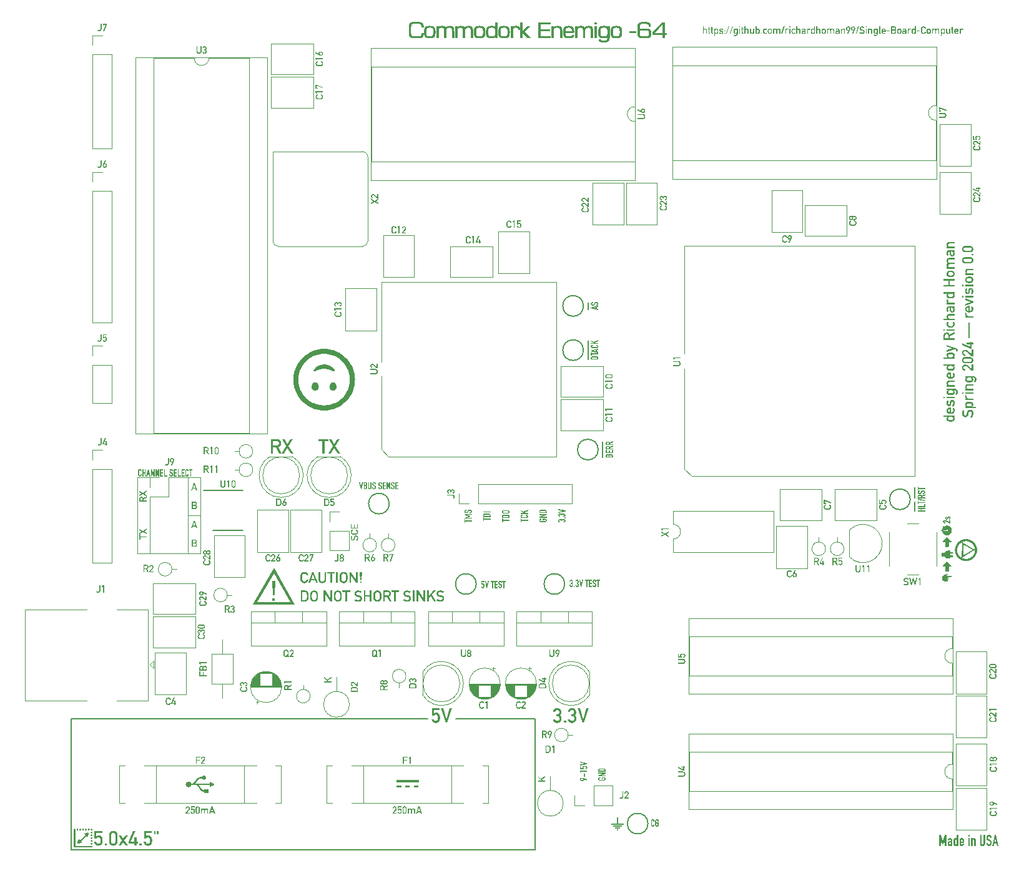
<source format=gbr>
%TF.GenerationSoftware,KiCad,Pcbnew,7.0.10*%
%TF.CreationDate,2024-02-05T22:28:16-06:00*%
%TF.ProjectId,SBC Circuit,53424320-4369-4726-9375-69742e6b6963,0.0*%
%TF.SameCoordinates,Original*%
%TF.FileFunction,Legend,Top*%
%TF.FilePolarity,Positive*%
%FSLAX46Y46*%
G04 Gerber Fmt 4.6, Leading zero omitted, Abs format (unit mm)*
G04 Created by KiCad (PCBNEW 7.0.10) date 2024-02-05 22:28:16*
%MOMM*%
%LPD*%
G01*
G04 APERTURE LIST*
%ADD10C,0.250000*%
%ADD11C,0.300000*%
%ADD12C,0.150000*%
%ADD13C,0.120000*%
%ADD14C,0.625000*%
%ADD15C,0.200000*%
%ADD16C,0.075000*%
%ADD17C,0.125000*%
G04 APERTURE END LIST*
D10*
G36*
X162092323Y-35080000D02*
G01*
X162235205Y-35080000D01*
X162235205Y-34654528D01*
X162235560Y-34640741D01*
X162236622Y-34627589D01*
X162238393Y-34615073D01*
X162240873Y-34603192D01*
X162244060Y-34591946D01*
X162247957Y-34581336D01*
X162252561Y-34571361D01*
X162257874Y-34562021D01*
X162263896Y-34553317D01*
X162270625Y-34545249D01*
X162275505Y-34540223D01*
X162283118Y-34533064D01*
X162291116Y-34526610D01*
X162299501Y-34520860D01*
X162308272Y-34515814D01*
X162317430Y-34511472D01*
X162326974Y-34507834D01*
X162336904Y-34504900D01*
X162347221Y-34502670D01*
X162357925Y-34501145D01*
X162369014Y-34500323D01*
X162376622Y-34500167D01*
X162387965Y-34500519D01*
X162398913Y-34501575D01*
X162409466Y-34503335D01*
X162419624Y-34505800D01*
X162429387Y-34508968D01*
X162438755Y-34512841D01*
X162447728Y-34517418D01*
X162456306Y-34522698D01*
X162464489Y-34528683D01*
X162472277Y-34535372D01*
X162477250Y-34540223D01*
X162484321Y-34547868D01*
X162490697Y-34556148D01*
X162496377Y-34565064D01*
X162501361Y-34574615D01*
X162505650Y-34584802D01*
X162509244Y-34595624D01*
X162512142Y-34607081D01*
X162514344Y-34619174D01*
X162515851Y-34631903D01*
X162516663Y-34645266D01*
X162516817Y-34654528D01*
X162516817Y-35080000D01*
X162659699Y-35080000D01*
X162659699Y-34607878D01*
X162659002Y-34592903D01*
X162657765Y-34578386D01*
X162655987Y-34564327D01*
X162653670Y-34550725D01*
X162650812Y-34537582D01*
X162647415Y-34524897D01*
X162643477Y-34512669D01*
X162639000Y-34500900D01*
X162633982Y-34489588D01*
X162628425Y-34478735D01*
X162622327Y-34468339D01*
X162615690Y-34458401D01*
X162608512Y-34448922D01*
X162600795Y-34439900D01*
X162592537Y-34431336D01*
X162583740Y-34423230D01*
X162574552Y-34415689D01*
X162565246Y-34408633D01*
X162555822Y-34402064D01*
X162546279Y-34395982D01*
X162536618Y-34390386D01*
X162526839Y-34385277D01*
X162516941Y-34380655D01*
X162506926Y-34376519D01*
X162496791Y-34372870D01*
X162486539Y-34369707D01*
X162476168Y-34367031D01*
X162465679Y-34364841D01*
X162455072Y-34363138D01*
X162444346Y-34361922D01*
X162433502Y-34361192D01*
X162422540Y-34360949D01*
X162408423Y-34361278D01*
X162394650Y-34362265D01*
X162381221Y-34363911D01*
X162368135Y-34366215D01*
X162355392Y-34369177D01*
X162342993Y-34372798D01*
X162330937Y-34377077D01*
X162319225Y-34382015D01*
X162307856Y-34387610D01*
X162296831Y-34393864D01*
X162286149Y-34400776D01*
X162275811Y-34408347D01*
X162265816Y-34416576D01*
X162256164Y-34425463D01*
X162246857Y-34435009D01*
X162237892Y-34445212D01*
X162235205Y-34445212D01*
X162235205Y-34079581D01*
X162092323Y-34079581D01*
X162092323Y-35080000D01*
G37*
G36*
X162851674Y-34376580D02*
G01*
X162780600Y-34376580D01*
X162780600Y-34484535D01*
X162851674Y-34484535D01*
X162851674Y-34906587D01*
X162851867Y-34916844D01*
X162852445Y-34926794D01*
X162854035Y-34941143D01*
X162856492Y-34954801D01*
X162859817Y-34967768D01*
X162864009Y-34980043D01*
X162869068Y-34991627D01*
X162874994Y-35002520D01*
X162881787Y-35012722D01*
X162889448Y-35022232D01*
X162897976Y-35031051D01*
X162901011Y-35033838D01*
X162910228Y-35042087D01*
X162919925Y-35049525D01*
X162930103Y-35056152D01*
X162940762Y-35061968D01*
X162951902Y-35066971D01*
X162963522Y-35071164D01*
X162975624Y-35074545D01*
X162988206Y-35077114D01*
X163001269Y-35078873D01*
X163014813Y-35079819D01*
X163024110Y-35080000D01*
X163098604Y-35080000D01*
X163098604Y-34940781D01*
X163045115Y-34940781D01*
X163032998Y-34940243D01*
X163022537Y-34938018D01*
X163011791Y-34932865D01*
X163003632Y-34925076D01*
X162998062Y-34914652D01*
X162995469Y-34904414D01*
X162994532Y-34892490D01*
X162994556Y-34889246D01*
X162994556Y-34484535D01*
X163098604Y-34484535D01*
X163098604Y-34376580D01*
X162994556Y-34376580D01*
X162994556Y-34160425D01*
X162851674Y-34160425D01*
X162851674Y-34376580D01*
G37*
G36*
X163240509Y-34376580D02*
G01*
X163169434Y-34376580D01*
X163169434Y-34484535D01*
X163240509Y-34484535D01*
X163240509Y-34906587D01*
X163240702Y-34916844D01*
X163241280Y-34926794D01*
X163242870Y-34941143D01*
X163245327Y-34954801D01*
X163248651Y-34967768D01*
X163252843Y-34980043D01*
X163257902Y-34991627D01*
X163263828Y-35002520D01*
X163270622Y-35012722D01*
X163278283Y-35022232D01*
X163286811Y-35031051D01*
X163289846Y-35033838D01*
X163299062Y-35042087D01*
X163308760Y-35049525D01*
X163318938Y-35056152D01*
X163329596Y-35061968D01*
X163340736Y-35066971D01*
X163352357Y-35071164D01*
X163364458Y-35074545D01*
X163377041Y-35077114D01*
X163390104Y-35078873D01*
X163403648Y-35079819D01*
X163412944Y-35080000D01*
X163487438Y-35080000D01*
X163487438Y-34940781D01*
X163433949Y-34940781D01*
X163421833Y-34940243D01*
X163411372Y-34938018D01*
X163400626Y-34932865D01*
X163392467Y-34925076D01*
X163386896Y-34914652D01*
X163384303Y-34904414D01*
X163383366Y-34892490D01*
X163383391Y-34889246D01*
X163383391Y-34484535D01*
X163487438Y-34484535D01*
X163487438Y-34376580D01*
X163383391Y-34376580D01*
X163383391Y-34160425D01*
X163240509Y-34160425D01*
X163240509Y-34376580D01*
G37*
G36*
X163963406Y-34361717D02*
G01*
X163978912Y-34363166D01*
X163993867Y-34365296D01*
X164008271Y-34368108D01*
X164022123Y-34371601D01*
X164035424Y-34375775D01*
X164048173Y-34380630D01*
X164060371Y-34386167D01*
X164072017Y-34392384D01*
X164083112Y-34399283D01*
X164093656Y-34406863D01*
X164103648Y-34415125D01*
X164113088Y-34424067D01*
X164121978Y-34433691D01*
X164130315Y-34443996D01*
X164138101Y-34454982D01*
X164143436Y-34461493D01*
X164150048Y-34470768D01*
X164156087Y-34480723D01*
X164161554Y-34491357D01*
X164166448Y-34502671D01*
X164170770Y-34514663D01*
X164173636Y-34524104D01*
X164176180Y-34533926D01*
X164178401Y-34544131D01*
X164179033Y-34547609D01*
X164180806Y-34558938D01*
X164182399Y-34571606D01*
X164183811Y-34585614D01*
X164184653Y-34595696D01*
X164185414Y-34606374D01*
X164186095Y-34617648D01*
X164186696Y-34629516D01*
X164187217Y-34641980D01*
X164187658Y-34655040D01*
X164188019Y-34668695D01*
X164188299Y-34682945D01*
X164188499Y-34697790D01*
X164188620Y-34713231D01*
X164188660Y-34729267D01*
X164188620Y-34744892D01*
X164188499Y-34759954D01*
X164188299Y-34774453D01*
X164188019Y-34788389D01*
X164187658Y-34801762D01*
X164187217Y-34814572D01*
X164186696Y-34826820D01*
X164186095Y-34838504D01*
X164185414Y-34849626D01*
X164184653Y-34860185D01*
X164183360Y-34874967D01*
X164181888Y-34888484D01*
X164180235Y-34900733D01*
X164178401Y-34911716D01*
X164176956Y-34918567D01*
X164174520Y-34928547D01*
X164171761Y-34938171D01*
X164167582Y-34950448D01*
X164162831Y-34962091D01*
X164157507Y-34973101D01*
X164151611Y-34983478D01*
X164145142Y-34993221D01*
X164138101Y-35002330D01*
X164132443Y-35009970D01*
X164124390Y-35019701D01*
X164115758Y-35028914D01*
X164106545Y-35037607D01*
X164096753Y-35045782D01*
X164086380Y-35053437D01*
X164078220Y-35058838D01*
X164069733Y-35063947D01*
X164060921Y-35068764D01*
X164054953Y-35071846D01*
X164045719Y-35076118D01*
X164036145Y-35079969D01*
X164026233Y-35083399D01*
X164015981Y-35086409D01*
X164005390Y-35088998D01*
X163994460Y-35091166D01*
X163983191Y-35092913D01*
X163971582Y-35094240D01*
X163959635Y-35095146D01*
X163947348Y-35095631D01*
X163940555Y-35095539D01*
X163930537Y-35095059D01*
X163920725Y-35094166D01*
X163907964Y-35092334D01*
X163895568Y-35089769D01*
X163883539Y-35086472D01*
X163871877Y-35082442D01*
X163860580Y-35077679D01*
X163849651Y-35072184D01*
X163838164Y-35066620D01*
X163826905Y-35060552D01*
X163815876Y-35053980D01*
X163805076Y-35046905D01*
X163794505Y-35039325D01*
X163786727Y-35033310D01*
X163779078Y-35027012D01*
X163771557Y-35020430D01*
X163764166Y-35013565D01*
X163764166Y-35361367D01*
X163621284Y-35361367D01*
X163621284Y-34729267D01*
X163764166Y-34729267D01*
X163764182Y-34734151D01*
X163764364Y-34746352D01*
X163764749Y-34758542D01*
X163765337Y-34770719D01*
X163766128Y-34782885D01*
X163767122Y-34795038D01*
X163768318Y-34807180D01*
X163769493Y-34817316D01*
X163770943Y-34827208D01*
X163772668Y-34836856D01*
X163775211Y-34848572D01*
X163778183Y-34859906D01*
X163781584Y-34870859D01*
X163785415Y-34881430D01*
X163787185Y-34885533D01*
X163792147Y-34895355D01*
X163797871Y-34904557D01*
X163804359Y-34913139D01*
X163811610Y-34921100D01*
X163819624Y-34928442D01*
X163828401Y-34935163D01*
X163830176Y-34936471D01*
X163839630Y-34942385D01*
X163850050Y-34947261D01*
X163861435Y-34951100D01*
X163871239Y-34953424D01*
X163881662Y-34955085D01*
X163892702Y-34956081D01*
X163904361Y-34956413D01*
X163910598Y-34956335D01*
X163922573Y-34955717D01*
X163933885Y-34954481D01*
X163944532Y-34952626D01*
X163954516Y-34950153D01*
X163963835Y-34947062D01*
X163974551Y-34942328D01*
X163984228Y-34936629D01*
X163987855Y-34934021D01*
X163996328Y-34927115D01*
X164003955Y-34919662D01*
X164010735Y-34911659D01*
X164016668Y-34903109D01*
X164021754Y-34894009D01*
X164025994Y-34884361D01*
X164029272Y-34875889D01*
X164032973Y-34864998D01*
X164036232Y-34853773D01*
X164039050Y-34842215D01*
X164041427Y-34830322D01*
X164043011Y-34820568D01*
X164044312Y-34810600D01*
X164044656Y-34800673D01*
X164044953Y-34790679D01*
X164045205Y-34780615D01*
X164045411Y-34770483D01*
X164045572Y-34760282D01*
X164045686Y-34750012D01*
X164045755Y-34739674D01*
X164045778Y-34729267D01*
X164045755Y-34718367D01*
X164045686Y-34707529D01*
X164045572Y-34696752D01*
X164045411Y-34686036D01*
X164045205Y-34675381D01*
X164044953Y-34664787D01*
X164044656Y-34654254D01*
X164044312Y-34643782D01*
X164043011Y-34633497D01*
X164041427Y-34623525D01*
X164039561Y-34613866D01*
X164036831Y-34602232D01*
X164033660Y-34591087D01*
X164030048Y-34580432D01*
X164025994Y-34570265D01*
X164024371Y-34566167D01*
X164019738Y-34556398D01*
X164014282Y-34547310D01*
X164008003Y-34538901D01*
X164000901Y-34531172D01*
X163992976Y-34524122D01*
X163984228Y-34517752D01*
X163980482Y-34515623D01*
X163970389Y-34510900D01*
X163959258Y-34507036D01*
X163949607Y-34504563D01*
X163939292Y-34502640D01*
X163928312Y-34501266D01*
X163916669Y-34500442D01*
X163904361Y-34500167D01*
X163901388Y-34500187D01*
X163889884Y-34500668D01*
X163878998Y-34501790D01*
X163868730Y-34503553D01*
X163859081Y-34505957D01*
X163847888Y-34509864D01*
X163837662Y-34514773D01*
X163828401Y-34520683D01*
X163824799Y-34523298D01*
X163816327Y-34530267D01*
X163808618Y-34537857D01*
X163801672Y-34546067D01*
X163795490Y-34554896D01*
X163790071Y-34564347D01*
X163785415Y-34574417D01*
X163783831Y-34578592D01*
X163780172Y-34589230D01*
X163776943Y-34600154D01*
X163774142Y-34611364D01*
X163771771Y-34622861D01*
X163769830Y-34634644D01*
X163768318Y-34646713D01*
X163767345Y-34656925D01*
X163766501Y-34667168D01*
X163765788Y-34677441D01*
X163765204Y-34687745D01*
X163764749Y-34698080D01*
X163764425Y-34708445D01*
X163764230Y-34718841D01*
X163764166Y-34729267D01*
X163621284Y-34729267D01*
X163621284Y-34376580D01*
X163764166Y-34376580D01*
X163764166Y-34450341D01*
X163773210Y-34440232D01*
X163782575Y-34430726D01*
X163792261Y-34421822D01*
X163802267Y-34413522D01*
X163812594Y-34405824D01*
X163823242Y-34398730D01*
X163834210Y-34392238D01*
X163845498Y-34386350D01*
X163857108Y-34381064D01*
X163869037Y-34376382D01*
X163881288Y-34372302D01*
X163893859Y-34368825D01*
X163906750Y-34365952D01*
X163919962Y-34363681D01*
X163933495Y-34362013D01*
X163947348Y-34360949D01*
X163963406Y-34361717D01*
G37*
G36*
X164368422Y-34861158D02*
G01*
X164268527Y-34963496D01*
X164277232Y-34971625D01*
X164286005Y-34979496D01*
X164294846Y-34987110D01*
X164303755Y-34994465D01*
X164312733Y-35001562D01*
X164321779Y-35008401D01*
X164330893Y-35014982D01*
X164340075Y-35021305D01*
X164349325Y-35027370D01*
X164358644Y-35033176D01*
X164368031Y-35038725D01*
X164377486Y-35044016D01*
X164387009Y-35049048D01*
X164396601Y-35053823D01*
X164406261Y-35058339D01*
X164415989Y-35062597D01*
X164425785Y-35066597D01*
X164435649Y-35070340D01*
X164445582Y-35073824D01*
X164455583Y-35077050D01*
X164465652Y-35080017D01*
X164475789Y-35082727D01*
X164485995Y-35085179D01*
X164496268Y-35087373D01*
X164506610Y-35089308D01*
X164517020Y-35090986D01*
X164527499Y-35092405D01*
X164538045Y-35093566D01*
X164548660Y-35094470D01*
X164559343Y-35095115D01*
X164570094Y-35095502D01*
X164580914Y-35095631D01*
X164596732Y-35095228D01*
X164612192Y-35094387D01*
X164627293Y-35093107D01*
X164642035Y-35091387D01*
X164656419Y-35089229D01*
X164670444Y-35086632D01*
X164684110Y-35083596D01*
X164697418Y-35080122D01*
X164710366Y-35076208D01*
X164722956Y-35071856D01*
X164735187Y-35067064D01*
X164747060Y-35061834D01*
X164758574Y-35056165D01*
X164769729Y-35050057D01*
X164780525Y-35043510D01*
X164790963Y-35036524D01*
X164800965Y-35029287D01*
X164810334Y-35021679D01*
X164819070Y-35013701D01*
X164827172Y-35005353D01*
X164834640Y-34996634D01*
X164841475Y-34987546D01*
X164847676Y-34978087D01*
X164853244Y-34968258D01*
X164858179Y-34958059D01*
X164862480Y-34947490D01*
X164866147Y-34936551D01*
X164869181Y-34925241D01*
X164871582Y-34913561D01*
X164873349Y-34901511D01*
X164874482Y-34889091D01*
X164874982Y-34876301D01*
X164874803Y-34865339D01*
X164874265Y-34854617D01*
X164873368Y-34844135D01*
X164872112Y-34833894D01*
X164870498Y-34823894D01*
X164868525Y-34814134D01*
X164866193Y-34804614D01*
X164862023Y-34790785D01*
X164857045Y-34777497D01*
X164851261Y-34764750D01*
X164844669Y-34752544D01*
X164837270Y-34740879D01*
X164829064Y-34729755D01*
X164819316Y-34719119D01*
X164808482Y-34709376D01*
X164800656Y-34703377D01*
X164792347Y-34697775D01*
X164783555Y-34692569D01*
X164774281Y-34687761D01*
X164764523Y-34683349D01*
X164754283Y-34679334D01*
X164743560Y-34675717D01*
X164732355Y-34672496D01*
X164720666Y-34669672D01*
X164708495Y-34667244D01*
X164695841Y-34665214D01*
X164682705Y-34663581D01*
X164669085Y-34662344D01*
X164551605Y-34653551D01*
X164539091Y-34651926D01*
X164527562Y-34649857D01*
X164517017Y-34647346D01*
X164507458Y-34644392D01*
X164496892Y-34640078D01*
X164487866Y-34635071D01*
X164479064Y-34628150D01*
X164471471Y-34621166D01*
X164464717Y-34612498D01*
X164460231Y-34603268D01*
X164458012Y-34593477D01*
X164457815Y-34586140D01*
X164458501Y-34574650D01*
X164460558Y-34563839D01*
X164463987Y-34553708D01*
X164468787Y-34544257D01*
X164474959Y-34535485D01*
X164482502Y-34527393D01*
X164485903Y-34524347D01*
X164495207Y-34517381D01*
X164504066Y-34512658D01*
X164514185Y-34508691D01*
X164525563Y-34505480D01*
X164538201Y-34503024D01*
X164548506Y-34501678D01*
X164559519Y-34500757D01*
X164571240Y-34500261D01*
X164579448Y-34500167D01*
X164590365Y-34500304D01*
X164601041Y-34500717D01*
X164611476Y-34501403D01*
X164621672Y-34502365D01*
X164631626Y-34503602D01*
X164641341Y-34505113D01*
X164653919Y-34507555D01*
X164666070Y-34510486D01*
X164677794Y-34513906D01*
X164683496Y-34515799D01*
X164694842Y-34520340D01*
X164706042Y-34525171D01*
X164717098Y-34530293D01*
X164728009Y-34535704D01*
X164738775Y-34541406D01*
X164749395Y-34547397D01*
X164759871Y-34553679D01*
X164770202Y-34560251D01*
X164858374Y-34457424D01*
X164848501Y-34449203D01*
X164838392Y-34441299D01*
X164828048Y-34433712D01*
X164817467Y-34426444D01*
X164806650Y-34419493D01*
X164795596Y-34412860D01*
X164784307Y-34406544D01*
X164772782Y-34400546D01*
X164761020Y-34394866D01*
X164749022Y-34389504D01*
X164740893Y-34386106D01*
X164730088Y-34382420D01*
X164719044Y-34378998D01*
X164707763Y-34375837D01*
X164696242Y-34372939D01*
X164684483Y-34370304D01*
X164672486Y-34367930D01*
X164667620Y-34367055D01*
X164657747Y-34365624D01*
X164647546Y-34364383D01*
X164637017Y-34363334D01*
X164626160Y-34362475D01*
X164614974Y-34361807D01*
X164603460Y-34361330D01*
X164591618Y-34361044D01*
X164579448Y-34360949D01*
X164565436Y-34361163D01*
X164551730Y-34361807D01*
X164538332Y-34362881D01*
X164525242Y-34364383D01*
X164512458Y-34366315D01*
X164499982Y-34368677D01*
X164487812Y-34371467D01*
X164475950Y-34374687D01*
X164464396Y-34378337D01*
X164453148Y-34382415D01*
X164442208Y-34386923D01*
X164431574Y-34391861D01*
X164421248Y-34397227D01*
X164411230Y-34403023D01*
X164401518Y-34409249D01*
X164392114Y-34415903D01*
X164382940Y-34422987D01*
X164374345Y-34430501D01*
X164366331Y-34438443D01*
X164358897Y-34446815D01*
X164352043Y-34455617D01*
X164345769Y-34464847D01*
X164340075Y-34474507D01*
X164334961Y-34484596D01*
X164330427Y-34495115D01*
X164326474Y-34506063D01*
X164323100Y-34517440D01*
X164320307Y-34529247D01*
X164318093Y-34541483D01*
X164316460Y-34554148D01*
X164315406Y-34567243D01*
X164314933Y-34580767D01*
X164315335Y-34592027D01*
X164316174Y-34602970D01*
X164317449Y-34613597D01*
X164319162Y-34623907D01*
X164321311Y-34633899D01*
X164323898Y-34643576D01*
X164326921Y-34652935D01*
X164332276Y-34666380D01*
X164338613Y-34679113D01*
X164345934Y-34691133D01*
X164354238Y-34702440D01*
X164363525Y-34713035D01*
X164373796Y-34722916D01*
X164384579Y-34732328D01*
X164395955Y-34740963D01*
X164407923Y-34748820D01*
X164420484Y-34755901D01*
X164433638Y-34762204D01*
X164442736Y-34765975D01*
X164452097Y-34769400D01*
X164461722Y-34772479D01*
X164471610Y-34775214D01*
X164481761Y-34777603D01*
X164492176Y-34779646D01*
X164502854Y-34781345D01*
X164513795Y-34782698D01*
X164519364Y-34783244D01*
X164645150Y-34794235D01*
X164657203Y-34795045D01*
X164668481Y-34796559D01*
X164678985Y-34798776D01*
X164688713Y-34801696D01*
X164699363Y-34806130D01*
X164708897Y-34811577D01*
X164716782Y-34818071D01*
X164723036Y-34826197D01*
X164727659Y-34835954D01*
X164730650Y-34847343D01*
X164731896Y-34858080D01*
X164732100Y-34865066D01*
X164731489Y-34875576D01*
X164729658Y-34885491D01*
X164726605Y-34894810D01*
X164721071Y-34905622D01*
X164715270Y-34913602D01*
X164708248Y-34920986D01*
X164700005Y-34927776D01*
X164693021Y-34932477D01*
X164682958Y-34938087D01*
X164672184Y-34942949D01*
X164660701Y-34947063D01*
X164648508Y-34950429D01*
X164638897Y-34952462D01*
X164628887Y-34954075D01*
X164618478Y-34955267D01*
X164607670Y-34956039D01*
X164596462Y-34956389D01*
X164592637Y-34956413D01*
X164575647Y-34956041D01*
X164559054Y-34954924D01*
X164542858Y-34953064D01*
X164527058Y-34950459D01*
X164511656Y-34947110D01*
X164496650Y-34943017D01*
X164482041Y-34938180D01*
X164467829Y-34932599D01*
X164454014Y-34926273D01*
X164440596Y-34919204D01*
X164427575Y-34911390D01*
X164414951Y-34902832D01*
X164402723Y-34893530D01*
X164390893Y-34883483D01*
X164379459Y-34872693D01*
X164368422Y-34861158D01*
G37*
G36*
X165022505Y-34765903D02*
G01*
X165165387Y-34765903D01*
X165165387Y-34628150D01*
X165022505Y-34628150D01*
X165022505Y-34765903D01*
G37*
G36*
X165022505Y-35080000D02*
G01*
X165165387Y-35080000D01*
X165165387Y-34940781D01*
X165022505Y-34940781D01*
X165022505Y-35080000D01*
G37*
G36*
X165272121Y-35095631D02*
G01*
X165381542Y-35095631D01*
X165716399Y-34079581D01*
X165606978Y-34079581D01*
X165272121Y-35095631D01*
G37*
G36*
X165738136Y-35095631D02*
G01*
X165847557Y-35095631D01*
X166182414Y-34079581D01*
X166072993Y-34079581D01*
X165738136Y-35095631D01*
G37*
G36*
X166514533Y-34361303D02*
G01*
X166527445Y-34362368D01*
X166540132Y-34364143D01*
X166552595Y-34366627D01*
X166564832Y-34369821D01*
X166576843Y-34373726D01*
X166588630Y-34378339D01*
X166600191Y-34383663D01*
X166611528Y-34389697D01*
X166622639Y-34396440D01*
X166633525Y-34403893D01*
X166644186Y-34412056D01*
X166654621Y-34420929D01*
X166664832Y-34430512D01*
X166674817Y-34440805D01*
X166684577Y-34451807D01*
X166684577Y-34376580D01*
X166827459Y-34376580D01*
X166827459Y-35066078D01*
X166826784Y-35085653D01*
X166825429Y-35104569D01*
X166823395Y-35122824D01*
X166820682Y-35140419D01*
X166817289Y-35157354D01*
X166813217Y-35173628D01*
X166808466Y-35189243D01*
X166803035Y-35204197D01*
X166796925Y-35218491D01*
X166790136Y-35232125D01*
X166782668Y-35245098D01*
X166774520Y-35257411D01*
X166765693Y-35269064D01*
X166756186Y-35280057D01*
X166746001Y-35290390D01*
X166735136Y-35300062D01*
X166723731Y-35309379D01*
X166712047Y-35318094D01*
X166700085Y-35326209D01*
X166687844Y-35333722D01*
X166675325Y-35340634D01*
X166662527Y-35346945D01*
X166649450Y-35352656D01*
X166636095Y-35357765D01*
X166622461Y-35362273D01*
X166608549Y-35366180D01*
X166594358Y-35369485D01*
X166579889Y-35372190D01*
X166565141Y-35374294D01*
X166550114Y-35375797D01*
X166534809Y-35376698D01*
X166519225Y-35376999D01*
X166501347Y-35376230D01*
X166483802Y-35374595D01*
X166466589Y-35372093D01*
X166449707Y-35368725D01*
X166433158Y-35364491D01*
X166416941Y-35359390D01*
X166401055Y-35353424D01*
X166385502Y-35346591D01*
X166370281Y-35338891D01*
X166355391Y-35330326D01*
X166340834Y-35320894D01*
X166326609Y-35310595D01*
X166312716Y-35299431D01*
X166299154Y-35287400D01*
X166285925Y-35274503D01*
X166273028Y-35260739D01*
X166383670Y-35174521D01*
X166388872Y-35179128D01*
X166397867Y-35186520D01*
X166407267Y-35193554D01*
X166417072Y-35200230D01*
X166427283Y-35206548D01*
X166437900Y-35212509D01*
X166446685Y-35217020D01*
X166448947Y-35218208D01*
X166458053Y-35222614D01*
X166467250Y-35226463D01*
X166476539Y-35229754D01*
X166485919Y-35232489D01*
X166497774Y-35235123D01*
X166509771Y-35236887D01*
X166521912Y-35237780D01*
X166530929Y-35237625D01*
X166544035Y-35236808D01*
X166556640Y-35235292D01*
X166568742Y-35233076D01*
X166580342Y-35230160D01*
X166591439Y-35226544D01*
X166602035Y-35222229D01*
X166612128Y-35217214D01*
X166621718Y-35211499D01*
X166630806Y-35205084D01*
X166639392Y-35197969D01*
X166644692Y-35192809D01*
X166652023Y-35184612D01*
X166658611Y-35175865D01*
X166664457Y-35166568D01*
X166669559Y-35156722D01*
X166673919Y-35146327D01*
X166677536Y-35135382D01*
X166680411Y-35123887D01*
X166682542Y-35111843D01*
X166683931Y-35099249D01*
X166684577Y-35086106D01*
X166684577Y-35015031D01*
X166675619Y-35024476D01*
X166666328Y-35033334D01*
X166656705Y-35041604D01*
X166646750Y-35049286D01*
X166636463Y-35056380D01*
X166625845Y-35062887D01*
X166614894Y-35068806D01*
X166603611Y-35074138D01*
X166591996Y-35078881D01*
X166580049Y-35083037D01*
X166567770Y-35086606D01*
X166555159Y-35089586D01*
X166542216Y-35091979D01*
X166528941Y-35093784D01*
X166515334Y-35095001D01*
X166501395Y-35095631D01*
X166492847Y-35095343D01*
X166480367Y-35094517D01*
X166468300Y-35093219D01*
X166456645Y-35091449D01*
X166445403Y-35089206D01*
X166434572Y-35086491D01*
X166424153Y-35083304D01*
X166414147Y-35079645D01*
X166404553Y-35075513D01*
X166395371Y-35070910D01*
X166386601Y-35065833D01*
X166383631Y-35064135D01*
X166374984Y-35058991D01*
X166364070Y-35052018D01*
X166353857Y-35044916D01*
X166344347Y-35037684D01*
X166335539Y-35030323D01*
X166327433Y-35022831D01*
X166320030Y-35015210D01*
X166313328Y-35007459D01*
X166311603Y-35005230D01*
X166305003Y-34996005D01*
X166298883Y-34986283D01*
X166293245Y-34976064D01*
X166288087Y-34965350D01*
X166283410Y-34954140D01*
X166279214Y-34942433D01*
X166275499Y-34930231D01*
X166273028Y-34920753D01*
X166272232Y-34917489D01*
X166269994Y-34906621D01*
X166267984Y-34894144D01*
X166266202Y-34880057D01*
X166265140Y-34869771D01*
X166264179Y-34858770D01*
X166263319Y-34847053D01*
X166262561Y-34834620D01*
X166261904Y-34821472D01*
X166261347Y-34807609D01*
X166260892Y-34793029D01*
X166260538Y-34777735D01*
X166260286Y-34761724D01*
X166260134Y-34744998D01*
X166260088Y-34729267D01*
X166402965Y-34729267D01*
X166402986Y-34739595D01*
X166403049Y-34749512D01*
X166403222Y-34763619D01*
X166403490Y-34776803D01*
X166403852Y-34789065D01*
X166404309Y-34800403D01*
X166404860Y-34810817D01*
X166405741Y-34823268D01*
X166406791Y-34834078D01*
X166408339Y-34845282D01*
X166409368Y-34851412D01*
X166411590Y-34861188D01*
X166415091Y-34872197D01*
X166419501Y-34882415D01*
X166424822Y-34891843D01*
X166431053Y-34900481D01*
X166432913Y-34902941D01*
X166440338Y-34911339D01*
X166447837Y-34918277D01*
X166456383Y-34924974D01*
X166465977Y-34931432D01*
X166474773Y-34936629D01*
X166482005Y-34941266D01*
X166491635Y-34946192D01*
X166501921Y-34950153D01*
X166512863Y-34953148D01*
X166524461Y-34955176D01*
X166534211Y-34956103D01*
X166544382Y-34956413D01*
X166552093Y-34956239D01*
X166562000Y-34955466D01*
X166573783Y-34953631D01*
X166584898Y-34950829D01*
X166595345Y-34947062D01*
X166605124Y-34942328D01*
X166614235Y-34936629D01*
X166615962Y-34935603D01*
X166625774Y-34929306D01*
X166634641Y-34922769D01*
X166642564Y-34915991D01*
X166649542Y-34908973D01*
X166656489Y-34900481D01*
X166660764Y-34894810D01*
X166666488Y-34885645D01*
X166671388Y-34875690D01*
X166675464Y-34864946D01*
X166678231Y-34855388D01*
X166680425Y-34845282D01*
X166681621Y-34834078D01*
X166682432Y-34823268D01*
X166683114Y-34810817D01*
X166683539Y-34800403D01*
X166683892Y-34789065D01*
X166684172Y-34776803D01*
X166684379Y-34763619D01*
X166684512Y-34749512D01*
X166684561Y-34739595D01*
X166684577Y-34729267D01*
X166684561Y-34718785D01*
X166684512Y-34708712D01*
X166684379Y-34694368D01*
X166684172Y-34680943D01*
X166683892Y-34668436D01*
X166683539Y-34656849D01*
X166683114Y-34646180D01*
X166682432Y-34633384D01*
X166681621Y-34622221D01*
X166680425Y-34610565D01*
X166679177Y-34604448D01*
X166676639Y-34594750D01*
X166672838Y-34583931D01*
X166668213Y-34574005D01*
X166662763Y-34564971D01*
X166656489Y-34556831D01*
X166652677Y-34551893D01*
X166646171Y-34544514D01*
X166638721Y-34537170D01*
X166630326Y-34529860D01*
X166622609Y-34523794D01*
X166614235Y-34517752D01*
X166607000Y-34513951D01*
X166597354Y-34509844D01*
X166587040Y-34506452D01*
X166576059Y-34503776D01*
X166564410Y-34501816D01*
X166554610Y-34500762D01*
X166544382Y-34500167D01*
X166536715Y-34500573D01*
X166526859Y-34501521D01*
X166515130Y-34503361D01*
X166504057Y-34505929D01*
X166493640Y-34509224D01*
X166483878Y-34513247D01*
X166474773Y-34517997D01*
X166471167Y-34520381D01*
X166462663Y-34526367D01*
X166453418Y-34533597D01*
X166445221Y-34540878D01*
X166438071Y-34548211D01*
X166431053Y-34556831D01*
X166427824Y-34560790D01*
X166422048Y-34569376D01*
X166417182Y-34578856D01*
X166413227Y-34589229D01*
X166410181Y-34600495D01*
X166408339Y-34610565D01*
X166407688Y-34614921D01*
X166406513Y-34624859D01*
X166405505Y-34636430D01*
X166404860Y-34646180D01*
X166404309Y-34656849D01*
X166403852Y-34668436D01*
X166403490Y-34680943D01*
X166403222Y-34694368D01*
X166403049Y-34708712D01*
X166402986Y-34718785D01*
X166402965Y-34729267D01*
X166260088Y-34729267D01*
X166260083Y-34727557D01*
X166260096Y-34718581D01*
X166260197Y-34701179D01*
X166260399Y-34684509D01*
X166260703Y-34668572D01*
X166261107Y-34653368D01*
X166261613Y-34638897D01*
X166262220Y-34625158D01*
X166262928Y-34612152D01*
X166263737Y-34599879D01*
X166264647Y-34588339D01*
X166265658Y-34577531D01*
X166266771Y-34567456D01*
X166268629Y-34553717D01*
X166270715Y-34541627D01*
X166273028Y-34531186D01*
X166276383Y-34518737D01*
X166280218Y-34506792D01*
X166284534Y-34495351D01*
X166289331Y-34484413D01*
X166294609Y-34473980D01*
X166300368Y-34464050D01*
X166306608Y-34454623D01*
X166313328Y-34445701D01*
X166316591Y-34441636D01*
X166323644Y-34433668D01*
X166331398Y-34425913D01*
X166339855Y-34418372D01*
X166349014Y-34411045D01*
X166358876Y-34403931D01*
X166369439Y-34397032D01*
X166377823Y-34391997D01*
X166386601Y-34387083D01*
X166392402Y-34384061D01*
X166401446Y-34379876D01*
X166410903Y-34376107D01*
X166420772Y-34372755D01*
X166431053Y-34369819D01*
X166441746Y-34367299D01*
X166452852Y-34365196D01*
X166464369Y-34363510D01*
X166476299Y-34362239D01*
X166488641Y-34361386D01*
X166501395Y-34360949D01*
X166514533Y-34361303D01*
G37*
G36*
X167015526Y-35080000D02*
G01*
X167158408Y-35080000D01*
X167158408Y-34376580D01*
X167015526Y-34376580D01*
X167015526Y-35080000D01*
G37*
G36*
X167015526Y-34218799D02*
G01*
X167158408Y-34218799D01*
X167158408Y-34079581D01*
X167015526Y-34079581D01*
X167015526Y-34218799D01*
G37*
G36*
X167354535Y-34376580D02*
G01*
X167283461Y-34376580D01*
X167283461Y-34484535D01*
X167354535Y-34484535D01*
X167354535Y-34906587D01*
X167354728Y-34916844D01*
X167355306Y-34926794D01*
X167356896Y-34941143D01*
X167359354Y-34954801D01*
X167362678Y-34967768D01*
X167366870Y-34980043D01*
X167371929Y-34991627D01*
X167377855Y-35002520D01*
X167384648Y-35012722D01*
X167392309Y-35022232D01*
X167400837Y-35031051D01*
X167403872Y-35033838D01*
X167413089Y-35042087D01*
X167422786Y-35049525D01*
X167432964Y-35056152D01*
X167443623Y-35061968D01*
X167454763Y-35066971D01*
X167466383Y-35071164D01*
X167478485Y-35074545D01*
X167491067Y-35077114D01*
X167504130Y-35078873D01*
X167517674Y-35079819D01*
X167526971Y-35080000D01*
X167601465Y-35080000D01*
X167601465Y-34940781D01*
X167547976Y-34940781D01*
X167535859Y-34940243D01*
X167525399Y-34938018D01*
X167514652Y-34932865D01*
X167506494Y-34925076D01*
X167500923Y-34914652D01*
X167498330Y-34904414D01*
X167497393Y-34892490D01*
X167497418Y-34889246D01*
X167497418Y-34484535D01*
X167601465Y-34484535D01*
X167601465Y-34376580D01*
X167497418Y-34376580D01*
X167497418Y-34160425D01*
X167354535Y-34160425D01*
X167354535Y-34376580D01*
G37*
G36*
X167735310Y-35080000D02*
G01*
X167878192Y-35080000D01*
X167878192Y-34654528D01*
X167878546Y-34640741D01*
X167879609Y-34627589D01*
X167881380Y-34615073D01*
X167883859Y-34603192D01*
X167887047Y-34591946D01*
X167890943Y-34581336D01*
X167895548Y-34571361D01*
X167900861Y-34562021D01*
X167906882Y-34553317D01*
X167913612Y-34545249D01*
X167918492Y-34540223D01*
X167926104Y-34533064D01*
X167934103Y-34526610D01*
X167942488Y-34520860D01*
X167951259Y-34515814D01*
X167960417Y-34511472D01*
X167969961Y-34507834D01*
X167979891Y-34504900D01*
X167990208Y-34502670D01*
X168000911Y-34501145D01*
X168012001Y-34500323D01*
X168019609Y-34500167D01*
X168030952Y-34500519D01*
X168041900Y-34501575D01*
X168052453Y-34503335D01*
X168062611Y-34505800D01*
X168072374Y-34508968D01*
X168081742Y-34512841D01*
X168090715Y-34517418D01*
X168099293Y-34522698D01*
X168107476Y-34528683D01*
X168115264Y-34535372D01*
X168120237Y-34540223D01*
X168127308Y-34547868D01*
X168133683Y-34556148D01*
X168139364Y-34565064D01*
X168144348Y-34574615D01*
X168148637Y-34584802D01*
X168152231Y-34595624D01*
X168155129Y-34607081D01*
X168157331Y-34619174D01*
X168158838Y-34631903D01*
X168159650Y-34645266D01*
X168159804Y-34654528D01*
X168159804Y-35080000D01*
X168302686Y-35080000D01*
X168302686Y-34607878D01*
X168301989Y-34592903D01*
X168300751Y-34578386D01*
X168298974Y-34564327D01*
X168296656Y-34550725D01*
X168293799Y-34537582D01*
X168290402Y-34524897D01*
X168286464Y-34512669D01*
X168281987Y-34500900D01*
X168276969Y-34489588D01*
X168271412Y-34478735D01*
X168265314Y-34468339D01*
X168258677Y-34458401D01*
X168251499Y-34448922D01*
X168243782Y-34439900D01*
X168235524Y-34431336D01*
X168226727Y-34423230D01*
X168217539Y-34415689D01*
X168208233Y-34408633D01*
X168198809Y-34402064D01*
X168189266Y-34395982D01*
X168179605Y-34390386D01*
X168169826Y-34385277D01*
X168159928Y-34380655D01*
X168149912Y-34376519D01*
X168139778Y-34372870D01*
X168129526Y-34369707D01*
X168119155Y-34367031D01*
X168108666Y-34364841D01*
X168098058Y-34363138D01*
X168087333Y-34361922D01*
X168076489Y-34361192D01*
X168065526Y-34360949D01*
X168051410Y-34361278D01*
X168037637Y-34362265D01*
X168024207Y-34363911D01*
X168011121Y-34366215D01*
X167998379Y-34369177D01*
X167985980Y-34372798D01*
X167973924Y-34377077D01*
X167962212Y-34382015D01*
X167950843Y-34387610D01*
X167939818Y-34393864D01*
X167929136Y-34400776D01*
X167918797Y-34408347D01*
X167908803Y-34416576D01*
X167899151Y-34425463D01*
X167889843Y-34435009D01*
X167880879Y-34445212D01*
X167878192Y-34445212D01*
X167878192Y-34079581D01*
X167735310Y-34079581D01*
X167735310Y-35080000D01*
G37*
G36*
X168486601Y-34852609D02*
G01*
X168487080Y-34867221D01*
X168488150Y-34881380D01*
X168489812Y-34895088D01*
X168492066Y-34908343D01*
X168494911Y-34921145D01*
X168498348Y-34933496D01*
X168502376Y-34945394D01*
X168506995Y-34956840D01*
X168512206Y-34967834D01*
X168518009Y-34978375D01*
X168524403Y-34988465D01*
X168531389Y-34998102D01*
X168538966Y-35007287D01*
X168547135Y-35016019D01*
X168555895Y-35024300D01*
X168565247Y-35032128D01*
X168574198Y-35039646D01*
X168583283Y-35046691D01*
X168592501Y-35053263D01*
X168601853Y-35059361D01*
X168611339Y-35064986D01*
X168620957Y-35070138D01*
X168630710Y-35074817D01*
X168640596Y-35079023D01*
X168650616Y-35082755D01*
X168660769Y-35086014D01*
X168671056Y-35088800D01*
X168681476Y-35091113D01*
X168692030Y-35092952D01*
X168702718Y-35094318D01*
X168713539Y-35095211D01*
X168724494Y-35095631D01*
X168738521Y-35095273D01*
X168752211Y-35094200D01*
X168765564Y-35092411D01*
X168778578Y-35089907D01*
X168791255Y-35086687D01*
X168803594Y-35082751D01*
X168815595Y-35078100D01*
X168827259Y-35072733D01*
X168838585Y-35066651D01*
X168849573Y-35059853D01*
X168860223Y-35052340D01*
X168870536Y-35044111D01*
X168880510Y-35035167D01*
X168890147Y-35025507D01*
X168899447Y-35015131D01*
X168908408Y-35004040D01*
X168911095Y-35004040D01*
X168911095Y-35080000D01*
X169053977Y-35080000D01*
X169053977Y-34376580D01*
X168911095Y-34376580D01*
X168911095Y-34802784D01*
X168910747Y-34816060D01*
X168909704Y-34828779D01*
X168907965Y-34840939D01*
X168905531Y-34852541D01*
X168902401Y-34863585D01*
X168898576Y-34874070D01*
X168894055Y-34883998D01*
X168888838Y-34893367D01*
X168882927Y-34902179D01*
X168876319Y-34910432D01*
X168871528Y-34915624D01*
X168864003Y-34922913D01*
X168856083Y-34929486D01*
X168847768Y-34935341D01*
X168839059Y-34940480D01*
X168829954Y-34944901D01*
X168820454Y-34948605D01*
X168810560Y-34951593D01*
X168800270Y-34953863D01*
X168789585Y-34955417D01*
X168778506Y-34956253D01*
X168770900Y-34956413D01*
X168759552Y-34956054D01*
X168748592Y-34954979D01*
X168738017Y-34953186D01*
X168727829Y-34950677D01*
X168718027Y-34947450D01*
X168708612Y-34943507D01*
X168699583Y-34938846D01*
X168690941Y-34933469D01*
X168682685Y-34927375D01*
X168674815Y-34920563D01*
X168669783Y-34915624D01*
X168662581Y-34907743D01*
X168656087Y-34899304D01*
X168650302Y-34890306D01*
X168645225Y-34880751D01*
X168640857Y-34870637D01*
X168637197Y-34859965D01*
X168634245Y-34848735D01*
X168632002Y-34836947D01*
X168630467Y-34824601D01*
X168629641Y-34811697D01*
X168629483Y-34802784D01*
X168629483Y-34376580D01*
X168486601Y-34376580D01*
X168486601Y-34852609D01*
G37*
G36*
X169380774Y-34445212D02*
G01*
X169385688Y-34440564D01*
X169393165Y-34433792D01*
X169400771Y-34427260D01*
X169408507Y-34420969D01*
X169416371Y-34414919D01*
X169424363Y-34409108D01*
X169432485Y-34403538D01*
X169440735Y-34398209D01*
X169449114Y-34393120D01*
X169457622Y-34388271D01*
X169466259Y-34383663D01*
X169474422Y-34379604D01*
X169485627Y-34374812D01*
X169497198Y-34370731D01*
X169509135Y-34367359D01*
X169521439Y-34364697D01*
X169534109Y-34362745D01*
X169543852Y-34361747D01*
X169553801Y-34361148D01*
X169563956Y-34360949D01*
X169580014Y-34361717D01*
X169595521Y-34363166D01*
X169610476Y-34365296D01*
X169624880Y-34368108D01*
X169638732Y-34371601D01*
X169652032Y-34375775D01*
X169664782Y-34380630D01*
X169676980Y-34386167D01*
X169688626Y-34392384D01*
X169699721Y-34399283D01*
X169710264Y-34406863D01*
X169720256Y-34415125D01*
X169729697Y-34424067D01*
X169738586Y-34433691D01*
X169746924Y-34443996D01*
X169754710Y-34454982D01*
X169760044Y-34461493D01*
X169766656Y-34470768D01*
X169772695Y-34480723D01*
X169778162Y-34491357D01*
X169783057Y-34502671D01*
X169787379Y-34514663D01*
X169790244Y-34524104D01*
X169792788Y-34533926D01*
X169795010Y-34544131D01*
X169795641Y-34547608D01*
X169797414Y-34558919D01*
X169799007Y-34571548D01*
X169800420Y-34585495D01*
X169801261Y-34595525D01*
X169802022Y-34606141D01*
X169802704Y-34617342D01*
X169803305Y-34629130D01*
X169803826Y-34641503D01*
X169804266Y-34654463D01*
X169804627Y-34668008D01*
X169804908Y-34682138D01*
X169805108Y-34696855D01*
X169805228Y-34712157D01*
X169805268Y-34728046D01*
X169805228Y-34743642D01*
X169805108Y-34758679D01*
X169804908Y-34773157D01*
X169804627Y-34787076D01*
X169804266Y-34800436D01*
X169803826Y-34813237D01*
X169803305Y-34825478D01*
X169802704Y-34837161D01*
X169802022Y-34848285D01*
X169801261Y-34858849D01*
X169799969Y-34873647D01*
X169798496Y-34887188D01*
X169796843Y-34899470D01*
X169795010Y-34910495D01*
X169792788Y-34921138D01*
X169790244Y-34931361D01*
X169787379Y-34941162D01*
X169784191Y-34950543D01*
X169779439Y-34962397D01*
X169774116Y-34973502D01*
X169768220Y-34983859D01*
X169761751Y-34993469D01*
X169754710Y-35002330D01*
X169749051Y-35009970D01*
X169740999Y-35019701D01*
X169732366Y-35028914D01*
X169723154Y-35037607D01*
X169713361Y-35045782D01*
X169702989Y-35053437D01*
X169694828Y-35058838D01*
X169686342Y-35063947D01*
X169677529Y-35068764D01*
X169671561Y-35071846D01*
X169662327Y-35076118D01*
X169652754Y-35079969D01*
X169642841Y-35083399D01*
X169632589Y-35086409D01*
X169621998Y-35088998D01*
X169611068Y-35091166D01*
X169599799Y-35092913D01*
X169588191Y-35094240D01*
X169576243Y-35095146D01*
X169563956Y-35095631D01*
X169550103Y-35095001D01*
X169536571Y-35093784D01*
X169523358Y-35091979D01*
X169510467Y-35089586D01*
X169497896Y-35086606D01*
X169485646Y-35083037D01*
X169473716Y-35078881D01*
X169462107Y-35074138D01*
X169450818Y-35068806D01*
X169439850Y-35062887D01*
X169429203Y-35056380D01*
X169418876Y-35049286D01*
X169408870Y-35041604D01*
X169399184Y-35033334D01*
X169389819Y-35024476D01*
X169380774Y-35015031D01*
X169380774Y-35080000D01*
X169237892Y-35080000D01*
X169237892Y-34728046D01*
X169380774Y-34728046D01*
X169380839Y-34737777D01*
X169381034Y-34747554D01*
X169381358Y-34757378D01*
X169381812Y-34767247D01*
X169382396Y-34777161D01*
X169383110Y-34787122D01*
X169383953Y-34797128D01*
X169384926Y-34807180D01*
X169386102Y-34817316D01*
X169387552Y-34827208D01*
X169389277Y-34836856D01*
X169391819Y-34848572D01*
X169394791Y-34859906D01*
X169398193Y-34870859D01*
X169402023Y-34881430D01*
X169403794Y-34885533D01*
X169408755Y-34895355D01*
X169414480Y-34904557D01*
X169420967Y-34913139D01*
X169428218Y-34921100D01*
X169436232Y-34928442D01*
X169445010Y-34935163D01*
X169446785Y-34936471D01*
X169456238Y-34942385D01*
X169466658Y-34947261D01*
X169478044Y-34951100D01*
X169487848Y-34953424D01*
X169498270Y-34955085D01*
X169509311Y-34956081D01*
X169520969Y-34956413D01*
X169527206Y-34956335D01*
X169539182Y-34955717D01*
X169550493Y-34954481D01*
X169561141Y-34952626D01*
X169571124Y-34950153D01*
X169580444Y-34947062D01*
X169591159Y-34942328D01*
X169600837Y-34936629D01*
X169604435Y-34934021D01*
X169612853Y-34927115D01*
X169620449Y-34919662D01*
X169627222Y-34911659D01*
X169633171Y-34903109D01*
X169638298Y-34894009D01*
X169642602Y-34884361D01*
X169646656Y-34873708D01*
X169650268Y-34862661D01*
X169653440Y-34851220D01*
X169656169Y-34839386D01*
X169658036Y-34829635D01*
X169659619Y-34819633D01*
X169660921Y-34809378D01*
X169661264Y-34799399D01*
X169661562Y-34789366D01*
X169661814Y-34779279D01*
X169662020Y-34769139D01*
X169662180Y-34758946D01*
X169662295Y-34748699D01*
X169662363Y-34738399D01*
X169662386Y-34728046D01*
X169662363Y-34717089D01*
X169662295Y-34706201D01*
X169662180Y-34695382D01*
X169662020Y-34684631D01*
X169661814Y-34673950D01*
X169661562Y-34663336D01*
X169661264Y-34652792D01*
X169660921Y-34642316D01*
X169660305Y-34637484D01*
X169658458Y-34625595D01*
X169656169Y-34613980D01*
X169653440Y-34602640D01*
X169650268Y-34591574D01*
X169646656Y-34580782D01*
X169642602Y-34570265D01*
X169641008Y-34566167D01*
X169636430Y-34556398D01*
X169631005Y-34547310D01*
X169624733Y-34538901D01*
X169617614Y-34531172D01*
X169609649Y-34524122D01*
X169600837Y-34517752D01*
X169597090Y-34515623D01*
X169586997Y-34510900D01*
X169575867Y-34507036D01*
X169566215Y-34504563D01*
X169555900Y-34502640D01*
X169544921Y-34501266D01*
X169533277Y-34500442D01*
X169520969Y-34500167D01*
X169517997Y-34500187D01*
X169506493Y-34500668D01*
X169495607Y-34501790D01*
X169485339Y-34503553D01*
X169475689Y-34505957D01*
X169464497Y-34509864D01*
X169454270Y-34514773D01*
X169445010Y-34520683D01*
X169441407Y-34523298D01*
X169432935Y-34530267D01*
X169425226Y-34537857D01*
X169418281Y-34546067D01*
X169412098Y-34554896D01*
X169406679Y-34564347D01*
X169402023Y-34574417D01*
X169400439Y-34578592D01*
X169396781Y-34589230D01*
X169393551Y-34600154D01*
X169390751Y-34611364D01*
X169388380Y-34622861D01*
X169386438Y-34634644D01*
X169384926Y-34646713D01*
X169383953Y-34656479D01*
X169383110Y-34666359D01*
X169382396Y-34676354D01*
X169381812Y-34686463D01*
X169381358Y-34696687D01*
X169381034Y-34707025D01*
X169380839Y-34717478D01*
X169380774Y-34728046D01*
X169237892Y-34728046D01*
X169237892Y-34079581D01*
X169380774Y-34079581D01*
X169380774Y-34445212D01*
G37*
G36*
X169967934Y-35080000D02*
G01*
X170110816Y-35080000D01*
X170110816Y-34940781D01*
X169967934Y-34940781D01*
X169967934Y-35080000D01*
G37*
G36*
X170715806Y-34879965D02*
G01*
X170708917Y-34889050D01*
X170701746Y-34897562D01*
X170694293Y-34905498D01*
X170686557Y-34912861D01*
X170678539Y-34919649D01*
X170670239Y-34925863D01*
X170661656Y-34931503D01*
X170652791Y-34936568D01*
X170643643Y-34941059D01*
X170634213Y-34944975D01*
X170624501Y-34948317D01*
X170614506Y-34951085D01*
X170604228Y-34953278D01*
X170593669Y-34954898D01*
X170582827Y-34955942D01*
X170571702Y-34956413D01*
X170560505Y-34956398D01*
X170549657Y-34955926D01*
X170539160Y-34954997D01*
X170529013Y-34953611D01*
X170519216Y-34951769D01*
X170500673Y-34946712D01*
X170483530Y-34939827D01*
X170467788Y-34931115D01*
X170453446Y-34920574D01*
X170440505Y-34908206D01*
X170428965Y-34894009D01*
X170418825Y-34877984D01*
X170414280Y-34869287D01*
X170410085Y-34860132D01*
X170406241Y-34850520D01*
X170402747Y-34840451D01*
X170399603Y-34829925D01*
X170396809Y-34818943D01*
X170394365Y-34807503D01*
X170392271Y-34795606D01*
X170390527Y-34783252D01*
X170389134Y-34770441D01*
X170388091Y-34757173D01*
X170387398Y-34743449D01*
X170387055Y-34729267D01*
X170387398Y-34715009D01*
X170388091Y-34701209D01*
X170389134Y-34687868D01*
X170390527Y-34674984D01*
X170392271Y-34662558D01*
X170394365Y-34650590D01*
X170396809Y-34639080D01*
X170399603Y-34628028D01*
X170402747Y-34617434D01*
X170406241Y-34607298D01*
X170410085Y-34597620D01*
X170414280Y-34588400D01*
X170418825Y-34579637D01*
X170428965Y-34563487D01*
X170440505Y-34549168D01*
X170453446Y-34536681D01*
X170467788Y-34526026D01*
X170483530Y-34517203D01*
X170500673Y-34510211D01*
X170519216Y-34505052D01*
X170529013Y-34503159D01*
X170539160Y-34501724D01*
X170549657Y-34500747D01*
X170560505Y-34500228D01*
X170571702Y-34500167D01*
X170582827Y-34500811D01*
X170593669Y-34502010D01*
X170604228Y-34503765D01*
X170614506Y-34506075D01*
X170624501Y-34508940D01*
X170634213Y-34512360D01*
X170643643Y-34516336D01*
X170652791Y-34520867D01*
X170661656Y-34525953D01*
X170670239Y-34531594D01*
X170678539Y-34537791D01*
X170686557Y-34544543D01*
X170694293Y-34551850D01*
X170701746Y-34559713D01*
X170708917Y-34568130D01*
X170715806Y-34577103D01*
X170821074Y-34484047D01*
X170812227Y-34473801D01*
X170803088Y-34463946D01*
X170793657Y-34454481D01*
X170783934Y-34445407D01*
X170773919Y-34436724D01*
X170763612Y-34428431D01*
X170753013Y-34420529D01*
X170742123Y-34413018D01*
X170730940Y-34405898D01*
X170719465Y-34399168D01*
X170711653Y-34394898D01*
X170699708Y-34389080D01*
X170687410Y-34383807D01*
X170674761Y-34379080D01*
X170661759Y-34374897D01*
X170648405Y-34371260D01*
X170634700Y-34368168D01*
X170620642Y-34365621D01*
X170606232Y-34363620D01*
X170596430Y-34362589D01*
X170586471Y-34361800D01*
X170576356Y-34361253D01*
X170566085Y-34360949D01*
X170550482Y-34361137D01*
X170535119Y-34362009D01*
X170519997Y-34363565D01*
X170505116Y-34365803D01*
X170490474Y-34368724D01*
X170476074Y-34372329D01*
X170461913Y-34376616D01*
X170447993Y-34381587D01*
X170434314Y-34387241D01*
X170420875Y-34393578D01*
X170407676Y-34400598D01*
X170394718Y-34408301D01*
X170382000Y-34416687D01*
X170369523Y-34425757D01*
X170357286Y-34435509D01*
X170345289Y-34445945D01*
X170333359Y-34457327D01*
X170322178Y-34469553D01*
X170311744Y-34482622D01*
X170302058Y-34496534D01*
X170293120Y-34511290D01*
X170284931Y-34526889D01*
X170277489Y-34543331D01*
X170270795Y-34560617D01*
X170264849Y-34578746D01*
X170259651Y-34597719D01*
X170257333Y-34607522D01*
X170255202Y-34617535D01*
X170253257Y-34627760D01*
X170251500Y-34638195D01*
X170249929Y-34648841D01*
X170248546Y-34659698D01*
X170247350Y-34670765D01*
X170246340Y-34682044D01*
X170245518Y-34693533D01*
X170244882Y-34705234D01*
X170244434Y-34717145D01*
X170244173Y-34729267D01*
X170244434Y-34741267D01*
X170244882Y-34753058D01*
X170245518Y-34764638D01*
X170246340Y-34776009D01*
X170247350Y-34787169D01*
X170248546Y-34798120D01*
X170249929Y-34808861D01*
X170251500Y-34819392D01*
X170253257Y-34829714D01*
X170255202Y-34839825D01*
X170257333Y-34849726D01*
X170259651Y-34859418D01*
X170262157Y-34868899D01*
X170267729Y-34887233D01*
X170274048Y-34904727D01*
X170281116Y-34921381D01*
X170288932Y-34937196D01*
X170297496Y-34952171D01*
X170306807Y-34966306D01*
X170316867Y-34979602D01*
X170327675Y-34992059D01*
X170339231Y-35003676D01*
X170345289Y-35009169D01*
X170357286Y-35019639D01*
X170369523Y-35029434D01*
X170382000Y-35038553D01*
X170394718Y-35046996D01*
X170407676Y-35054764D01*
X170420875Y-35061857D01*
X170434314Y-35068274D01*
X170447993Y-35074016D01*
X170461913Y-35079082D01*
X170476074Y-35083472D01*
X170490474Y-35087187D01*
X170505116Y-35090227D01*
X170519997Y-35092591D01*
X170535119Y-35094280D01*
X170550482Y-35095293D01*
X170566085Y-35095631D01*
X170576356Y-35095350D01*
X170586471Y-35094811D01*
X170596430Y-35094014D01*
X170606232Y-35092960D01*
X170620642Y-35090895D01*
X170634700Y-35088251D01*
X170648405Y-35085028D01*
X170661759Y-35081225D01*
X170674761Y-35076842D01*
X170687410Y-35071879D01*
X170699708Y-35066337D01*
X170711653Y-35060216D01*
X170723323Y-35053953D01*
X170734700Y-35047347D01*
X170745785Y-35040398D01*
X170756579Y-35033105D01*
X170767080Y-35025468D01*
X170777290Y-35017489D01*
X170787207Y-35009165D01*
X170796833Y-35000498D01*
X170806167Y-34991488D01*
X170815209Y-34982134D01*
X170821074Y-34975708D01*
X170715806Y-34879965D01*
G37*
G36*
X171183148Y-34361065D02*
G01*
X171193427Y-34361447D01*
X171203452Y-34362027D01*
X171218015Y-34363269D01*
X171232006Y-34364958D01*
X171245426Y-34367093D01*
X171258275Y-34369675D01*
X171270554Y-34372703D01*
X171282261Y-34376177D01*
X171293397Y-34380099D01*
X171303962Y-34384466D01*
X171313956Y-34389281D01*
X171323369Y-34394660D01*
X171332375Y-34400171D01*
X171340972Y-34405816D01*
X171349162Y-34411595D01*
X171359446Y-34419506D01*
X171369006Y-34427654D01*
X171377841Y-34436038D01*
X171385951Y-34444659D01*
X171393335Y-34453517D01*
X171398522Y-34458688D01*
X171405943Y-34466716D01*
X171412936Y-34475071D01*
X171419499Y-34483752D01*
X171425632Y-34492760D01*
X171431337Y-34502093D01*
X171436612Y-34511753D01*
X171441458Y-34521740D01*
X171445874Y-34532052D01*
X171449861Y-34542691D01*
X171453419Y-34553656D01*
X171454471Y-34557524D01*
X171457426Y-34569738D01*
X171460081Y-34582871D01*
X171462435Y-34596923D01*
X171463837Y-34606802D01*
X171465106Y-34617089D01*
X171466242Y-34627784D01*
X171467243Y-34638887D01*
X171468112Y-34650399D01*
X171468846Y-34662319D01*
X171469447Y-34674648D01*
X171469915Y-34687385D01*
X171470249Y-34700530D01*
X171470449Y-34714084D01*
X171470516Y-34728046D01*
X171470449Y-34742001D01*
X171470249Y-34755534D01*
X171469915Y-34768646D01*
X171469447Y-34781336D01*
X171468846Y-34793605D01*
X171468112Y-34805451D01*
X171467243Y-34816876D01*
X171466242Y-34827880D01*
X171465106Y-34838461D01*
X171463837Y-34848621D01*
X171461684Y-34863071D01*
X171459229Y-34876571D01*
X171456474Y-34889123D01*
X171453419Y-34900725D01*
X171451095Y-34908083D01*
X171447251Y-34918891D01*
X171442978Y-34929424D01*
X171438275Y-34939682D01*
X171433143Y-34949665D01*
X171427582Y-34959374D01*
X171421591Y-34968808D01*
X171415171Y-34977967D01*
X171408322Y-34986851D01*
X171401043Y-34995461D01*
X171393335Y-35003796D01*
X171390717Y-35006766D01*
X171383210Y-35014624D01*
X171376016Y-35021424D01*
X171368237Y-35028154D01*
X171359874Y-35034815D01*
X171358750Y-35035894D01*
X171350318Y-35043180D01*
X171342309Y-35049053D01*
X171333580Y-35054583D01*
X171324129Y-35059769D01*
X171313956Y-35064612D01*
X171307328Y-35068197D01*
X171296918Y-35073162D01*
X171285945Y-35077633D01*
X171274409Y-35081611D01*
X171262311Y-35085095D01*
X171249651Y-35088086D01*
X171236428Y-35090582D01*
X171222643Y-35092585D01*
X171208295Y-35094094D01*
X171198418Y-35094826D01*
X171188290Y-35095338D01*
X171177913Y-35095631D01*
X171167861Y-35095338D01*
X171153212Y-35094487D01*
X171139078Y-35093143D01*
X171125460Y-35091305D01*
X171112357Y-35088973D01*
X171099769Y-35086147D01*
X171087696Y-35082827D01*
X171076138Y-35079014D01*
X171065096Y-35074707D01*
X171054568Y-35069907D01*
X171044556Y-35064612D01*
X171034912Y-35059471D01*
X171025671Y-35054214D01*
X171016834Y-35048841D01*
X171008401Y-35043352D01*
X170997784Y-35035853D01*
X170987884Y-35028148D01*
X170978702Y-35020236D01*
X170970238Y-35012119D01*
X170962491Y-35003796D01*
X170957625Y-34998298D01*
X170950627Y-34989816D01*
X170943989Y-34981051D01*
X170937713Y-34972002D01*
X170931796Y-34962669D01*
X170926241Y-34953054D01*
X170921046Y-34943155D01*
X170916212Y-34932972D01*
X170911738Y-34922507D01*
X170907625Y-34911758D01*
X170903872Y-34900725D01*
X170902730Y-34896963D01*
X170899522Y-34885044D01*
X170896640Y-34872176D01*
X170894084Y-34858360D01*
X170892561Y-34848621D01*
X170891183Y-34838461D01*
X170889951Y-34827880D01*
X170888863Y-34816876D01*
X170887920Y-34805451D01*
X170887123Y-34793605D01*
X170886470Y-34781336D01*
X170885963Y-34768646D01*
X170885600Y-34755534D01*
X170885383Y-34742001D01*
X170885310Y-34728046D01*
X171028192Y-34728046D01*
X171028200Y-34732768D01*
X171028322Y-34746459D01*
X171028589Y-34759433D01*
X171029003Y-34771690D01*
X171029563Y-34783229D01*
X171030268Y-34794052D01*
X171031120Y-34804158D01*
X171032482Y-34816517D01*
X171034104Y-34827601D01*
X171036496Y-34839665D01*
X171037545Y-34844150D01*
X171040525Y-34855070D01*
X171044018Y-34865573D01*
X171048024Y-34875659D01*
X171052543Y-34885327D01*
X171057574Y-34894578D01*
X171063119Y-34903412D01*
X171067874Y-34908644D01*
X171075665Y-34916192D01*
X171084246Y-34923379D01*
X171093617Y-34930205D01*
X171102029Y-34935618D01*
X171110990Y-34940781D01*
X171114858Y-34942674D01*
X171124711Y-34946872D01*
X171134827Y-34950307D01*
X171145205Y-34952978D01*
X171155845Y-34954886D01*
X171166748Y-34956031D01*
X171177913Y-34956413D01*
X171182760Y-34956352D01*
X171194542Y-34955665D01*
X171205848Y-34954214D01*
X171216677Y-34952001D01*
X171227029Y-34949024D01*
X171236903Y-34945284D01*
X171246301Y-34940781D01*
X171251938Y-34937713D01*
X171260742Y-34932400D01*
X171270330Y-34925694D01*
X171278854Y-34918627D01*
X171286313Y-34911200D01*
X171292707Y-34903412D01*
X171295307Y-34899929D01*
X171301314Y-34890928D01*
X171306617Y-34881510D01*
X171311217Y-34871675D01*
X171315114Y-34861422D01*
X171318306Y-34850752D01*
X171320795Y-34839665D01*
X171321623Y-34835083D01*
X171323119Y-34824993D01*
X171324401Y-34813666D01*
X171325470Y-34801103D01*
X171326131Y-34790869D01*
X171326672Y-34779940D01*
X171327093Y-34768315D01*
X171327393Y-34755994D01*
X171327574Y-34742978D01*
X171327634Y-34729267D01*
X171327607Y-34719632D01*
X171327467Y-34705798D01*
X171327206Y-34692707D01*
X171326826Y-34680358D01*
X171326325Y-34668753D01*
X171325704Y-34657890D01*
X171324962Y-34647770D01*
X171323787Y-34635432D01*
X171322398Y-34624414D01*
X171320795Y-34614717D01*
X171319884Y-34610415D01*
X171317114Y-34599952D01*
X171313639Y-34589907D01*
X171309462Y-34580279D01*
X171304581Y-34571069D01*
X171298996Y-34562276D01*
X171292707Y-34553900D01*
X171288563Y-34547897D01*
X171281459Y-34539508D01*
X171273290Y-34531857D01*
X171264056Y-34524945D01*
X171255548Y-34519749D01*
X171246301Y-34515066D01*
X171242599Y-34513262D01*
X171233011Y-34509260D01*
X171222945Y-34505987D01*
X171212403Y-34503441D01*
X171201383Y-34501622D01*
X171189887Y-34500531D01*
X171177913Y-34500167D01*
X171173415Y-34500225D01*
X171162355Y-34500880D01*
X171151558Y-34502262D01*
X171141022Y-34504372D01*
X171130749Y-34507209D01*
X171120739Y-34510774D01*
X171110990Y-34515066D01*
X171105548Y-34517814D01*
X171096916Y-34522805D01*
X171087282Y-34529471D01*
X171078437Y-34536876D01*
X171070383Y-34545019D01*
X171063119Y-34553900D01*
X171060840Y-34557201D01*
X171055500Y-34565743D01*
X171050674Y-34574703D01*
X171046360Y-34584080D01*
X171042559Y-34593875D01*
X171039272Y-34604087D01*
X171036496Y-34614717D01*
X171035012Y-34621855D01*
X171033261Y-34632495D01*
X171031768Y-34644417D01*
X171030820Y-34654200D01*
X171030017Y-34664705D01*
X171029360Y-34675930D01*
X171028849Y-34687877D01*
X171028484Y-34700545D01*
X171028265Y-34713935D01*
X171028192Y-34728046D01*
X170885310Y-34728046D01*
X170885328Y-34720923D01*
X170885473Y-34706990D01*
X170885763Y-34693472D01*
X170886198Y-34680371D01*
X170886778Y-34667686D01*
X170887503Y-34655416D01*
X170888374Y-34643563D01*
X170889389Y-34632125D01*
X170890549Y-34621104D01*
X170891854Y-34610498D01*
X170893304Y-34600309D01*
X170894899Y-34590535D01*
X170897564Y-34576655D01*
X170900555Y-34563711D01*
X170903872Y-34551702D01*
X170906334Y-34544236D01*
X170910327Y-34533315D01*
X170914680Y-34522729D01*
X170919394Y-34512478D01*
X170924469Y-34502562D01*
X170929904Y-34492980D01*
X170935700Y-34483734D01*
X170941857Y-34474822D01*
X170948374Y-34466246D01*
X170955252Y-34458004D01*
X170962491Y-34450097D01*
X170964360Y-34447937D01*
X170972287Y-34439444D01*
X170980931Y-34431187D01*
X170990292Y-34423167D01*
X171000371Y-34415384D01*
X171008401Y-34409702D01*
X171016834Y-34404153D01*
X171025671Y-34398737D01*
X171034912Y-34393454D01*
X171044556Y-34388304D01*
X171047836Y-34386695D01*
X171058020Y-34382160D01*
X171068719Y-34378062D01*
X171079933Y-34374403D01*
X171091663Y-34371181D01*
X171103907Y-34368398D01*
X171116667Y-34366052D01*
X171129942Y-34364145D01*
X171143732Y-34362675D01*
X171158038Y-34361643D01*
X171167861Y-34361199D01*
X171177913Y-34360949D01*
X171183148Y-34361065D01*
G37*
G36*
X171627808Y-35080000D02*
G01*
X171770690Y-35080000D01*
X171770690Y-34654528D01*
X171771051Y-34640741D01*
X171772133Y-34627589D01*
X171773936Y-34615073D01*
X171776461Y-34603192D01*
X171779706Y-34591946D01*
X171783673Y-34581336D01*
X171788362Y-34571361D01*
X171793771Y-34562021D01*
X171799902Y-34553317D01*
X171806754Y-34545249D01*
X171811723Y-34540223D01*
X171819248Y-34533064D01*
X171827168Y-34526610D01*
X171835482Y-34520860D01*
X171844192Y-34515814D01*
X171853297Y-34511472D01*
X171862797Y-34507834D01*
X171872691Y-34504900D01*
X171882981Y-34502670D01*
X171893666Y-34501145D01*
X171904745Y-34500323D01*
X171912351Y-34500167D01*
X171923698Y-34500519D01*
X171934659Y-34501575D01*
X171945234Y-34503335D01*
X171955422Y-34505800D01*
X171965224Y-34508968D01*
X171974639Y-34512841D01*
X171983668Y-34517418D01*
X171992310Y-34522698D01*
X172000566Y-34528683D01*
X172008436Y-34535372D01*
X172013468Y-34540223D01*
X172020452Y-34547868D01*
X172026748Y-34556148D01*
X172032358Y-34565064D01*
X172037281Y-34574615D01*
X172041518Y-34584802D01*
X172045067Y-34595624D01*
X172047929Y-34607081D01*
X172050104Y-34619174D01*
X172051593Y-34631903D01*
X172052394Y-34645266D01*
X172052547Y-34654528D01*
X172052547Y-35080000D01*
X172195184Y-35080000D01*
X172195184Y-34654528D01*
X172195539Y-34640741D01*
X172196601Y-34627589D01*
X172198372Y-34615073D01*
X172200852Y-34603192D01*
X172204039Y-34591946D01*
X172207936Y-34581336D01*
X172212540Y-34571361D01*
X172217853Y-34562021D01*
X172223875Y-34553317D01*
X172230604Y-34545249D01*
X172235484Y-34540223D01*
X172243140Y-34533064D01*
X172251178Y-34526610D01*
X172259598Y-34520860D01*
X172268400Y-34515814D01*
X172277584Y-34511472D01*
X172287150Y-34507834D01*
X172297099Y-34504900D01*
X172307429Y-34502670D01*
X172318142Y-34501145D01*
X172329237Y-34500323D01*
X172336845Y-34500167D01*
X172348186Y-34500519D01*
X172359128Y-34501575D01*
X172369670Y-34503335D01*
X172379813Y-34505800D01*
X172389557Y-34508968D01*
X172398901Y-34512841D01*
X172407846Y-34517418D01*
X172416392Y-34522698D01*
X172424539Y-34528683D01*
X172432286Y-34535372D01*
X172437229Y-34540223D01*
X172444213Y-34547868D01*
X172450510Y-34556148D01*
X172456120Y-34565064D01*
X172461043Y-34574615D01*
X172465279Y-34584802D01*
X172468828Y-34595624D01*
X172471690Y-34607081D01*
X172473866Y-34619174D01*
X172475354Y-34631903D01*
X172476155Y-34645266D01*
X172476308Y-34654528D01*
X172476308Y-35080000D01*
X172619190Y-35080000D01*
X172619190Y-34607878D01*
X172618581Y-34592903D01*
X172617427Y-34578386D01*
X172615727Y-34564327D01*
X172613481Y-34550725D01*
X172610689Y-34537582D01*
X172607352Y-34524897D01*
X172603469Y-34512669D01*
X172599040Y-34500900D01*
X172594065Y-34489588D01*
X172588545Y-34478735D01*
X172582479Y-34468339D01*
X172575867Y-34458401D01*
X172568710Y-34448922D01*
X172561007Y-34439900D01*
X172552758Y-34431336D01*
X172543963Y-34423230D01*
X172534775Y-34415689D01*
X172525469Y-34408633D01*
X172516045Y-34402064D01*
X172506502Y-34395982D01*
X172496842Y-34390386D01*
X172487062Y-34385277D01*
X172477165Y-34380655D01*
X172467149Y-34376519D01*
X172457015Y-34372870D01*
X172446762Y-34369707D01*
X172436391Y-34367031D01*
X172425902Y-34364841D01*
X172415295Y-34363138D01*
X172404569Y-34361922D01*
X172393725Y-34361192D01*
X172382763Y-34360949D01*
X172365460Y-34361169D01*
X172348599Y-34362135D01*
X172332182Y-34363848D01*
X172316207Y-34366307D01*
X172300674Y-34369511D01*
X172285585Y-34373462D01*
X172270938Y-34378159D01*
X172256734Y-34383602D01*
X172242972Y-34389791D01*
X172229653Y-34396726D01*
X172216777Y-34404408D01*
X172204344Y-34412835D01*
X172192353Y-34422008D01*
X172180805Y-34431928D01*
X172169699Y-34442593D01*
X172159036Y-34454005D01*
X172152055Y-34446438D01*
X172144940Y-34439124D01*
X172137692Y-34432064D01*
X172130311Y-34425257D01*
X172122797Y-34418703D01*
X172115150Y-34412403D01*
X172107370Y-34406356D01*
X172099456Y-34400562D01*
X172088698Y-34393231D01*
X172077704Y-34386350D01*
X172066014Y-34380717D01*
X172056651Y-34376953D01*
X172046777Y-34373584D01*
X172036392Y-34370610D01*
X172025497Y-34368032D01*
X172014090Y-34365848D01*
X172002172Y-34364059D01*
X171989744Y-34362665D01*
X171976805Y-34361666D01*
X171963354Y-34361062D01*
X171958757Y-34360949D01*
X171944582Y-34361303D01*
X171930753Y-34362368D01*
X171917272Y-34364143D01*
X171904139Y-34366627D01*
X171891352Y-34369821D01*
X171878913Y-34373726D01*
X171866821Y-34378339D01*
X171855076Y-34383663D01*
X171843679Y-34389697D01*
X171832629Y-34396440D01*
X171821926Y-34403893D01*
X171811571Y-34412056D01*
X171801562Y-34420929D01*
X171791901Y-34430512D01*
X171782588Y-34440805D01*
X171773621Y-34451807D01*
X171770935Y-34451807D01*
X171770935Y-34376580D01*
X171627808Y-34376580D01*
X171627808Y-35080000D01*
G37*
G36*
X172731297Y-35095631D02*
G01*
X172840718Y-35095631D01*
X173175575Y-34079581D01*
X173066154Y-34079581D01*
X172731297Y-35095631D01*
G37*
G36*
X173278646Y-35080000D02*
G01*
X173421528Y-35080000D01*
X173421528Y-34649644D01*
X173422174Y-34635282D01*
X173423563Y-34621688D01*
X173425694Y-34608863D01*
X173428569Y-34596807D01*
X173432186Y-34585519D01*
X173436546Y-34575000D01*
X173441648Y-34565249D01*
X173447494Y-34556267D01*
X173454082Y-34548053D01*
X173461413Y-34540607D01*
X173466713Y-34536071D01*
X173474134Y-34529654D01*
X173484463Y-34522081D01*
X173495287Y-34515629D01*
X173506608Y-34510300D01*
X173518426Y-34506092D01*
X173530739Y-34503007D01*
X173543548Y-34501044D01*
X173553481Y-34500307D01*
X173560258Y-34500167D01*
X173572355Y-34500728D01*
X173584346Y-34502411D01*
X173596230Y-34505216D01*
X173608007Y-34509143D01*
X173619677Y-34514192D01*
X173628360Y-34518715D01*
X173636982Y-34523869D01*
X173645545Y-34529654D01*
X173654047Y-34536071D01*
X173757850Y-34414682D01*
X173749826Y-34408318D01*
X173741631Y-34402355D01*
X173733264Y-34396793D01*
X173724725Y-34391632D01*
X173716014Y-34386871D01*
X173707132Y-34382511D01*
X173698077Y-34378551D01*
X173688852Y-34374993D01*
X173679454Y-34371835D01*
X173669885Y-34369077D01*
X173660143Y-34366721D01*
X173650231Y-34364765D01*
X173640146Y-34363210D01*
X173629890Y-34362055D01*
X173619462Y-34361302D01*
X173608862Y-34360949D01*
X173594746Y-34361303D01*
X173580973Y-34362368D01*
X173567543Y-34364143D01*
X173554457Y-34366627D01*
X173541714Y-34369821D01*
X173529315Y-34373726D01*
X173517260Y-34378339D01*
X173505547Y-34383663D01*
X173494179Y-34389697D01*
X173483153Y-34396440D01*
X173472471Y-34403893D01*
X173462133Y-34412056D01*
X173452138Y-34420929D01*
X173442487Y-34430512D01*
X173433179Y-34440805D01*
X173424214Y-34451807D01*
X173421528Y-34451807D01*
X173421528Y-34376580D01*
X173278646Y-34376580D01*
X173278646Y-35080000D01*
G37*
G36*
X173826971Y-35080000D02*
G01*
X173969853Y-35080000D01*
X173969853Y-34376580D01*
X173826971Y-34376580D01*
X173826971Y-35080000D01*
G37*
G36*
X173826971Y-34218799D02*
G01*
X173969853Y-34218799D01*
X173969853Y-34079581D01*
X173826971Y-34079581D01*
X173826971Y-34218799D01*
G37*
G36*
X174574842Y-34879965D02*
G01*
X174567954Y-34889050D01*
X174560783Y-34897562D01*
X174553330Y-34905498D01*
X174545594Y-34912861D01*
X174537576Y-34919649D01*
X174529276Y-34925863D01*
X174520693Y-34931503D01*
X174511828Y-34936568D01*
X174502680Y-34941059D01*
X174493250Y-34944975D01*
X174483538Y-34948317D01*
X174473543Y-34951085D01*
X174463265Y-34953278D01*
X174452706Y-34954898D01*
X174441864Y-34955942D01*
X174430739Y-34956413D01*
X174419542Y-34956398D01*
X174408694Y-34955926D01*
X174398197Y-34954997D01*
X174388050Y-34953611D01*
X174378253Y-34951769D01*
X174359710Y-34946712D01*
X174342567Y-34939827D01*
X174326825Y-34931115D01*
X174312483Y-34920574D01*
X174299542Y-34908206D01*
X174288002Y-34894009D01*
X174277862Y-34877984D01*
X174273317Y-34869287D01*
X174269122Y-34860132D01*
X174265278Y-34850520D01*
X174261784Y-34840451D01*
X174258640Y-34829925D01*
X174255846Y-34818943D01*
X174253402Y-34807503D01*
X174251308Y-34795606D01*
X174249564Y-34783252D01*
X174248171Y-34770441D01*
X174247128Y-34757173D01*
X174246435Y-34743449D01*
X174246092Y-34729267D01*
X174246435Y-34715009D01*
X174247128Y-34701209D01*
X174248171Y-34687868D01*
X174249564Y-34674984D01*
X174251308Y-34662558D01*
X174253402Y-34650590D01*
X174255846Y-34639080D01*
X174258640Y-34628028D01*
X174261784Y-34617434D01*
X174265278Y-34607298D01*
X174269122Y-34597620D01*
X174273317Y-34588400D01*
X174277862Y-34579637D01*
X174288002Y-34563487D01*
X174299542Y-34549168D01*
X174312483Y-34536681D01*
X174326825Y-34526026D01*
X174342567Y-34517203D01*
X174359710Y-34510211D01*
X174378253Y-34505052D01*
X174388050Y-34503159D01*
X174398197Y-34501724D01*
X174408694Y-34500747D01*
X174419542Y-34500228D01*
X174430739Y-34500167D01*
X174441864Y-34500811D01*
X174452706Y-34502010D01*
X174463265Y-34503765D01*
X174473543Y-34506075D01*
X174483538Y-34508940D01*
X174493250Y-34512360D01*
X174502680Y-34516336D01*
X174511828Y-34520867D01*
X174520693Y-34525953D01*
X174529276Y-34531594D01*
X174537576Y-34537791D01*
X174545594Y-34544543D01*
X174553330Y-34551850D01*
X174560783Y-34559713D01*
X174567954Y-34568130D01*
X174574842Y-34577103D01*
X174680111Y-34484047D01*
X174671264Y-34473801D01*
X174662125Y-34463946D01*
X174652694Y-34454481D01*
X174642971Y-34445407D01*
X174632956Y-34436724D01*
X174622649Y-34428431D01*
X174612050Y-34420529D01*
X174601160Y-34413018D01*
X174589977Y-34405898D01*
X174578502Y-34399168D01*
X174570690Y-34394898D01*
X174558745Y-34389080D01*
X174546447Y-34383807D01*
X174533798Y-34379080D01*
X174520796Y-34374897D01*
X174507442Y-34371260D01*
X174493737Y-34368168D01*
X174479679Y-34365621D01*
X174465269Y-34363620D01*
X174455467Y-34362589D01*
X174445508Y-34361800D01*
X174435393Y-34361253D01*
X174425122Y-34360949D01*
X174409519Y-34361137D01*
X174394156Y-34362009D01*
X174379034Y-34363565D01*
X174364153Y-34365803D01*
X174349511Y-34368724D01*
X174335110Y-34372329D01*
X174320950Y-34376616D01*
X174307030Y-34381587D01*
X174293351Y-34387241D01*
X174279912Y-34393578D01*
X174266713Y-34400598D01*
X174253755Y-34408301D01*
X174241037Y-34416687D01*
X174228560Y-34425757D01*
X174216323Y-34435509D01*
X174204326Y-34445945D01*
X174192396Y-34457327D01*
X174181215Y-34469553D01*
X174170781Y-34482622D01*
X174161095Y-34496534D01*
X174152157Y-34511290D01*
X174143968Y-34526889D01*
X174136526Y-34543331D01*
X174129832Y-34560617D01*
X174123886Y-34578746D01*
X174118688Y-34597719D01*
X174116370Y-34607522D01*
X174114239Y-34617535D01*
X174112294Y-34627760D01*
X174110537Y-34638195D01*
X174108966Y-34648841D01*
X174107583Y-34659698D01*
X174106387Y-34670765D01*
X174105377Y-34682044D01*
X174104555Y-34693533D01*
X174103919Y-34705234D01*
X174103471Y-34717145D01*
X174103210Y-34729267D01*
X174103471Y-34741267D01*
X174103919Y-34753058D01*
X174104555Y-34764638D01*
X174105377Y-34776009D01*
X174106387Y-34787169D01*
X174107583Y-34798120D01*
X174108966Y-34808861D01*
X174110537Y-34819392D01*
X174112294Y-34829714D01*
X174114239Y-34839825D01*
X174116370Y-34849726D01*
X174118688Y-34859418D01*
X174121194Y-34868899D01*
X174126766Y-34887233D01*
X174133085Y-34904727D01*
X174140153Y-34921381D01*
X174147969Y-34937196D01*
X174156533Y-34952171D01*
X174165844Y-34966306D01*
X174175904Y-34979602D01*
X174186712Y-34992059D01*
X174198268Y-35003676D01*
X174204326Y-35009169D01*
X174216323Y-35019639D01*
X174228560Y-35029434D01*
X174241037Y-35038553D01*
X174253755Y-35046996D01*
X174266713Y-35054764D01*
X174279912Y-35061857D01*
X174293351Y-35068274D01*
X174307030Y-35074016D01*
X174320950Y-35079082D01*
X174335110Y-35083472D01*
X174349511Y-35087187D01*
X174364153Y-35090227D01*
X174379034Y-35092591D01*
X174394156Y-35094280D01*
X174409519Y-35095293D01*
X174425122Y-35095631D01*
X174435393Y-35095350D01*
X174445508Y-35094811D01*
X174455467Y-35094014D01*
X174465269Y-35092960D01*
X174479679Y-35090895D01*
X174493737Y-35088251D01*
X174507442Y-35085028D01*
X174520796Y-35081225D01*
X174533798Y-35076842D01*
X174546447Y-35071879D01*
X174558745Y-35066337D01*
X174570690Y-35060216D01*
X174582360Y-35053953D01*
X174593737Y-35047347D01*
X174604822Y-35040398D01*
X174615616Y-35033105D01*
X174626117Y-35025468D01*
X174636327Y-35017489D01*
X174646244Y-35009165D01*
X174655870Y-35000498D01*
X174665204Y-34991488D01*
X174674246Y-34982134D01*
X174680111Y-34975708D01*
X174574842Y-34879965D01*
G37*
G36*
X174779274Y-35080000D02*
G01*
X174922156Y-35080000D01*
X174922156Y-34654528D01*
X174922510Y-34640741D01*
X174923573Y-34627589D01*
X174925344Y-34615073D01*
X174927823Y-34603192D01*
X174931011Y-34591946D01*
X174934907Y-34581336D01*
X174939512Y-34571361D01*
X174944825Y-34562021D01*
X174950846Y-34553317D01*
X174957576Y-34545249D01*
X174962456Y-34540223D01*
X174970068Y-34533064D01*
X174978066Y-34526610D01*
X174986451Y-34520860D01*
X174995223Y-34515814D01*
X175004380Y-34511472D01*
X175013924Y-34507834D01*
X175023855Y-34504900D01*
X175034172Y-34502670D01*
X175044875Y-34501145D01*
X175055965Y-34500323D01*
X175063572Y-34500167D01*
X175074915Y-34500519D01*
X175085863Y-34501575D01*
X175096416Y-34503335D01*
X175106574Y-34505800D01*
X175116337Y-34508968D01*
X175125706Y-34512841D01*
X175134679Y-34517418D01*
X175143257Y-34522698D01*
X175151440Y-34528683D01*
X175159228Y-34535372D01*
X175164200Y-34540223D01*
X175171272Y-34547868D01*
X175177647Y-34556148D01*
X175183327Y-34565064D01*
X175188312Y-34574615D01*
X175192601Y-34584802D01*
X175196194Y-34595624D01*
X175199092Y-34607081D01*
X175201295Y-34619174D01*
X175202802Y-34631903D01*
X175203613Y-34645266D01*
X175203768Y-34654528D01*
X175203768Y-35080000D01*
X175346650Y-35080000D01*
X175346650Y-34607878D01*
X175345952Y-34592903D01*
X175344715Y-34578386D01*
X175342938Y-34564327D01*
X175340620Y-34550725D01*
X175337763Y-34537582D01*
X175334365Y-34524897D01*
X175330428Y-34512669D01*
X175325950Y-34500900D01*
X175320933Y-34489588D01*
X175315375Y-34478735D01*
X175309278Y-34468339D01*
X175302640Y-34458401D01*
X175295463Y-34448922D01*
X175287745Y-34439900D01*
X175279488Y-34431336D01*
X175270690Y-34423230D01*
X175261503Y-34415689D01*
X175252197Y-34408633D01*
X175242772Y-34402064D01*
X175233230Y-34395982D01*
X175223569Y-34390386D01*
X175213789Y-34385277D01*
X175203892Y-34380655D01*
X175193876Y-34376519D01*
X175183742Y-34372870D01*
X175173489Y-34369707D01*
X175163119Y-34367031D01*
X175152629Y-34364841D01*
X175142022Y-34363138D01*
X175131296Y-34361922D01*
X175120452Y-34361192D01*
X175109490Y-34360949D01*
X175095374Y-34361278D01*
X175081601Y-34362265D01*
X175068171Y-34363911D01*
X175055085Y-34366215D01*
X175042342Y-34369177D01*
X175029943Y-34372798D01*
X175017888Y-34377077D01*
X175006175Y-34382015D01*
X174994807Y-34387610D01*
X174983781Y-34393864D01*
X174973100Y-34400776D01*
X174962761Y-34408347D01*
X174952766Y-34416576D01*
X174943115Y-34425463D01*
X174933807Y-34435009D01*
X174924842Y-34445212D01*
X174922156Y-34445212D01*
X174922156Y-34079581D01*
X174779274Y-34079581D01*
X174779274Y-35080000D01*
G37*
G36*
X175750628Y-34360949D02*
G01*
X175767177Y-34361003D01*
X175783303Y-34361471D01*
X175799005Y-34362354D01*
X175814283Y-34363650D01*
X175829138Y-34365361D01*
X175843570Y-34367486D01*
X175857577Y-34370025D01*
X175871161Y-34372978D01*
X175884322Y-34376344D01*
X175897059Y-34380125D01*
X175909372Y-34384320D01*
X175921262Y-34388930D01*
X175932728Y-34393953D01*
X175943770Y-34399390D01*
X175954389Y-34405241D01*
X175964584Y-34411507D01*
X175974261Y-34418492D01*
X175983326Y-34426074D01*
X175991778Y-34434253D01*
X175999618Y-34443029D01*
X176006845Y-34452403D01*
X176013460Y-34462374D01*
X176019462Y-34472942D01*
X176024851Y-34484108D01*
X176029628Y-34495871D01*
X176033793Y-34508231D01*
X176037345Y-34521188D01*
X176040284Y-34534743D01*
X176042611Y-34548894D01*
X176044326Y-34563643D01*
X176045428Y-34578990D01*
X176045917Y-34594933D01*
X176045917Y-35080000D01*
X175903035Y-35080000D01*
X175903035Y-35021870D01*
X175900348Y-35021870D01*
X175895059Y-35030964D01*
X175889083Y-35039440D01*
X175882419Y-35047298D01*
X175875069Y-35054537D01*
X175867032Y-35061158D01*
X175858308Y-35067161D01*
X175848897Y-35072546D01*
X175838799Y-35077313D01*
X175830829Y-35080586D01*
X175819340Y-35084450D01*
X175806866Y-35087742D01*
X175796865Y-35089835D01*
X175786310Y-35091606D01*
X175775201Y-35093055D01*
X175763538Y-35094182D01*
X175751321Y-35094987D01*
X175738551Y-35095470D01*
X175725226Y-35095631D01*
X175710572Y-35095208D01*
X175696345Y-35094307D01*
X175682545Y-35092926D01*
X175669173Y-35091067D01*
X175656228Y-35088728D01*
X175643710Y-35085911D01*
X175631620Y-35082615D01*
X175619958Y-35078839D01*
X175608722Y-35074585D01*
X175597915Y-35069852D01*
X175587534Y-35064640D01*
X175577581Y-35058949D01*
X175568056Y-35052779D01*
X175558958Y-35046130D01*
X175550287Y-35039002D01*
X175542044Y-35031395D01*
X175533852Y-35023568D01*
X175526187Y-35015474D01*
X175519052Y-35007112D01*
X175512445Y-34998483D01*
X175506367Y-34989588D01*
X175500817Y-34980425D01*
X175495795Y-34970995D01*
X175491303Y-34961297D01*
X175487339Y-34951333D01*
X175483903Y-34941102D01*
X175480996Y-34930603D01*
X175478617Y-34919837D01*
X175476767Y-34908804D01*
X175475446Y-34897504D01*
X175474653Y-34885937D01*
X175474389Y-34874103D01*
X175474533Y-34867020D01*
X175609211Y-34867020D01*
X175609492Y-34873701D01*
X175611211Y-34884407D01*
X175614492Y-34894576D01*
X175619335Y-34904209D01*
X175625740Y-34913304D01*
X175633708Y-34921864D01*
X175641207Y-34928325D01*
X175645211Y-34931726D01*
X175654164Y-34937870D01*
X175664376Y-34943137D01*
X175675848Y-34947525D01*
X175685279Y-34950241D01*
X175695417Y-34952463D01*
X175706264Y-34954191D01*
X175717820Y-34955425D01*
X175730084Y-34956166D01*
X175743056Y-34956413D01*
X175754055Y-34956501D01*
X175764641Y-34956401D01*
X175774815Y-34956112D01*
X175789304Y-34955324D01*
X175802865Y-34954111D01*
X175815499Y-34952473D01*
X175827205Y-34950411D01*
X175837984Y-34947923D01*
X175847836Y-34945010D01*
X175859529Y-34940464D01*
X175869574Y-34935163D01*
X175875554Y-34930444D01*
X175882612Y-34922574D01*
X175888625Y-34912904D01*
X175893591Y-34901432D01*
X175896630Y-34891646D01*
X175899081Y-34880847D01*
X175900944Y-34869035D01*
X175902218Y-34856209D01*
X175902904Y-34842370D01*
X175903035Y-34832581D01*
X175903035Y-34781535D01*
X175732309Y-34781535D01*
X175724647Y-34781781D01*
X175710061Y-34782743D01*
X175696460Y-34784330D01*
X175683843Y-34786544D01*
X175672211Y-34789383D01*
X175661564Y-34792848D01*
X175651901Y-34796939D01*
X175643223Y-34801656D01*
X175632051Y-34809905D01*
X175623096Y-34819562D01*
X175616355Y-34830628D01*
X175611830Y-34843101D01*
X175609520Y-34856983D01*
X175609211Y-34867020D01*
X175474533Y-34867020D01*
X175474619Y-34862777D01*
X175475309Y-34851697D01*
X175476458Y-34840864D01*
X175478068Y-34830276D01*
X175480137Y-34819935D01*
X175482666Y-34809840D01*
X175485656Y-34799991D01*
X175489105Y-34790389D01*
X175493013Y-34781032D01*
X175497382Y-34771921D01*
X175502211Y-34763057D01*
X175507499Y-34754439D01*
X175513247Y-34746067D01*
X175519456Y-34737941D01*
X175526124Y-34730062D01*
X175533251Y-34722428D01*
X175540793Y-34714969D01*
X175548765Y-34707979D01*
X175557165Y-34701459D01*
X175565995Y-34695409D01*
X175575255Y-34689827D01*
X175584943Y-34684715D01*
X175595061Y-34680073D01*
X175605608Y-34675900D01*
X175616585Y-34672196D01*
X175627991Y-34668962D01*
X175639826Y-34666197D01*
X175652091Y-34663901D01*
X175664785Y-34662075D01*
X175677908Y-34660718D01*
X175691461Y-34659831D01*
X175705443Y-34659413D01*
X175903035Y-34659413D01*
X175903035Y-34587606D01*
X175902638Y-34576703D01*
X175901081Y-34566525D01*
X175898364Y-34557072D01*
X175892113Y-34544252D01*
X175883251Y-34533063D01*
X175875894Y-34526511D01*
X175867376Y-34520683D01*
X175857698Y-34515581D01*
X175846859Y-34511204D01*
X175834861Y-34507552D01*
X175821702Y-34504624D01*
X175807383Y-34502422D01*
X175791905Y-34500946D01*
X175775266Y-34500194D01*
X175757466Y-34500167D01*
X175750899Y-34500208D01*
X175738289Y-34500536D01*
X175726383Y-34501193D01*
X175715178Y-34502177D01*
X175704676Y-34503490D01*
X175694875Y-34505131D01*
X175683612Y-34507644D01*
X175673447Y-34510669D01*
X175669471Y-34512323D01*
X175660008Y-34517032D01*
X175651225Y-34522565D01*
X175643121Y-34528920D01*
X175635697Y-34536098D01*
X175628953Y-34544099D01*
X175622889Y-34552923D01*
X175510781Y-34468415D01*
X175515940Y-34461641D01*
X175526709Y-34448753D01*
X175538082Y-34436747D01*
X175550057Y-34425623D01*
X175562636Y-34415380D01*
X175575817Y-34406019D01*
X175589602Y-34397539D01*
X175603989Y-34389940D01*
X175618980Y-34383224D01*
X175634573Y-34377389D01*
X175650769Y-34372435D01*
X175667569Y-34368363D01*
X175684971Y-34365173D01*
X175702976Y-34362864D01*
X175721585Y-34361437D01*
X175740796Y-34360891D01*
X175750628Y-34360949D01*
G37*
G36*
X176230076Y-35080000D02*
G01*
X176372958Y-35080000D01*
X176372958Y-34649644D01*
X176373604Y-34635282D01*
X176374993Y-34621688D01*
X176377125Y-34608863D01*
X176379999Y-34596807D01*
X176383617Y-34585519D01*
X176387976Y-34575000D01*
X176393079Y-34565249D01*
X176398924Y-34556267D01*
X176405513Y-34548053D01*
X176412843Y-34540607D01*
X176418143Y-34536071D01*
X176425564Y-34529654D01*
X176435893Y-34522081D01*
X176446718Y-34515629D01*
X176458039Y-34510300D01*
X176469856Y-34506092D01*
X176482169Y-34503007D01*
X176494979Y-34501044D01*
X176504911Y-34500307D01*
X176511688Y-34500167D01*
X176523786Y-34500728D01*
X176535777Y-34502411D01*
X176547661Y-34505216D01*
X176559438Y-34509143D01*
X176571108Y-34514192D01*
X176579791Y-34518715D01*
X176588413Y-34523869D01*
X176596975Y-34529654D01*
X176605478Y-34536071D01*
X176709281Y-34414682D01*
X176701257Y-34408318D01*
X176693061Y-34402355D01*
X176684694Y-34396793D01*
X176676155Y-34391632D01*
X176667445Y-34386871D01*
X176658562Y-34382511D01*
X176649508Y-34378551D01*
X176640282Y-34374993D01*
X176630884Y-34371835D01*
X176621315Y-34369077D01*
X176611574Y-34366721D01*
X176601661Y-34364765D01*
X176591577Y-34363210D01*
X176581320Y-34362055D01*
X176570892Y-34361302D01*
X176560293Y-34360949D01*
X176546176Y-34361303D01*
X176532403Y-34362368D01*
X176518974Y-34364143D01*
X176505887Y-34366627D01*
X176493145Y-34369821D01*
X176480746Y-34373726D01*
X176468690Y-34378339D01*
X176456978Y-34383663D01*
X176445609Y-34389697D01*
X176434584Y-34396440D01*
X176423902Y-34403893D01*
X176413564Y-34412056D01*
X176403569Y-34420929D01*
X176393917Y-34430512D01*
X176384609Y-34440805D01*
X176375645Y-34451807D01*
X176372958Y-34451807D01*
X176372958Y-34376580D01*
X176230076Y-34376580D01*
X176230076Y-35080000D01*
G37*
G36*
X177316224Y-35080000D02*
G01*
X177173342Y-35080000D01*
X177173342Y-35015031D01*
X177164381Y-35024476D01*
X177155081Y-35033334D01*
X177145444Y-35041604D01*
X177135469Y-35049286D01*
X177125157Y-35056380D01*
X177114506Y-35062887D01*
X177103518Y-35068806D01*
X177092192Y-35074138D01*
X177080529Y-35078881D01*
X177068528Y-35083037D01*
X177056189Y-35086606D01*
X177043512Y-35089586D01*
X177030497Y-35091979D01*
X177017145Y-35093784D01*
X177003455Y-35095001D01*
X176989427Y-35095631D01*
X176981470Y-35095353D01*
X176969807Y-35094583D01*
X176958469Y-35093387D01*
X176947459Y-35091766D01*
X176936774Y-35089721D01*
X176926415Y-35087250D01*
X176916383Y-35084354D01*
X176906678Y-35081033D01*
X176897298Y-35077287D01*
X176888245Y-35073116D01*
X176879518Y-35068520D01*
X176870679Y-35063701D01*
X176862116Y-35058585D01*
X176853827Y-35053174D01*
X176845812Y-35047466D01*
X176838073Y-35041461D01*
X176828181Y-35032995D01*
X176818778Y-35024002D01*
X176812046Y-35016911D01*
X176805589Y-35009525D01*
X176799406Y-35001842D01*
X176792388Y-34992973D01*
X176785988Y-34983340D01*
X176780207Y-34972945D01*
X176775043Y-34961786D01*
X176770498Y-34949864D01*
X176767495Y-34940421D01*
X176764839Y-34930550D01*
X176762532Y-34920248D01*
X176760572Y-34909518D01*
X176759850Y-34905967D01*
X176757824Y-34894470D01*
X176756004Y-34881707D01*
X176754389Y-34867677D01*
X176753428Y-34857620D01*
X176752558Y-34847000D01*
X176751779Y-34835818D01*
X176751092Y-34824072D01*
X176750497Y-34811764D01*
X176749993Y-34798892D01*
X176749581Y-34785458D01*
X176749260Y-34771461D01*
X176749031Y-34756901D01*
X176748894Y-34741778D01*
X176748854Y-34728046D01*
X176891730Y-34728046D01*
X176891795Y-34738399D01*
X176891990Y-34748699D01*
X176892314Y-34758946D01*
X176892768Y-34769139D01*
X176893352Y-34779279D01*
X176894066Y-34789366D01*
X176894909Y-34799399D01*
X176895882Y-34809378D01*
X176897058Y-34819633D01*
X176898508Y-34829635D01*
X176900233Y-34839386D01*
X176902775Y-34851220D01*
X176905747Y-34862661D01*
X176909149Y-34873708D01*
X176912979Y-34884361D01*
X176914750Y-34888286D01*
X176919711Y-34897715D01*
X176925436Y-34906595D01*
X176931923Y-34914926D01*
X176939174Y-34922709D01*
X176947189Y-34929943D01*
X176955966Y-34936629D01*
X176957653Y-34937846D01*
X176966791Y-34943352D01*
X176977097Y-34947893D01*
X176988572Y-34951467D01*
X176998594Y-34953631D01*
X177009364Y-34955176D01*
X177020881Y-34956103D01*
X177033147Y-34956413D01*
X177039384Y-34956330D01*
X177051368Y-34955666D01*
X177062694Y-34954338D01*
X177073365Y-34952345D01*
X177083379Y-34949689D01*
X177092736Y-34946369D01*
X177103510Y-34941285D01*
X177113258Y-34935163D01*
X177116850Y-34932549D01*
X177125205Y-34925580D01*
X177132664Y-34917990D01*
X177139229Y-34909780D01*
X177144900Y-34900950D01*
X177149677Y-34891500D01*
X177153558Y-34881430D01*
X177157612Y-34870859D01*
X177161224Y-34859906D01*
X177164396Y-34848572D01*
X177167125Y-34836856D01*
X177168992Y-34827208D01*
X177170575Y-34817316D01*
X177171877Y-34807180D01*
X177172139Y-34799637D01*
X177172448Y-34789619D01*
X177172711Y-34779647D01*
X177172929Y-34769721D01*
X177173100Y-34759841D01*
X177173226Y-34750006D01*
X177173306Y-34740217D01*
X177173342Y-34728046D01*
X177173319Y-34717478D01*
X177173251Y-34707025D01*
X177173136Y-34696687D01*
X177172976Y-34686463D01*
X177172770Y-34676354D01*
X177172518Y-34666359D01*
X177172220Y-34656479D01*
X177171877Y-34646713D01*
X177171261Y-34641851D01*
X177169414Y-34629896D01*
X177167125Y-34618228D01*
X177164396Y-34606846D01*
X177161224Y-34595750D01*
X177157612Y-34584940D01*
X177153558Y-34574417D01*
X177152113Y-34570314D01*
X177147873Y-34560492D01*
X177142739Y-34551290D01*
X177136711Y-34542708D01*
X177129788Y-34534746D01*
X177121970Y-34527405D01*
X177113258Y-34520683D01*
X177109482Y-34518199D01*
X177099324Y-34512689D01*
X177088140Y-34508181D01*
X177078454Y-34505296D01*
X177068112Y-34503052D01*
X177057113Y-34501449D01*
X177045458Y-34500488D01*
X177033147Y-34500167D01*
X177030010Y-34500184D01*
X177017932Y-34500596D01*
X177006601Y-34501558D01*
X176996018Y-34503069D01*
X176986184Y-34505130D01*
X176974943Y-34508479D01*
X176964870Y-34512686D01*
X176955966Y-34517752D01*
X176952363Y-34520219D01*
X176943891Y-34526860D01*
X176936182Y-34534182D01*
X176929237Y-34542183D01*
X176923054Y-34550864D01*
X176917635Y-34560224D01*
X176912979Y-34570265D01*
X176911396Y-34574439D01*
X176907737Y-34585066D01*
X176904507Y-34595967D01*
X176901707Y-34607143D01*
X176899336Y-34618593D01*
X176897394Y-34630318D01*
X176895882Y-34642316D01*
X176894909Y-34652792D01*
X176894066Y-34663336D01*
X176893352Y-34673950D01*
X176892768Y-34684631D01*
X176892314Y-34695382D01*
X176891990Y-34706201D01*
X176891795Y-34717089D01*
X176891730Y-34728046D01*
X176748854Y-34728046D01*
X176748848Y-34726092D01*
X176748860Y-34718044D01*
X176748951Y-34702387D01*
X176749134Y-34687317D01*
X176749409Y-34672832D01*
X176749775Y-34658933D01*
X176750233Y-34645620D01*
X176750783Y-34632893D01*
X176751424Y-34620751D01*
X176752157Y-34609195D01*
X176752981Y-34598225D01*
X176753897Y-34587841D01*
X176754905Y-34578043D01*
X176756588Y-34564444D01*
X176758477Y-34552163D01*
X176760572Y-34541200D01*
X176761840Y-34534324D01*
X176764031Y-34524328D01*
X176766571Y-34514715D01*
X176770498Y-34502491D01*
X176775043Y-34490947D01*
X176780207Y-34480082D01*
X176785988Y-34469896D01*
X176792388Y-34460390D01*
X176799406Y-34451563D01*
X176807190Y-34440991D01*
X176815519Y-34431073D01*
X176824394Y-34421810D01*
X176833814Y-34413201D01*
X176843780Y-34405247D01*
X176854292Y-34397948D01*
X176865350Y-34391302D01*
X176876953Y-34385312D01*
X176889103Y-34379976D01*
X176901798Y-34375294D01*
X176915038Y-34371267D01*
X176928825Y-34367894D01*
X176943157Y-34365176D01*
X176958034Y-34363112D01*
X176973458Y-34361703D01*
X176989427Y-34360949D01*
X176999612Y-34361142D01*
X177009652Y-34361721D01*
X177019545Y-34362687D01*
X177029292Y-34364040D01*
X177042062Y-34366444D01*
X177054571Y-34369535D01*
X177066822Y-34373313D01*
X177078813Y-34377778D01*
X177090544Y-34382930D01*
X177098617Y-34387443D01*
X177109282Y-34393820D01*
X177119832Y-34400609D01*
X177130268Y-34407810D01*
X177140589Y-34415424D01*
X177150796Y-34423449D01*
X177158376Y-34429739D01*
X177165891Y-34436261D01*
X177173342Y-34443014D01*
X177173342Y-34079581D01*
X177316224Y-34079581D01*
X177316224Y-35080000D01*
G37*
G36*
X177474738Y-35080000D02*
G01*
X177617620Y-35080000D01*
X177617620Y-34654528D01*
X177617974Y-34640741D01*
X177619037Y-34627589D01*
X177620808Y-34615073D01*
X177623287Y-34603192D01*
X177626475Y-34591946D01*
X177630371Y-34581336D01*
X177634976Y-34571361D01*
X177640289Y-34562021D01*
X177646310Y-34553317D01*
X177653040Y-34545249D01*
X177657920Y-34540223D01*
X177665532Y-34533064D01*
X177673530Y-34526610D01*
X177681915Y-34520860D01*
X177690687Y-34515814D01*
X177699844Y-34511472D01*
X177709388Y-34507834D01*
X177719319Y-34504900D01*
X177729636Y-34502670D01*
X177740339Y-34501145D01*
X177751429Y-34500323D01*
X177759036Y-34500167D01*
X177770379Y-34500519D01*
X177781327Y-34501575D01*
X177791880Y-34503335D01*
X177802038Y-34505800D01*
X177811802Y-34508968D01*
X177821170Y-34512841D01*
X177830143Y-34517418D01*
X177838721Y-34522698D01*
X177846904Y-34528683D01*
X177854692Y-34535372D01*
X177859665Y-34540223D01*
X177866736Y-34547868D01*
X177873111Y-34556148D01*
X177878791Y-34565064D01*
X177883776Y-34574615D01*
X177888065Y-34584802D01*
X177891658Y-34595624D01*
X177894556Y-34607081D01*
X177896759Y-34619174D01*
X177898266Y-34631903D01*
X177899077Y-34645266D01*
X177899232Y-34654528D01*
X177899232Y-35080000D01*
X178042114Y-35080000D01*
X178042114Y-34607878D01*
X178041417Y-34592903D01*
X178040179Y-34578386D01*
X178038402Y-34564327D01*
X178036084Y-34550725D01*
X178033227Y-34537582D01*
X178029829Y-34524897D01*
X178025892Y-34512669D01*
X178021414Y-34500900D01*
X178016397Y-34489588D01*
X178010839Y-34478735D01*
X178004742Y-34468339D01*
X177998104Y-34458401D01*
X177990927Y-34448922D01*
X177983209Y-34439900D01*
X177974952Y-34431336D01*
X177966154Y-34423230D01*
X177956967Y-34415689D01*
X177947661Y-34408633D01*
X177938236Y-34402064D01*
X177928694Y-34395982D01*
X177919033Y-34390386D01*
X177909253Y-34385277D01*
X177899356Y-34380655D01*
X177889340Y-34376519D01*
X177879206Y-34372870D01*
X177868953Y-34369707D01*
X177858583Y-34367031D01*
X177848094Y-34364841D01*
X177837486Y-34363138D01*
X177826760Y-34361922D01*
X177815916Y-34361192D01*
X177804954Y-34360949D01*
X177790838Y-34361278D01*
X177777065Y-34362265D01*
X177763635Y-34363911D01*
X177750549Y-34366215D01*
X177737806Y-34369177D01*
X177725407Y-34372798D01*
X177713352Y-34377077D01*
X177701639Y-34382015D01*
X177690271Y-34387610D01*
X177679245Y-34393864D01*
X177668564Y-34400776D01*
X177658225Y-34408347D01*
X177648230Y-34416576D01*
X177638579Y-34425463D01*
X177629271Y-34435009D01*
X177620307Y-34445212D01*
X177617620Y-34445212D01*
X177617620Y-34079581D01*
X177474738Y-34079581D01*
X177474738Y-35080000D01*
G37*
G36*
X178488940Y-34361065D02*
G01*
X178499219Y-34361447D01*
X178509244Y-34362027D01*
X178523807Y-34363269D01*
X178537798Y-34364958D01*
X178551218Y-34367093D01*
X178564067Y-34369675D01*
X178576346Y-34372703D01*
X178588053Y-34376177D01*
X178599189Y-34380099D01*
X178609754Y-34384466D01*
X178619748Y-34389281D01*
X178629161Y-34394660D01*
X178638167Y-34400171D01*
X178646764Y-34405816D01*
X178654954Y-34411595D01*
X178665239Y-34419506D01*
X178674798Y-34427654D01*
X178683633Y-34436038D01*
X178691743Y-34444659D01*
X178699127Y-34453517D01*
X178704314Y-34458688D01*
X178711735Y-34466716D01*
X178718728Y-34475071D01*
X178725291Y-34483752D01*
X178731425Y-34492760D01*
X178737129Y-34502093D01*
X178742404Y-34511753D01*
X178747250Y-34521740D01*
X178751666Y-34532052D01*
X178755653Y-34542691D01*
X178759211Y-34553656D01*
X178760263Y-34557524D01*
X178763218Y-34569738D01*
X178765873Y-34582871D01*
X178768227Y-34596923D01*
X178769629Y-34606802D01*
X178770898Y-34617089D01*
X178772034Y-34627784D01*
X178773035Y-34638887D01*
X178773904Y-34650399D01*
X178774638Y-34662319D01*
X178775239Y-34674648D01*
X178775707Y-34687385D01*
X178776041Y-34700530D01*
X178776241Y-34714084D01*
X178776308Y-34728046D01*
X178776241Y-34742001D01*
X178776041Y-34755534D01*
X178775707Y-34768646D01*
X178775239Y-34781336D01*
X178774638Y-34793605D01*
X178773904Y-34805451D01*
X178773035Y-34816876D01*
X178772034Y-34827880D01*
X178770898Y-34838461D01*
X178769629Y-34848621D01*
X178767476Y-34863071D01*
X178765021Y-34876571D01*
X178762266Y-34889123D01*
X178759211Y-34900725D01*
X178756887Y-34908083D01*
X178753043Y-34918891D01*
X178748770Y-34929424D01*
X178744067Y-34939682D01*
X178738935Y-34949665D01*
X178733374Y-34959374D01*
X178727383Y-34968808D01*
X178720963Y-34977967D01*
X178714114Y-34986851D01*
X178706835Y-34995461D01*
X178699127Y-35003796D01*
X178696509Y-35006766D01*
X178689002Y-35014624D01*
X178681808Y-35021424D01*
X178674029Y-35028154D01*
X178665666Y-35034815D01*
X178664542Y-35035894D01*
X178656110Y-35043180D01*
X178648101Y-35049053D01*
X178639372Y-35054583D01*
X178629921Y-35059769D01*
X178619748Y-35064612D01*
X178613120Y-35068197D01*
X178602710Y-35073162D01*
X178591737Y-35077633D01*
X178580201Y-35081611D01*
X178568103Y-35085095D01*
X178555443Y-35088086D01*
X178542220Y-35090582D01*
X178528435Y-35092585D01*
X178514087Y-35094094D01*
X178504210Y-35094826D01*
X178494082Y-35095338D01*
X178483705Y-35095631D01*
X178473653Y-35095338D01*
X178459004Y-35094487D01*
X178444870Y-35093143D01*
X178431252Y-35091305D01*
X178418149Y-35088973D01*
X178405561Y-35086147D01*
X178393488Y-35082827D01*
X178381930Y-35079014D01*
X178370888Y-35074707D01*
X178360360Y-35069907D01*
X178350348Y-35064612D01*
X178340704Y-35059471D01*
X178331463Y-35054214D01*
X178322626Y-35048841D01*
X178314193Y-35043352D01*
X178303576Y-35035853D01*
X178293676Y-35028148D01*
X178284494Y-35020236D01*
X178276030Y-35012119D01*
X178268283Y-35003796D01*
X178263417Y-34998298D01*
X178256419Y-34989816D01*
X178249781Y-34981051D01*
X178243505Y-34972002D01*
X178237588Y-34962669D01*
X178232033Y-34953054D01*
X178226838Y-34943155D01*
X178222004Y-34932972D01*
X178217530Y-34922507D01*
X178213417Y-34911758D01*
X178209665Y-34900725D01*
X178208523Y-34896963D01*
X178205314Y-34885044D01*
X178202432Y-34872176D01*
X178199876Y-34858360D01*
X178198353Y-34848621D01*
X178196975Y-34838461D01*
X178195743Y-34827880D01*
X178194655Y-34816876D01*
X178193712Y-34805451D01*
X178192915Y-34793605D01*
X178192262Y-34781336D01*
X178191755Y-34768646D01*
X178191392Y-34755534D01*
X178191175Y-34742001D01*
X178191102Y-34728046D01*
X178333984Y-34728046D01*
X178333992Y-34732768D01*
X178334114Y-34746459D01*
X178334382Y-34759433D01*
X178334795Y-34771690D01*
X178335355Y-34783229D01*
X178336060Y-34794052D01*
X178336912Y-34804158D01*
X178338274Y-34816517D01*
X178339896Y-34827601D01*
X178342288Y-34839665D01*
X178343337Y-34844150D01*
X178346317Y-34855070D01*
X178349810Y-34865573D01*
X178353816Y-34875659D01*
X178358335Y-34885327D01*
X178363367Y-34894578D01*
X178368911Y-34903412D01*
X178373666Y-34908644D01*
X178381457Y-34916192D01*
X178390038Y-34923379D01*
X178399409Y-34930205D01*
X178407821Y-34935618D01*
X178416782Y-34940781D01*
X178420650Y-34942674D01*
X178430503Y-34946872D01*
X178440619Y-34950307D01*
X178450997Y-34952978D01*
X178461637Y-34954886D01*
X178472540Y-34956031D01*
X178483705Y-34956413D01*
X178488552Y-34956352D01*
X178500335Y-34955665D01*
X178511640Y-34954214D01*
X178522469Y-34952001D01*
X178532821Y-34949024D01*
X178542695Y-34945284D01*
X178552093Y-34940781D01*
X178557730Y-34937713D01*
X178566534Y-34932400D01*
X178576122Y-34925694D01*
X178584646Y-34918627D01*
X178592105Y-34911200D01*
X178598499Y-34903412D01*
X178601099Y-34899929D01*
X178607106Y-34890928D01*
X178612410Y-34881510D01*
X178617009Y-34871675D01*
X178620906Y-34861422D01*
X178624098Y-34850752D01*
X178626587Y-34839665D01*
X178627415Y-34835083D01*
X178628911Y-34824993D01*
X178630193Y-34813666D01*
X178631262Y-34801103D01*
X178631923Y-34790869D01*
X178632464Y-34779940D01*
X178632885Y-34768315D01*
X178633185Y-34755994D01*
X178633366Y-34742978D01*
X178633426Y-34729267D01*
X178633399Y-34719632D01*
X178633259Y-34705798D01*
X178632998Y-34692707D01*
X178632618Y-34680358D01*
X178632117Y-34668753D01*
X178631496Y-34657890D01*
X178630754Y-34647770D01*
X178629579Y-34635432D01*
X178628190Y-34624414D01*
X178626587Y-34614717D01*
X178625676Y-34610415D01*
X178622906Y-34599952D01*
X178619432Y-34589907D01*
X178615254Y-34580279D01*
X178610373Y-34571069D01*
X178604788Y-34562276D01*
X178598499Y-34553900D01*
X178594355Y-34547897D01*
X178587251Y-34539508D01*
X178579082Y-34531857D01*
X178569848Y-34524945D01*
X178561340Y-34519749D01*
X178552093Y-34515066D01*
X178548391Y-34513262D01*
X178538803Y-34509260D01*
X178528737Y-34505987D01*
X178518195Y-34503441D01*
X178507175Y-34501622D01*
X178495679Y-34500531D01*
X178483705Y-34500167D01*
X178479208Y-34500225D01*
X178468147Y-34500880D01*
X178457350Y-34502262D01*
X178446814Y-34504372D01*
X178436541Y-34507209D01*
X178426531Y-34510774D01*
X178416782Y-34515066D01*
X178411340Y-34517814D01*
X178402708Y-34522805D01*
X178393074Y-34529471D01*
X178384229Y-34536876D01*
X178376175Y-34545019D01*
X178368911Y-34553900D01*
X178366632Y-34557201D01*
X178361292Y-34565743D01*
X178356466Y-34574703D01*
X178352152Y-34584080D01*
X178348352Y-34593875D01*
X178345064Y-34604087D01*
X178342288Y-34614717D01*
X178340804Y-34621855D01*
X178339053Y-34632495D01*
X178337560Y-34644417D01*
X178336612Y-34654200D01*
X178335809Y-34664705D01*
X178335152Y-34675930D01*
X178334641Y-34687877D01*
X178334276Y-34700545D01*
X178334057Y-34713935D01*
X178333984Y-34728046D01*
X178191102Y-34728046D01*
X178191120Y-34720923D01*
X178191265Y-34706990D01*
X178191555Y-34693472D01*
X178191990Y-34680371D01*
X178192570Y-34667686D01*
X178193295Y-34655416D01*
X178194166Y-34643563D01*
X178195181Y-34632125D01*
X178196341Y-34621104D01*
X178197646Y-34610498D01*
X178199096Y-34600309D01*
X178200691Y-34590535D01*
X178203356Y-34576655D01*
X178206347Y-34563711D01*
X178209665Y-34551702D01*
X178212126Y-34544236D01*
X178216119Y-34533315D01*
X178220472Y-34522729D01*
X178225186Y-34512478D01*
X178230261Y-34502562D01*
X178235696Y-34492980D01*
X178241492Y-34483734D01*
X178247649Y-34474822D01*
X178254166Y-34466246D01*
X178261044Y-34458004D01*
X178268283Y-34450097D01*
X178270152Y-34447937D01*
X178278079Y-34439444D01*
X178286723Y-34431187D01*
X178296084Y-34423167D01*
X178306163Y-34415384D01*
X178314193Y-34409702D01*
X178322626Y-34404153D01*
X178331463Y-34398737D01*
X178340704Y-34393454D01*
X178350348Y-34388304D01*
X178353629Y-34386695D01*
X178363812Y-34382160D01*
X178374511Y-34378062D01*
X178385725Y-34374403D01*
X178397455Y-34371181D01*
X178409699Y-34368398D01*
X178422459Y-34366052D01*
X178435734Y-34364145D01*
X178449524Y-34362675D01*
X178463830Y-34361643D01*
X178473653Y-34361199D01*
X178483705Y-34360949D01*
X178488940Y-34361065D01*
G37*
G36*
X178933600Y-35080000D02*
G01*
X179076482Y-35080000D01*
X179076482Y-34654528D01*
X179076843Y-34640741D01*
X179077925Y-34627589D01*
X179079728Y-34615073D01*
X179082253Y-34603192D01*
X179085498Y-34591946D01*
X179089465Y-34581336D01*
X179094154Y-34571361D01*
X179099563Y-34562021D01*
X179105694Y-34553317D01*
X179112546Y-34545249D01*
X179117515Y-34540223D01*
X179125040Y-34533064D01*
X179132960Y-34526610D01*
X179141274Y-34520860D01*
X179149984Y-34515814D01*
X179159089Y-34511472D01*
X179168589Y-34507834D01*
X179178483Y-34504900D01*
X179188773Y-34502670D01*
X179199458Y-34501145D01*
X179210537Y-34500323D01*
X179218143Y-34500167D01*
X179229491Y-34500519D01*
X179240451Y-34501575D01*
X179251026Y-34503335D01*
X179261214Y-34505800D01*
X179271016Y-34508968D01*
X179280431Y-34512841D01*
X179289460Y-34517418D01*
X179298102Y-34522698D01*
X179306358Y-34528683D01*
X179314228Y-34535372D01*
X179319260Y-34540223D01*
X179326244Y-34547868D01*
X179332540Y-34556148D01*
X179338150Y-34565064D01*
X179343073Y-34574615D01*
X179347310Y-34584802D01*
X179350859Y-34595624D01*
X179353721Y-34607081D01*
X179355896Y-34619174D01*
X179357385Y-34631903D01*
X179358186Y-34645266D01*
X179358339Y-34654528D01*
X179358339Y-35080000D01*
X179500976Y-35080000D01*
X179500976Y-34654528D01*
X179501331Y-34640741D01*
X179502393Y-34627589D01*
X179504164Y-34615073D01*
X179506644Y-34603192D01*
X179509831Y-34591946D01*
X179513728Y-34581336D01*
X179518332Y-34571361D01*
X179523645Y-34562021D01*
X179529667Y-34553317D01*
X179536396Y-34545249D01*
X179541277Y-34540223D01*
X179548932Y-34533064D01*
X179556970Y-34526610D01*
X179565390Y-34520860D01*
X179574192Y-34515814D01*
X179583376Y-34511472D01*
X179592942Y-34507834D01*
X179602891Y-34504900D01*
X179613221Y-34502670D01*
X179623934Y-34501145D01*
X179635029Y-34500323D01*
X179642637Y-34500167D01*
X179653978Y-34500519D01*
X179664920Y-34501575D01*
X179675462Y-34503335D01*
X179685605Y-34505800D01*
X179695349Y-34508968D01*
X179704693Y-34512841D01*
X179713638Y-34517418D01*
X179722184Y-34522698D01*
X179730331Y-34528683D01*
X179738078Y-34535372D01*
X179743021Y-34540223D01*
X179750005Y-34547868D01*
X179756302Y-34556148D01*
X179761912Y-34565064D01*
X179766835Y-34574615D01*
X179771071Y-34584802D01*
X179774620Y-34595624D01*
X179777482Y-34607081D01*
X179779658Y-34619174D01*
X179781146Y-34631903D01*
X179781947Y-34645266D01*
X179782100Y-34654528D01*
X179782100Y-35080000D01*
X179924982Y-35080000D01*
X179924982Y-34607878D01*
X179924373Y-34592903D01*
X179923219Y-34578386D01*
X179921519Y-34564327D01*
X179919273Y-34550725D01*
X179916481Y-34537582D01*
X179913144Y-34524897D01*
X179909261Y-34512669D01*
X179904832Y-34500900D01*
X179899857Y-34489588D01*
X179894337Y-34478735D01*
X179888271Y-34468339D01*
X179881659Y-34458401D01*
X179874502Y-34448922D01*
X179866799Y-34439900D01*
X179858550Y-34431336D01*
X179849755Y-34423230D01*
X179840568Y-34415689D01*
X179831261Y-34408633D01*
X179821837Y-34402064D01*
X179812295Y-34395982D01*
X179802634Y-34390386D01*
X179792854Y-34385277D01*
X179782957Y-34380655D01*
X179772941Y-34376519D01*
X179762807Y-34372870D01*
X179752554Y-34369707D01*
X179742183Y-34367031D01*
X179731694Y-34364841D01*
X179721087Y-34363138D01*
X179710361Y-34361922D01*
X179699517Y-34361192D01*
X179688555Y-34360949D01*
X179671252Y-34361169D01*
X179654392Y-34362135D01*
X179637974Y-34363848D01*
X179621999Y-34366307D01*
X179606466Y-34369511D01*
X179591377Y-34373462D01*
X179576730Y-34378159D01*
X179562526Y-34383602D01*
X179548764Y-34389791D01*
X179535445Y-34396726D01*
X179522569Y-34404408D01*
X179510136Y-34412835D01*
X179498145Y-34422008D01*
X179486597Y-34431928D01*
X179475491Y-34442593D01*
X179464829Y-34454005D01*
X179457847Y-34446438D01*
X179450732Y-34439124D01*
X179443484Y-34432064D01*
X179436103Y-34425257D01*
X179428589Y-34418703D01*
X179420942Y-34412403D01*
X179413162Y-34406356D01*
X179405249Y-34400562D01*
X179394490Y-34393231D01*
X179383496Y-34386350D01*
X179371806Y-34380717D01*
X179362443Y-34376953D01*
X179352569Y-34373584D01*
X179342185Y-34370610D01*
X179331289Y-34368032D01*
X179319882Y-34365848D01*
X179307965Y-34364059D01*
X179295536Y-34362665D01*
X179282597Y-34361666D01*
X179269146Y-34361062D01*
X179264549Y-34360949D01*
X179250374Y-34361303D01*
X179236545Y-34362368D01*
X179223064Y-34364143D01*
X179209931Y-34366627D01*
X179197144Y-34369821D01*
X179184705Y-34373726D01*
X179172613Y-34378339D01*
X179160868Y-34383663D01*
X179149471Y-34389697D01*
X179138421Y-34396440D01*
X179127718Y-34403893D01*
X179117363Y-34412056D01*
X179107354Y-34420929D01*
X179097693Y-34430512D01*
X179088380Y-34440805D01*
X179079413Y-34451807D01*
X179076727Y-34451807D01*
X179076727Y-34376580D01*
X178933600Y-34376580D01*
X178933600Y-35080000D01*
G37*
G36*
X180338485Y-34360949D02*
G01*
X180355035Y-34361003D01*
X180371160Y-34361471D01*
X180386862Y-34362354D01*
X180402141Y-34363650D01*
X180416996Y-34365361D01*
X180431427Y-34367486D01*
X180445435Y-34370025D01*
X180459019Y-34372978D01*
X180472180Y-34376344D01*
X180484916Y-34380125D01*
X180497230Y-34384320D01*
X180509119Y-34388930D01*
X180520585Y-34393953D01*
X180531628Y-34399390D01*
X180542247Y-34405241D01*
X180552442Y-34411507D01*
X180562119Y-34418492D01*
X180571184Y-34426074D01*
X180579636Y-34434253D01*
X180587476Y-34443029D01*
X180594703Y-34452403D01*
X180601317Y-34462374D01*
X180607319Y-34472942D01*
X180612709Y-34484108D01*
X180617486Y-34495871D01*
X180621650Y-34508231D01*
X180625202Y-34521188D01*
X180628142Y-34534743D01*
X180630469Y-34548894D01*
X180632183Y-34563643D01*
X180633285Y-34578990D01*
X180633775Y-34594933D01*
X180633775Y-35080000D01*
X180490893Y-35080000D01*
X180490893Y-35021870D01*
X180488206Y-35021870D01*
X180482917Y-35030964D01*
X180476940Y-35039440D01*
X180470277Y-35047298D01*
X180462927Y-35054537D01*
X180454890Y-35061158D01*
X180446166Y-35067161D01*
X180436755Y-35072546D01*
X180426657Y-35077313D01*
X180418686Y-35080586D01*
X180407197Y-35084450D01*
X180394724Y-35087742D01*
X180384722Y-35089835D01*
X180374167Y-35091606D01*
X180363058Y-35093055D01*
X180351395Y-35094182D01*
X180339179Y-35094987D01*
X180326408Y-35095470D01*
X180313084Y-35095631D01*
X180298429Y-35095208D01*
X180284202Y-35094307D01*
X180270403Y-35092926D01*
X180257030Y-35091067D01*
X180244085Y-35088728D01*
X180231568Y-35085911D01*
X180219478Y-35082615D01*
X180207815Y-35078839D01*
X180196580Y-35074585D01*
X180185772Y-35069852D01*
X180175392Y-35064640D01*
X180165439Y-35058949D01*
X180155914Y-35052779D01*
X180146816Y-35046130D01*
X180138145Y-35039002D01*
X180129902Y-35031395D01*
X180121709Y-35023568D01*
X180114045Y-35015474D01*
X180106910Y-35007112D01*
X180100303Y-34998483D01*
X180094224Y-34989588D01*
X180088674Y-34980425D01*
X180083653Y-34970995D01*
X180079160Y-34961297D01*
X180075196Y-34951333D01*
X180071761Y-34941102D01*
X180068853Y-34930603D01*
X180066475Y-34919837D01*
X180064625Y-34908804D01*
X180063304Y-34897504D01*
X180062511Y-34885937D01*
X180062247Y-34874103D01*
X180062390Y-34867020D01*
X180197069Y-34867020D01*
X180197350Y-34873701D01*
X180199068Y-34884407D01*
X180202349Y-34894576D01*
X180207192Y-34904209D01*
X180213598Y-34913304D01*
X180221565Y-34921864D01*
X180229064Y-34928325D01*
X180233069Y-34931726D01*
X180242022Y-34937870D01*
X180252234Y-34943137D01*
X180263706Y-34947525D01*
X180273136Y-34950241D01*
X180283275Y-34952463D01*
X180294122Y-34954191D01*
X180305677Y-34955425D01*
X180317941Y-34956166D01*
X180330914Y-34956413D01*
X180341912Y-34956501D01*
X180352499Y-34956401D01*
X180362673Y-34956112D01*
X180377161Y-34955324D01*
X180390723Y-34954111D01*
X180403356Y-34952473D01*
X180415063Y-34950411D01*
X180425842Y-34947923D01*
X180435694Y-34945010D01*
X180447387Y-34940464D01*
X180457431Y-34935163D01*
X180463411Y-34930444D01*
X180470470Y-34922574D01*
X180476482Y-34912904D01*
X180481449Y-34901432D01*
X180484488Y-34891646D01*
X180486939Y-34880847D01*
X180488801Y-34869035D01*
X180490076Y-34856209D01*
X180490762Y-34842370D01*
X180490893Y-34832581D01*
X180490893Y-34781535D01*
X180320167Y-34781535D01*
X180312505Y-34781781D01*
X180297919Y-34782743D01*
X180284318Y-34784330D01*
X180271701Y-34786544D01*
X180260069Y-34789383D01*
X180249421Y-34792848D01*
X180239759Y-34796939D01*
X180231080Y-34801656D01*
X180219909Y-34809905D01*
X180210953Y-34819562D01*
X180204213Y-34830628D01*
X180199688Y-34843101D01*
X180197378Y-34856983D01*
X180197069Y-34867020D01*
X180062390Y-34867020D01*
X180062476Y-34862777D01*
X180063166Y-34851697D01*
X180064316Y-34840864D01*
X180065925Y-34830276D01*
X180067995Y-34819935D01*
X180070524Y-34809840D01*
X180073513Y-34799991D01*
X180076962Y-34790389D01*
X180080871Y-34781032D01*
X180085240Y-34771921D01*
X180090068Y-34763057D01*
X180095357Y-34754439D01*
X180101105Y-34746067D01*
X180107313Y-34737941D01*
X180113981Y-34730062D01*
X180121109Y-34722428D01*
X180128651Y-34714969D01*
X180136622Y-34707979D01*
X180145023Y-34701459D01*
X180153853Y-34695409D01*
X180163112Y-34689827D01*
X180172801Y-34684715D01*
X180182919Y-34680073D01*
X180193466Y-34675900D01*
X180204443Y-34672196D01*
X180215849Y-34668962D01*
X180227684Y-34666197D01*
X180239948Y-34663901D01*
X180252642Y-34662075D01*
X180265766Y-34660718D01*
X180279318Y-34659831D01*
X180293300Y-34659413D01*
X180490893Y-34659413D01*
X180490893Y-34587606D01*
X180490496Y-34576703D01*
X180488939Y-34566525D01*
X180486222Y-34557072D01*
X180479970Y-34544252D01*
X180471109Y-34533063D01*
X180463751Y-34526511D01*
X180455233Y-34520683D01*
X180445555Y-34515581D01*
X180434717Y-34511204D01*
X180422718Y-34507552D01*
X180409560Y-34504624D01*
X180395241Y-34502422D01*
X180379762Y-34500946D01*
X180363123Y-34500194D01*
X180345324Y-34500167D01*
X180338756Y-34500208D01*
X180326147Y-34500536D01*
X180314240Y-34501193D01*
X180303036Y-34502177D01*
X180292533Y-34503490D01*
X180282733Y-34505131D01*
X180271470Y-34507644D01*
X180261304Y-34510669D01*
X180257329Y-34512323D01*
X180247866Y-34517032D01*
X180239082Y-34522565D01*
X180230979Y-34528920D01*
X180223555Y-34536098D01*
X180216811Y-34544099D01*
X180210746Y-34552923D01*
X180098639Y-34468415D01*
X180103797Y-34461641D01*
X180114567Y-34448753D01*
X180125940Y-34436747D01*
X180137915Y-34425623D01*
X180150494Y-34415380D01*
X180163675Y-34406019D01*
X180177460Y-34397539D01*
X180191847Y-34389940D01*
X180206837Y-34383224D01*
X180222431Y-34377389D01*
X180238627Y-34372435D01*
X180255426Y-34368363D01*
X180272829Y-34365173D01*
X180290834Y-34362864D01*
X180309442Y-34361437D01*
X180328653Y-34360891D01*
X180338485Y-34360949D01*
G37*
G36*
X180817934Y-35080000D02*
G01*
X180960816Y-35080000D01*
X180960816Y-34654528D01*
X180961170Y-34640741D01*
X180962233Y-34627589D01*
X180964004Y-34615073D01*
X180966483Y-34603192D01*
X180969671Y-34591946D01*
X180973567Y-34581336D01*
X180978172Y-34571361D01*
X180983485Y-34562021D01*
X180989506Y-34553317D01*
X180996236Y-34545249D01*
X181001116Y-34540223D01*
X181008728Y-34533064D01*
X181016727Y-34526610D01*
X181025111Y-34520860D01*
X181033883Y-34515814D01*
X181043040Y-34511472D01*
X181052584Y-34507834D01*
X181062515Y-34504900D01*
X181072832Y-34502670D01*
X181083535Y-34501145D01*
X181094625Y-34500323D01*
X181102233Y-34500167D01*
X181113576Y-34500519D01*
X181124524Y-34501575D01*
X181135077Y-34503335D01*
X181145235Y-34505800D01*
X181154998Y-34508968D01*
X181164366Y-34512841D01*
X181173339Y-34517418D01*
X181181917Y-34522698D01*
X181190100Y-34528683D01*
X181197888Y-34535372D01*
X181202861Y-34540223D01*
X181209932Y-34547868D01*
X181216307Y-34556148D01*
X181221987Y-34565064D01*
X181226972Y-34574615D01*
X181231261Y-34584802D01*
X181234855Y-34595624D01*
X181237753Y-34607081D01*
X181239955Y-34619174D01*
X181241462Y-34631903D01*
X181242273Y-34645266D01*
X181242428Y-34654528D01*
X181242428Y-35080000D01*
X181385310Y-35080000D01*
X181385310Y-34607878D01*
X181384613Y-34592903D01*
X181383375Y-34578386D01*
X181381598Y-34564327D01*
X181379280Y-34550725D01*
X181376423Y-34537582D01*
X181373025Y-34524897D01*
X181369088Y-34512669D01*
X181364610Y-34500900D01*
X181359593Y-34489588D01*
X181354036Y-34478735D01*
X181347938Y-34468339D01*
X181341301Y-34458401D01*
X181334123Y-34448922D01*
X181326406Y-34439900D01*
X181318148Y-34431336D01*
X181309351Y-34423230D01*
X181300163Y-34415689D01*
X181290857Y-34408633D01*
X181281432Y-34402064D01*
X181271890Y-34395982D01*
X181262229Y-34390386D01*
X181252450Y-34385277D01*
X181242552Y-34380655D01*
X181232536Y-34376519D01*
X181222402Y-34372870D01*
X181212149Y-34369707D01*
X181201779Y-34367031D01*
X181191290Y-34364841D01*
X181180682Y-34363138D01*
X181169957Y-34361922D01*
X181159113Y-34361192D01*
X181148150Y-34360949D01*
X181134034Y-34361303D01*
X181120261Y-34362368D01*
X181106831Y-34364143D01*
X181093745Y-34366627D01*
X181081003Y-34369821D01*
X181068603Y-34373726D01*
X181056548Y-34378339D01*
X181044836Y-34383663D01*
X181033467Y-34389697D01*
X181022441Y-34396440D01*
X181011760Y-34403893D01*
X181001421Y-34412056D01*
X180991426Y-34420929D01*
X180981775Y-34430512D01*
X180972467Y-34440805D01*
X180963503Y-34451807D01*
X180960816Y-34451807D01*
X180960816Y-34376580D01*
X180817934Y-34376580D01*
X180817934Y-35080000D01*
G37*
G36*
X181831217Y-34078711D02*
G01*
X181841717Y-34079126D01*
X181851954Y-34079867D01*
X181861930Y-34080935D01*
X181871643Y-34082329D01*
X181884188Y-34084695D01*
X181896266Y-34087641D01*
X181907959Y-34091060D01*
X181919225Y-34094846D01*
X181930063Y-34098998D01*
X181940474Y-34103517D01*
X181950457Y-34108401D01*
X181960013Y-34113653D01*
X181969142Y-34119270D01*
X181977843Y-34125254D01*
X181986209Y-34131551D01*
X181994207Y-34138107D01*
X182001840Y-34144923D01*
X182009106Y-34151999D01*
X182016006Y-34159334D01*
X182022540Y-34166928D01*
X182028707Y-34174782D01*
X182034508Y-34182896D01*
X182040030Y-34191097D01*
X182046492Y-34201402D01*
X182052466Y-34211767D01*
X182057951Y-34222191D01*
X182062947Y-34232675D01*
X182067453Y-34243219D01*
X182069923Y-34249574D01*
X182073677Y-34260059D01*
X182077002Y-34270449D01*
X182079898Y-34280743D01*
X182082364Y-34290942D01*
X182084401Y-34301046D01*
X182086008Y-34311054D01*
X182086531Y-34315031D01*
X182087848Y-34326611D01*
X182088684Y-34337539D01*
X182089039Y-34347815D01*
X182088845Y-34358978D01*
X182087997Y-34369253D01*
X182086681Y-34379607D01*
X182085330Y-34389603D01*
X182083661Y-34401127D01*
X182081941Y-34412135D01*
X182080169Y-34422628D01*
X182078960Y-34429337D01*
X182077151Y-34439060D01*
X182074867Y-34450208D01*
X182072396Y-34461145D01*
X182069738Y-34471873D01*
X182067725Y-34479406D01*
X182064853Y-34489843D01*
X182061794Y-34500210D01*
X182058548Y-34510507D01*
X182055116Y-34520733D01*
X182053070Y-34526545D01*
X182049403Y-34536895D01*
X182046038Y-34546083D01*
X182042465Y-34555563D01*
X182038687Y-34565334D01*
X182034703Y-34575398D01*
X182034019Y-34577103D01*
X182030304Y-34586198D01*
X182025938Y-34595942D01*
X182021527Y-34605470D01*
X182019364Y-34610076D01*
X182014662Y-34619914D01*
X182010415Y-34628728D01*
X182005870Y-34638103D01*
X182001027Y-34648039D01*
X181995886Y-34658535D01*
X181991558Y-34667335D01*
X181989323Y-34671870D01*
X181984747Y-34681098D01*
X181980057Y-34690585D01*
X181975252Y-34700332D01*
X181970333Y-34710338D01*
X181965299Y-34720604D01*
X181960151Y-34731129D01*
X181954888Y-34741914D01*
X181949511Y-34752958D01*
X181944122Y-34764136D01*
X181938703Y-34775322D01*
X181933254Y-34786515D01*
X181927773Y-34797716D01*
X181922263Y-34808924D01*
X181916721Y-34820140D01*
X181911150Y-34831364D01*
X181905547Y-34842595D01*
X181898905Y-34856002D01*
X181892167Y-34869600D01*
X181885334Y-34883388D01*
X181878406Y-34897367D01*
X181871382Y-34911537D01*
X181864263Y-34925898D01*
X181857048Y-34940449D01*
X181849738Y-34955191D01*
X181842332Y-34970125D01*
X181834831Y-34985249D01*
X181827235Y-35000563D01*
X181819543Y-35016069D01*
X181811756Y-35031765D01*
X181803874Y-35047653D01*
X181795896Y-35063731D01*
X181787822Y-35080000D01*
X181624668Y-35080000D01*
X181628809Y-35070268D01*
X181633297Y-35060926D01*
X181636147Y-35055087D01*
X181641076Y-35045229D01*
X181645577Y-35036228D01*
X181650436Y-35026510D01*
X181655652Y-35016078D01*
X181660083Y-35007216D01*
X181664742Y-34997897D01*
X181668387Y-34990607D01*
X181673406Y-34980577D01*
X181678569Y-34970273D01*
X181683878Y-34959695D01*
X181689331Y-34948841D01*
X181694930Y-34937713D01*
X181700673Y-34926310D01*
X181705076Y-34917577D01*
X181709561Y-34908690D01*
X181712595Y-34902679D01*
X181717214Y-34893622D01*
X181721820Y-34884587D01*
X181726414Y-34875573D01*
X181730994Y-34866581D01*
X181735561Y-34857610D01*
X181740116Y-34848660D01*
X181744657Y-34839733D01*
X181749186Y-34830826D01*
X181753702Y-34821941D01*
X181758205Y-34813077D01*
X181761200Y-34807180D01*
X181765660Y-34798408D01*
X181771520Y-34786919D01*
X181777280Y-34775667D01*
X181782942Y-34764651D01*
X181788504Y-34753872D01*
X181793967Y-34743330D01*
X181799331Y-34733024D01*
X181804596Y-34722954D01*
X181805896Y-34720474D01*
X181811022Y-34710849D01*
X181815895Y-34701759D01*
X181821632Y-34691147D01*
X181826976Y-34681370D01*
X181831927Y-34672428D01*
X181837348Y-34662800D01*
X181839846Y-34658436D01*
X181830945Y-34663121D01*
X181821554Y-34666918D01*
X181811671Y-34669827D01*
X181801298Y-34671847D01*
X181795150Y-34672602D01*
X181783865Y-34673401D01*
X181773578Y-34673824D01*
X181762724Y-34674007D01*
X181751304Y-34673950D01*
X181741354Y-34673719D01*
X181737264Y-34673579D01*
X181726201Y-34673003D01*
X181715481Y-34672007D01*
X181705104Y-34670591D01*
X181695071Y-34668756D01*
X181685381Y-34666500D01*
X181673752Y-34663091D01*
X181662660Y-34659025D01*
X181658374Y-34657215D01*
X181648061Y-34652304D01*
X181638190Y-34647035D01*
X181628760Y-34641409D01*
X181619772Y-34635424D01*
X181611224Y-34629082D01*
X181603118Y-34622382D01*
X181600000Y-34619602D01*
X181592493Y-34612384D01*
X181585393Y-34604928D01*
X181578697Y-34597233D01*
X181572408Y-34589300D01*
X181566523Y-34581129D01*
X181561045Y-34572719D01*
X181558967Y-34569288D01*
X181554008Y-34560693D01*
X181548467Y-34550457D01*
X181543372Y-34540308D01*
X181538724Y-34530244D01*
X181534522Y-34520267D01*
X181532588Y-34515310D01*
X181529105Y-34505547D01*
X181525982Y-34496042D01*
X181522795Y-34485277D01*
X181520099Y-34474864D01*
X181518178Y-34466217D01*
X181516255Y-34455364D01*
X181514748Y-34444650D01*
X181513889Y-34434603D01*
X181513782Y-34430314D01*
X181513507Y-34420239D01*
X181513293Y-34415170D01*
X181513126Y-34405133D01*
X181513055Y-34395058D01*
X181513049Y-34390990D01*
X181513083Y-34380881D01*
X181513186Y-34370703D01*
X181513293Y-34363879D01*
X181513581Y-34358506D01*
X181655198Y-34358506D01*
X181655293Y-34368678D01*
X181655576Y-34379229D01*
X181656048Y-34390157D01*
X181656710Y-34401462D01*
X181657560Y-34413146D01*
X181657885Y-34417124D01*
X181658987Y-34427034D01*
X181660614Y-34436764D01*
X181662765Y-34446315D01*
X181666040Y-34457541D01*
X181670070Y-34468509D01*
X181674005Y-34477452D01*
X181679575Y-34487711D01*
X181685030Y-34495839D01*
X181691224Y-34503586D01*
X181698158Y-34510952D01*
X181705831Y-34517936D01*
X181714244Y-34524538D01*
X181716015Y-34525812D01*
X181725582Y-34531648D01*
X181736270Y-34536636D01*
X181745627Y-34540018D01*
X181755702Y-34542857D01*
X181766495Y-34545154D01*
X181778005Y-34546910D01*
X181790232Y-34548123D01*
X181796615Y-34548527D01*
X181807803Y-34548724D01*
X181818500Y-34548033D01*
X181828707Y-34546453D01*
X181838422Y-34543986D01*
X181843754Y-34542177D01*
X181852817Y-34538417D01*
X181862602Y-34533547D01*
X181871776Y-34528067D01*
X181880340Y-34521976D01*
X181881367Y-34521172D01*
X181889381Y-34514501D01*
X181896816Y-34507433D01*
X181903670Y-34499969D01*
X181909944Y-34492107D01*
X181915668Y-34483955D01*
X181921488Y-34474858D01*
X181926650Y-34465838D01*
X181929727Y-34459867D01*
X181934183Y-34450030D01*
X181937780Y-34440671D01*
X181940745Y-34430927D01*
X181940963Y-34430069D01*
X181943176Y-34419883D01*
X181944352Y-34409892D01*
X181944382Y-34408332D01*
X181943989Y-34398405D01*
X181943635Y-34387861D01*
X181943352Y-34377969D01*
X181943161Y-34370230D01*
X181942825Y-34359575D01*
X181942062Y-34348859D01*
X181940871Y-34338081D01*
X181939253Y-34327243D01*
X181937085Y-34316481D01*
X181934246Y-34305933D01*
X181930735Y-34295598D01*
X181926552Y-34285478D01*
X181921667Y-34275677D01*
X181915806Y-34266549D01*
X181908967Y-34258092D01*
X181901151Y-34250307D01*
X181893547Y-34244009D01*
X181885056Y-34238365D01*
X181875676Y-34233377D01*
X181865408Y-34229042D01*
X181859141Y-34226859D01*
X181849161Y-34224023D01*
X181838270Y-34221925D01*
X181828499Y-34220741D01*
X181818096Y-34220069D01*
X181807061Y-34219910D01*
X181795394Y-34220265D01*
X181785010Y-34221024D01*
X181775106Y-34222325D01*
X181763403Y-34224714D01*
X181752452Y-34227950D01*
X181742252Y-34232032D01*
X181732803Y-34236961D01*
X181725785Y-34241514D01*
X181717657Y-34247569D01*
X181710066Y-34253826D01*
X181701666Y-34261603D01*
X181694038Y-34269671D01*
X181687183Y-34278032D01*
X181683042Y-34283768D01*
X181677515Y-34292343D01*
X181672658Y-34300850D01*
X181667838Y-34310687D01*
X181663929Y-34320431D01*
X181661304Y-34328709D01*
X181658633Y-34338722D01*
X181656367Y-34348836D01*
X181655198Y-34358506D01*
X181513581Y-34358506D01*
X181513851Y-34353452D01*
X181514896Y-34343123D01*
X181515247Y-34340676D01*
X181516999Y-34330621D01*
X181518982Y-34319988D01*
X181519644Y-34316496D01*
X181521888Y-34306238D01*
X181524527Y-34296461D01*
X181527798Y-34285935D01*
X181531104Y-34276318D01*
X181533565Y-34269602D01*
X181537696Y-34259215D01*
X181542393Y-34248570D01*
X181546740Y-34239503D01*
X181551480Y-34230257D01*
X181556614Y-34220832D01*
X181562142Y-34211228D01*
X181568217Y-34201553D01*
X181574841Y-34192070D01*
X181582013Y-34182777D01*
X181589734Y-34173675D01*
X181598003Y-34164764D01*
X181605014Y-34157773D01*
X181610502Y-34152609D01*
X181618161Y-34145889D01*
X181626240Y-34139405D01*
X181634739Y-34133158D01*
X181643658Y-34127147D01*
X181652996Y-34121373D01*
X181662755Y-34115836D01*
X181672933Y-34110535D01*
X181683531Y-34105471D01*
X181694651Y-34100750D01*
X181706276Y-34096479D01*
X181718404Y-34092659D01*
X181727831Y-34090090D01*
X181737541Y-34087773D01*
X181747534Y-34085710D01*
X181757811Y-34083901D01*
X181768371Y-34082345D01*
X181779215Y-34081041D01*
X181786601Y-34080314D01*
X181798148Y-34079423D01*
X181809433Y-34078860D01*
X181820456Y-34078622D01*
X181831217Y-34078711D01*
G37*
G36*
X182502397Y-34078711D02*
G01*
X182512896Y-34079126D01*
X182523133Y-34079867D01*
X182533109Y-34080935D01*
X182542823Y-34082329D01*
X182555367Y-34084695D01*
X182567445Y-34087641D01*
X182579139Y-34091060D01*
X182590404Y-34094846D01*
X182601243Y-34098998D01*
X182611653Y-34103517D01*
X182621637Y-34108401D01*
X182631193Y-34113653D01*
X182640321Y-34119270D01*
X182649023Y-34125254D01*
X182657388Y-34131551D01*
X182665387Y-34138107D01*
X182673019Y-34144923D01*
X182680286Y-34151999D01*
X182687185Y-34159334D01*
X182693719Y-34166928D01*
X182699886Y-34174782D01*
X182705687Y-34182896D01*
X182711209Y-34191097D01*
X182717672Y-34201402D01*
X182723645Y-34211767D01*
X182729130Y-34222191D01*
X182734126Y-34232675D01*
X182738633Y-34243219D01*
X182741102Y-34249574D01*
X182744856Y-34260059D01*
X182748181Y-34270449D01*
X182751077Y-34280743D01*
X182753543Y-34290942D01*
X182755580Y-34301046D01*
X182757188Y-34311054D01*
X182757711Y-34315031D01*
X182759027Y-34326611D01*
X182759863Y-34337539D01*
X182760218Y-34347815D01*
X182760024Y-34358978D01*
X182759176Y-34369253D01*
X182757861Y-34379607D01*
X182756509Y-34389603D01*
X182754841Y-34401127D01*
X182753121Y-34412135D01*
X182751349Y-34422628D01*
X182750139Y-34429337D01*
X182748330Y-34439060D01*
X182746046Y-34450208D01*
X182743575Y-34461145D01*
X182740917Y-34471873D01*
X182738904Y-34479406D01*
X182736032Y-34489843D01*
X182732973Y-34500210D01*
X182729728Y-34510507D01*
X182726295Y-34520733D01*
X182724249Y-34526545D01*
X182720583Y-34536895D01*
X182717217Y-34546083D01*
X182713645Y-34555563D01*
X182709867Y-34565334D01*
X182705882Y-34575398D01*
X182705198Y-34577103D01*
X182701484Y-34586198D01*
X182697117Y-34595942D01*
X182692706Y-34605470D01*
X182690544Y-34610076D01*
X182685841Y-34619914D01*
X182681594Y-34628728D01*
X182677049Y-34638103D01*
X182672206Y-34648039D01*
X182667065Y-34658535D01*
X182662737Y-34667335D01*
X182660502Y-34671870D01*
X182655926Y-34681098D01*
X182651236Y-34690585D01*
X182646431Y-34700332D01*
X182641512Y-34710338D01*
X182636478Y-34720604D01*
X182631330Y-34731129D01*
X182626068Y-34741914D01*
X182620690Y-34752958D01*
X182615302Y-34764136D01*
X182609883Y-34775322D01*
X182604433Y-34786515D01*
X182598953Y-34797716D01*
X182593442Y-34808924D01*
X182587901Y-34820140D01*
X182582329Y-34831364D01*
X182576727Y-34842595D01*
X182570084Y-34856002D01*
X182563347Y-34869600D01*
X182556514Y-34883388D01*
X182549585Y-34897367D01*
X182542561Y-34911537D01*
X182535442Y-34925898D01*
X182528227Y-34940449D01*
X182520917Y-34955191D01*
X182513512Y-34970125D01*
X182506011Y-34985249D01*
X182498414Y-35000563D01*
X182490723Y-35016069D01*
X182482935Y-35031765D01*
X182475053Y-35047653D01*
X182467075Y-35063731D01*
X182459002Y-35080000D01*
X182295847Y-35080000D01*
X182299988Y-35070268D01*
X182304476Y-35060926D01*
X182307327Y-35055087D01*
X182312256Y-35045229D01*
X182316756Y-35036228D01*
X182321615Y-35026510D01*
X182326831Y-35016078D01*
X182331262Y-35007216D01*
X182335922Y-34997897D01*
X182339567Y-34990607D01*
X182344585Y-34980577D01*
X182349749Y-34970273D01*
X182355057Y-34959695D01*
X182360511Y-34948841D01*
X182366109Y-34937713D01*
X182371853Y-34926310D01*
X182376256Y-34917577D01*
X182380740Y-34908690D01*
X182383775Y-34902679D01*
X182388394Y-34893622D01*
X182393000Y-34884587D01*
X182397593Y-34875573D01*
X182402173Y-34866581D01*
X182406741Y-34857610D01*
X182411295Y-34848660D01*
X182415837Y-34839733D01*
X182420365Y-34830826D01*
X182424881Y-34821941D01*
X182429384Y-34813077D01*
X182432379Y-34807180D01*
X182436839Y-34798408D01*
X182442699Y-34786919D01*
X182448460Y-34775667D01*
X182454121Y-34764651D01*
X182459684Y-34753872D01*
X182465147Y-34743330D01*
X182470510Y-34733024D01*
X182475775Y-34722954D01*
X182477076Y-34720474D01*
X182482201Y-34710849D01*
X182487074Y-34701759D01*
X182492812Y-34691147D01*
X182498156Y-34681370D01*
X182503106Y-34672428D01*
X182508527Y-34662800D01*
X182511025Y-34658436D01*
X182502125Y-34663121D01*
X182492733Y-34666918D01*
X182482850Y-34669827D01*
X182472477Y-34671847D01*
X182466329Y-34672602D01*
X182455044Y-34673401D01*
X182444757Y-34673824D01*
X182433903Y-34674007D01*
X182422483Y-34673950D01*
X182412533Y-34673719D01*
X182408443Y-34673579D01*
X182397380Y-34673003D01*
X182386660Y-34672007D01*
X182376283Y-34670591D01*
X182366250Y-34668756D01*
X182356561Y-34666500D01*
X182344932Y-34663091D01*
X182333840Y-34659025D01*
X182329553Y-34657215D01*
X182319241Y-34652304D01*
X182309369Y-34647035D01*
X182299940Y-34641409D01*
X182290951Y-34635424D01*
X182282404Y-34629082D01*
X182274298Y-34622382D01*
X182271179Y-34619602D01*
X182263673Y-34612384D01*
X182256572Y-34604928D01*
X182249877Y-34597233D01*
X182243587Y-34589300D01*
X182237703Y-34581129D01*
X182232224Y-34572719D01*
X182230146Y-34569288D01*
X182225187Y-34560693D01*
X182219646Y-34550457D01*
X182214551Y-34540308D01*
X182209903Y-34530244D01*
X182205701Y-34520267D01*
X182203768Y-34515310D01*
X182200284Y-34505547D01*
X182197162Y-34496042D01*
X182193974Y-34485277D01*
X182191278Y-34474864D01*
X182189357Y-34466217D01*
X182187434Y-34455364D01*
X182185927Y-34444650D01*
X182185068Y-34434603D01*
X182184961Y-34430314D01*
X182184686Y-34420239D01*
X182184473Y-34415170D01*
X182184306Y-34405133D01*
X182184234Y-34395058D01*
X182184228Y-34390990D01*
X182184263Y-34380881D01*
X182184366Y-34370703D01*
X182184473Y-34363879D01*
X182184761Y-34358506D01*
X182326378Y-34358506D01*
X182326472Y-34368678D01*
X182326756Y-34379229D01*
X182327228Y-34390157D01*
X182327889Y-34401462D01*
X182328739Y-34413146D01*
X182329064Y-34417124D01*
X182330166Y-34427034D01*
X182331793Y-34436764D01*
X182333944Y-34446315D01*
X182337219Y-34457541D01*
X182341249Y-34468509D01*
X182345184Y-34477452D01*
X182350754Y-34487711D01*
X182356209Y-34495839D01*
X182362404Y-34503586D01*
X182369337Y-34510952D01*
X182377010Y-34517936D01*
X182385423Y-34524538D01*
X182387194Y-34525812D01*
X182396761Y-34531648D01*
X182407449Y-34536636D01*
X182416807Y-34540018D01*
X182426882Y-34542857D01*
X182437674Y-34545154D01*
X182449184Y-34546910D01*
X182461412Y-34548123D01*
X182467794Y-34548527D01*
X182478983Y-34548724D01*
X182489680Y-34548033D01*
X182499886Y-34546453D01*
X182509602Y-34543986D01*
X182514933Y-34542177D01*
X182523996Y-34538417D01*
X182533781Y-34533547D01*
X182542955Y-34528067D01*
X182551519Y-34521976D01*
X182552547Y-34521172D01*
X182560561Y-34514501D01*
X182567995Y-34507433D01*
X182574849Y-34499969D01*
X182581123Y-34492107D01*
X182586847Y-34483955D01*
X182592667Y-34474858D01*
X182597830Y-34465838D01*
X182600907Y-34459867D01*
X182605362Y-34450030D01*
X182608959Y-34440671D01*
X182611924Y-34430927D01*
X182612142Y-34430069D01*
X182614356Y-34419883D01*
X182615531Y-34409892D01*
X182615561Y-34408332D01*
X182615168Y-34398405D01*
X182614814Y-34387861D01*
X182614532Y-34377969D01*
X182614340Y-34370230D01*
X182614004Y-34359575D01*
X182613241Y-34348859D01*
X182612050Y-34338081D01*
X182610432Y-34327243D01*
X182608265Y-34316481D01*
X182605425Y-34305933D01*
X182601914Y-34295598D01*
X182597732Y-34285478D01*
X182592847Y-34275677D01*
X182586985Y-34266549D01*
X182580146Y-34258092D01*
X182572330Y-34250307D01*
X182564727Y-34244009D01*
X182556235Y-34238365D01*
X182546855Y-34233377D01*
X182536587Y-34229042D01*
X182530321Y-34226859D01*
X182520340Y-34224023D01*
X182509449Y-34221925D01*
X182499678Y-34220741D01*
X182489275Y-34220069D01*
X182478240Y-34219910D01*
X182466573Y-34220265D01*
X182456189Y-34221024D01*
X182446286Y-34222325D01*
X182434583Y-34224714D01*
X182423631Y-34227950D01*
X182413431Y-34232032D01*
X182403982Y-34236961D01*
X182396964Y-34241514D01*
X182388836Y-34247569D01*
X182381246Y-34253826D01*
X182372845Y-34261603D01*
X182365217Y-34269671D01*
X182358362Y-34278032D01*
X182354221Y-34283768D01*
X182348694Y-34292343D01*
X182343837Y-34300850D01*
X182339017Y-34310687D01*
X182335108Y-34320431D01*
X182332484Y-34328709D01*
X182329812Y-34338722D01*
X182327546Y-34348836D01*
X182326378Y-34358506D01*
X182184761Y-34358506D01*
X182185031Y-34353452D01*
X182186075Y-34343123D01*
X182186427Y-34340676D01*
X182188178Y-34330621D01*
X182190162Y-34319988D01*
X182190823Y-34316496D01*
X182193067Y-34306238D01*
X182195707Y-34296461D01*
X182198977Y-34285935D01*
X182202283Y-34276318D01*
X182204745Y-34269602D01*
X182208875Y-34259215D01*
X182213572Y-34248570D01*
X182217919Y-34239503D01*
X182222659Y-34230257D01*
X182227794Y-34220832D01*
X182233321Y-34211228D01*
X182239396Y-34201553D01*
X182246020Y-34192070D01*
X182253192Y-34182777D01*
X182260913Y-34173675D01*
X182269182Y-34164764D01*
X182276193Y-34157773D01*
X182281681Y-34152609D01*
X182289341Y-34145889D01*
X182297420Y-34139405D01*
X182305919Y-34133158D01*
X182314837Y-34127147D01*
X182324176Y-34121373D01*
X182333934Y-34115836D01*
X182344112Y-34110535D01*
X182354710Y-34105471D01*
X182365831Y-34100750D01*
X182377455Y-34096479D01*
X182389583Y-34092659D01*
X182399010Y-34090090D01*
X182408720Y-34087773D01*
X182418713Y-34085710D01*
X182428990Y-34083901D01*
X182439550Y-34082345D01*
X182450394Y-34081041D01*
X182457780Y-34080314D01*
X182469327Y-34079423D01*
X182480612Y-34078860D01*
X182491635Y-34078622D01*
X182502397Y-34078711D01*
G37*
G36*
X182830251Y-35095631D02*
G01*
X182939672Y-35095631D01*
X183274528Y-34079581D01*
X183165108Y-34079581D01*
X182830251Y-35095631D01*
G37*
G36*
X183402756Y-34842351D02*
G01*
X183303838Y-34955436D01*
X183313851Y-34964061D01*
X183323987Y-34972412D01*
X183334244Y-34980490D01*
X183344622Y-34988294D01*
X183355123Y-34995824D01*
X183365745Y-35003080D01*
X183376488Y-35010063D01*
X183387353Y-35016771D01*
X183398340Y-35023206D01*
X183409449Y-35029367D01*
X183420679Y-35035254D01*
X183432031Y-35040867D01*
X183443504Y-35046207D01*
X183455099Y-35051272D01*
X183466816Y-35056064D01*
X183478654Y-35060582D01*
X183490614Y-35064826D01*
X183502696Y-35068797D01*
X183514899Y-35072493D01*
X183527224Y-35075916D01*
X183539671Y-35079065D01*
X183552239Y-35081940D01*
X183564929Y-35084541D01*
X183577741Y-35086869D01*
X183590674Y-35088922D01*
X183603729Y-35090702D01*
X183616905Y-35092208D01*
X183630203Y-35093440D01*
X183643623Y-35094399D01*
X183657164Y-35095083D01*
X183670828Y-35095494D01*
X183684612Y-35095631D01*
X183705687Y-35095097D01*
X183726108Y-35094013D01*
X183745874Y-35092380D01*
X183764987Y-35090197D01*
X183783446Y-35087464D01*
X183801251Y-35084182D01*
X183818401Y-35080351D01*
X183834898Y-35075969D01*
X183850741Y-35071039D01*
X183865929Y-35065559D01*
X183880464Y-35059529D01*
X183894344Y-35052950D01*
X183907571Y-35045821D01*
X183920143Y-35038142D01*
X183932062Y-35029914D01*
X183943326Y-35021137D01*
X183953937Y-35011810D01*
X183963893Y-35001933D01*
X183973196Y-34991507D01*
X183981844Y-34980532D01*
X183989839Y-34969006D01*
X183997179Y-34956932D01*
X184003866Y-34944307D01*
X184009898Y-34931133D01*
X184015276Y-34917410D01*
X184020001Y-34903137D01*
X184024071Y-34888315D01*
X184027487Y-34872943D01*
X184030249Y-34857021D01*
X184032358Y-34840550D01*
X184033812Y-34823529D01*
X184034612Y-34805959D01*
X184034353Y-34792841D01*
X184033574Y-34779924D01*
X184032277Y-34767210D01*
X184030460Y-34754699D01*
X184028125Y-34742389D01*
X184025270Y-34730282D01*
X184021896Y-34718377D01*
X184018004Y-34706674D01*
X184013592Y-34695174D01*
X184008661Y-34683876D01*
X184003212Y-34672780D01*
X183997243Y-34661886D01*
X183990755Y-34651195D01*
X183983749Y-34640706D01*
X183976223Y-34630419D01*
X183968178Y-34620334D01*
X183959527Y-34610411D01*
X183950303Y-34600974D01*
X183940506Y-34592024D01*
X183930137Y-34583561D01*
X183919196Y-34575584D01*
X183907682Y-34568093D01*
X183895596Y-34561089D01*
X183882937Y-34554572D01*
X183869706Y-34548541D01*
X183855903Y-34542997D01*
X183841527Y-34537940D01*
X183826578Y-34533369D01*
X183811057Y-34529284D01*
X183794964Y-34525687D01*
X183778298Y-34522575D01*
X183761060Y-34519951D01*
X183747998Y-34518278D01*
X183735463Y-34516648D01*
X183723457Y-34515061D01*
X183711979Y-34513516D01*
X183701029Y-34512015D01*
X183690607Y-34510557D01*
X183680713Y-34509141D01*
X183668342Y-34507321D01*
X183656910Y-34505577D01*
X183648953Y-34504319D01*
X183635433Y-34501561D01*
X183622626Y-34498417D01*
X183610532Y-34494887D01*
X183599150Y-34490970D01*
X183588481Y-34486666D01*
X183578525Y-34481977D01*
X183569281Y-34476900D01*
X183560751Y-34471438D01*
X183550485Y-34463553D01*
X183541486Y-34454982D01*
X183533643Y-34446178D01*
X183526847Y-34437107D01*
X183521095Y-34427768D01*
X183516390Y-34418162D01*
X183512730Y-34408290D01*
X183510116Y-34398150D01*
X183508547Y-34387743D01*
X183508025Y-34377069D01*
X183508712Y-34363962D01*
X183510223Y-34351477D01*
X183512558Y-34339616D01*
X183515718Y-34328376D01*
X183519702Y-34317760D01*
X183524511Y-34307766D01*
X183530144Y-34298394D01*
X183536601Y-34289645D01*
X183543883Y-34281518D01*
X183551988Y-34274014D01*
X183557850Y-34269357D01*
X183566799Y-34263116D01*
X183576151Y-34257488D01*
X183585907Y-34252474D01*
X183596067Y-34248074D01*
X183606630Y-34244288D01*
X183617596Y-34241116D01*
X183628966Y-34238558D01*
X183640740Y-34236614D01*
X183652917Y-34235283D01*
X183665498Y-34234567D01*
X183674110Y-34234431D01*
X183690874Y-34235043D01*
X183707460Y-34236209D01*
X183723869Y-34237928D01*
X183740101Y-34240201D01*
X183756155Y-34243027D01*
X183772032Y-34246406D01*
X183787731Y-34250339D01*
X183803253Y-34254825D01*
X183818598Y-34259864D01*
X183833764Y-34265457D01*
X183848754Y-34271603D01*
X183863566Y-34278303D01*
X183878200Y-34285556D01*
X183892657Y-34293362D01*
X183906937Y-34301722D01*
X183921039Y-34310635D01*
X184005059Y-34184361D01*
X183996417Y-34178166D01*
X183987681Y-34172159D01*
X183978851Y-34166341D01*
X183969926Y-34160711D01*
X183960907Y-34155270D01*
X183951793Y-34150017D01*
X183942585Y-34144953D01*
X183933282Y-34140077D01*
X183923885Y-34135389D01*
X183914393Y-34130890D01*
X183904807Y-34126579D01*
X183895127Y-34122457D01*
X183885352Y-34118523D01*
X183875482Y-34114778D01*
X183865518Y-34111221D01*
X183855460Y-34107852D01*
X183845307Y-34104672D01*
X183835060Y-34101680D01*
X183824718Y-34098877D01*
X183814282Y-34096262D01*
X183803752Y-34093835D01*
X183793127Y-34091597D01*
X183782407Y-34089548D01*
X183771593Y-34087687D01*
X183760685Y-34086014D01*
X183749682Y-34084530D01*
X183738585Y-34083234D01*
X183727393Y-34082126D01*
X183716107Y-34081207D01*
X183704726Y-34080477D01*
X183693251Y-34079935D01*
X183681681Y-34079581D01*
X183662660Y-34080067D01*
X183644186Y-34081161D01*
X183626260Y-34082861D01*
X183608882Y-34085168D01*
X183592051Y-34088082D01*
X183575768Y-34091602D01*
X183560032Y-34095729D01*
X183544844Y-34100464D01*
X183530204Y-34105804D01*
X183516111Y-34111752D01*
X183502566Y-34118307D01*
X183489569Y-34125468D01*
X183477119Y-34133236D01*
X183465217Y-34141611D01*
X183453863Y-34150592D01*
X183443056Y-34160181D01*
X183432556Y-34170362D01*
X183422734Y-34180938D01*
X183413589Y-34191909D01*
X183405122Y-34203275D01*
X183397332Y-34215035D01*
X183390219Y-34227191D01*
X183383784Y-34239742D01*
X183378026Y-34252688D01*
X183372946Y-34266029D01*
X183368543Y-34279765D01*
X183364817Y-34293895D01*
X183361769Y-34308421D01*
X183359398Y-34323342D01*
X183357705Y-34338658D01*
X183356689Y-34354368D01*
X183356350Y-34370474D01*
X183356620Y-34383931D01*
X183357430Y-34397131D01*
X183358780Y-34410073D01*
X183360670Y-34422757D01*
X183363100Y-34435184D01*
X183366070Y-34447353D01*
X183369580Y-34459265D01*
X183373630Y-34470919D01*
X183378220Y-34482315D01*
X183383350Y-34493454D01*
X183389020Y-34504335D01*
X183395230Y-34514959D01*
X183401980Y-34525325D01*
X183409270Y-34535433D01*
X183417100Y-34545284D01*
X183425471Y-34554877D01*
X183434076Y-34563892D01*
X183443163Y-34572497D01*
X183452730Y-34580692D01*
X183462779Y-34588476D01*
X183473308Y-34595850D01*
X183484318Y-34602814D01*
X183495809Y-34609367D01*
X183507780Y-34615511D01*
X183520233Y-34621244D01*
X183533166Y-34626566D01*
X183546581Y-34631479D01*
X183560476Y-34635981D01*
X183574852Y-34640073D01*
X183589709Y-34643755D01*
X183605046Y-34647027D01*
X183620865Y-34649888D01*
X183634226Y-34651792D01*
X183647380Y-34653657D01*
X183660329Y-34655484D01*
X183673072Y-34657272D01*
X183685608Y-34659022D01*
X183697939Y-34660733D01*
X183710063Y-34662405D01*
X183721981Y-34664039D01*
X183733694Y-34665634D01*
X183745200Y-34667190D01*
X183752756Y-34668206D01*
X183768662Y-34671391D01*
X183783531Y-34675266D01*
X183797361Y-34679832D01*
X183810153Y-34685089D01*
X183821907Y-34691037D01*
X183832623Y-34697675D01*
X183842301Y-34705005D01*
X183850942Y-34713025D01*
X183858544Y-34721735D01*
X183865108Y-34731137D01*
X183870634Y-34741229D01*
X183875122Y-34752012D01*
X183878572Y-34763486D01*
X183880983Y-34775650D01*
X183882357Y-34788505D01*
X183882693Y-34802051D01*
X183881609Y-34818536D01*
X183879030Y-34833978D01*
X183874954Y-34848379D01*
X183869382Y-34861738D01*
X183862314Y-34874055D01*
X183853750Y-34885330D01*
X183843691Y-34895564D01*
X183832135Y-34904755D01*
X183819083Y-34912905D01*
X183804535Y-34920013D01*
X183788492Y-34926079D01*
X183770952Y-34931103D01*
X183751916Y-34935085D01*
X183741838Y-34936686D01*
X183731385Y-34938026D01*
X183720558Y-34939105D01*
X183709357Y-34939924D01*
X183697782Y-34940483D01*
X183685833Y-34940781D01*
X183675619Y-34940596D01*
X183665494Y-34940225D01*
X183655456Y-34939667D01*
X183645507Y-34938923D01*
X183635646Y-34937992D01*
X183625873Y-34936874D01*
X183616188Y-34935570D01*
X183597084Y-34932403D01*
X183578332Y-34928489D01*
X183559934Y-34923829D01*
X183541889Y-34918424D01*
X183524196Y-34912272D01*
X183506857Y-34905374D01*
X183489871Y-34897730D01*
X183473237Y-34889340D01*
X183456957Y-34880203D01*
X183441030Y-34870321D01*
X183425456Y-34859693D01*
X183410234Y-34848318D01*
X183402756Y-34842351D01*
G37*
G36*
X184184822Y-35080000D02*
G01*
X184327704Y-35080000D01*
X184327704Y-34376580D01*
X184184822Y-34376580D01*
X184184822Y-35080000D01*
G37*
G36*
X184184822Y-34218799D02*
G01*
X184327704Y-34218799D01*
X184327704Y-34079581D01*
X184184822Y-34079581D01*
X184184822Y-34218799D01*
G37*
G36*
X184515771Y-35080000D02*
G01*
X184658653Y-35080000D01*
X184658653Y-34654528D01*
X184659007Y-34640741D01*
X184660069Y-34627589D01*
X184661840Y-34615073D01*
X184664320Y-34603192D01*
X184667508Y-34591946D01*
X184671404Y-34581336D01*
X184676008Y-34571361D01*
X184681321Y-34562021D01*
X184687343Y-34553317D01*
X184694073Y-34545249D01*
X184698953Y-34540223D01*
X184706565Y-34533064D01*
X184714563Y-34526610D01*
X184722948Y-34520860D01*
X184731719Y-34515814D01*
X184740877Y-34511472D01*
X184750421Y-34507834D01*
X184760352Y-34504900D01*
X184770669Y-34502670D01*
X184781372Y-34501145D01*
X184792462Y-34500323D01*
X184800069Y-34500167D01*
X184811412Y-34500519D01*
X184822360Y-34501575D01*
X184832913Y-34503335D01*
X184843071Y-34505800D01*
X184852834Y-34508968D01*
X184862202Y-34512841D01*
X184871175Y-34517418D01*
X184879754Y-34522698D01*
X184887937Y-34528683D01*
X184895725Y-34535372D01*
X184900697Y-34540223D01*
X184907768Y-34547868D01*
X184914144Y-34556148D01*
X184919824Y-34565064D01*
X184924809Y-34574615D01*
X184929098Y-34584802D01*
X184932691Y-34595624D01*
X184935589Y-34607081D01*
X184937792Y-34619174D01*
X184939299Y-34631903D01*
X184940110Y-34645266D01*
X184940265Y-34654528D01*
X184940265Y-35080000D01*
X185083147Y-35080000D01*
X185083147Y-34607878D01*
X185082449Y-34592903D01*
X185081212Y-34578386D01*
X185079434Y-34564327D01*
X185077117Y-34550725D01*
X185074260Y-34537582D01*
X185070862Y-34524897D01*
X185066925Y-34512669D01*
X185062447Y-34500900D01*
X185057430Y-34489588D01*
X185051872Y-34478735D01*
X185045775Y-34468339D01*
X185039137Y-34458401D01*
X185031960Y-34448922D01*
X185024242Y-34439900D01*
X185015985Y-34431336D01*
X185007187Y-34423230D01*
X184997999Y-34415689D01*
X184988693Y-34408633D01*
X184979269Y-34402064D01*
X184969726Y-34395982D01*
X184960066Y-34390386D01*
X184950286Y-34385277D01*
X184940389Y-34380655D01*
X184930373Y-34376519D01*
X184920239Y-34372870D01*
X184909986Y-34369707D01*
X184899615Y-34367031D01*
X184889126Y-34364841D01*
X184878519Y-34363138D01*
X184867793Y-34361922D01*
X184856949Y-34361192D01*
X184845987Y-34360949D01*
X184831870Y-34361303D01*
X184818097Y-34362368D01*
X184804668Y-34364143D01*
X184791582Y-34366627D01*
X184778839Y-34369821D01*
X184766440Y-34373726D01*
X184754384Y-34378339D01*
X184742672Y-34383663D01*
X184731303Y-34389697D01*
X184720278Y-34396440D01*
X184709596Y-34403893D01*
X184699258Y-34412056D01*
X184689263Y-34420929D01*
X184679612Y-34430512D01*
X184670304Y-34440805D01*
X184661339Y-34451807D01*
X184658653Y-34451807D01*
X184658653Y-34376580D01*
X184515771Y-34376580D01*
X184515771Y-35080000D01*
G37*
G36*
X185496110Y-34361303D02*
G01*
X185509022Y-34362368D01*
X185521710Y-34364143D01*
X185534172Y-34366627D01*
X185546409Y-34369821D01*
X185558420Y-34373726D01*
X185570207Y-34378339D01*
X185581769Y-34383663D01*
X185593105Y-34389697D01*
X185604216Y-34396440D01*
X185615102Y-34403893D01*
X185625763Y-34412056D01*
X185636198Y-34420929D01*
X185646409Y-34430512D01*
X185656394Y-34440805D01*
X185666154Y-34451807D01*
X185666154Y-34376580D01*
X185809036Y-34376580D01*
X185809036Y-35066078D01*
X185808361Y-35085653D01*
X185807006Y-35104569D01*
X185804972Y-35122824D01*
X185802259Y-35140419D01*
X185798866Y-35157354D01*
X185794794Y-35173628D01*
X185790043Y-35189243D01*
X185784612Y-35204197D01*
X185778502Y-35218491D01*
X185771713Y-35232125D01*
X185764245Y-35245098D01*
X185756097Y-35257411D01*
X185747270Y-35269064D01*
X185737763Y-35280057D01*
X185727578Y-35290390D01*
X185716713Y-35300062D01*
X185705308Y-35309379D01*
X185693624Y-35318094D01*
X185681662Y-35326209D01*
X185669421Y-35333722D01*
X185656902Y-35340634D01*
X185644104Y-35346945D01*
X185631027Y-35352656D01*
X185617672Y-35357765D01*
X185604039Y-35362273D01*
X185590126Y-35366180D01*
X185575935Y-35369485D01*
X185561466Y-35372190D01*
X185546718Y-35374294D01*
X185531691Y-35375797D01*
X185516386Y-35376698D01*
X185500802Y-35376999D01*
X185482925Y-35376230D01*
X185465379Y-35374595D01*
X185448166Y-35372093D01*
X185431284Y-35368725D01*
X185414735Y-35364491D01*
X185398518Y-35359390D01*
X185382632Y-35353424D01*
X185367079Y-35346591D01*
X185351858Y-35338891D01*
X185336968Y-35330326D01*
X185322411Y-35320894D01*
X185308186Y-35310595D01*
X185294293Y-35299431D01*
X185280732Y-35287400D01*
X185267502Y-35274503D01*
X185254605Y-35260739D01*
X185365247Y-35174521D01*
X185370449Y-35179128D01*
X185379444Y-35186520D01*
X185388844Y-35193554D01*
X185398649Y-35200230D01*
X185408860Y-35206548D01*
X185419477Y-35212509D01*
X185428262Y-35217020D01*
X185430524Y-35218208D01*
X185439630Y-35222614D01*
X185448827Y-35226463D01*
X185458116Y-35229754D01*
X185467496Y-35232489D01*
X185479351Y-35235123D01*
X185491348Y-35236887D01*
X185503489Y-35237780D01*
X185512506Y-35237625D01*
X185525612Y-35236808D01*
X185538217Y-35235292D01*
X185550319Y-35233076D01*
X185561919Y-35230160D01*
X185573017Y-35226544D01*
X185583612Y-35222229D01*
X185593705Y-35217214D01*
X185603295Y-35211499D01*
X185612384Y-35205084D01*
X185620969Y-35197969D01*
X185626269Y-35192809D01*
X185633600Y-35184612D01*
X185640188Y-35175865D01*
X185646034Y-35166568D01*
X185651136Y-35156722D01*
X185655496Y-35146327D01*
X185659113Y-35135382D01*
X185661988Y-35123887D01*
X185664119Y-35111843D01*
X185665508Y-35099249D01*
X185666154Y-35086106D01*
X185666154Y-35015031D01*
X185657196Y-35024476D01*
X185647905Y-35033334D01*
X185638282Y-35041604D01*
X185628327Y-35049286D01*
X185618040Y-35056380D01*
X185607422Y-35062887D01*
X185596471Y-35068806D01*
X185585188Y-35074138D01*
X185573573Y-35078881D01*
X185561626Y-35083037D01*
X185549347Y-35086606D01*
X185536736Y-35089586D01*
X185523793Y-35091979D01*
X185510518Y-35093784D01*
X185496911Y-35095001D01*
X185482972Y-35095631D01*
X185474424Y-35095343D01*
X185461945Y-35094517D01*
X185449877Y-35093219D01*
X185438222Y-35091449D01*
X185426980Y-35089206D01*
X185416149Y-35086491D01*
X185405730Y-35083304D01*
X185395724Y-35079645D01*
X185386130Y-35075513D01*
X185376948Y-35070910D01*
X185368178Y-35065833D01*
X185365208Y-35064135D01*
X185356561Y-35058991D01*
X185345647Y-35052018D01*
X185335434Y-35044916D01*
X185325924Y-35037684D01*
X185317116Y-35030323D01*
X185309010Y-35022831D01*
X185301607Y-35015210D01*
X185294905Y-35007459D01*
X185293180Y-35005230D01*
X185286580Y-34996005D01*
X185280460Y-34986283D01*
X185274822Y-34976064D01*
X185269664Y-34965350D01*
X185264987Y-34954140D01*
X185260791Y-34942433D01*
X185257076Y-34930231D01*
X185254605Y-34920753D01*
X185253809Y-34917489D01*
X185251571Y-34906621D01*
X185249561Y-34894144D01*
X185247779Y-34880057D01*
X185246717Y-34869771D01*
X185245756Y-34858770D01*
X185244897Y-34847053D01*
X185244138Y-34834620D01*
X185243481Y-34821472D01*
X185242924Y-34807609D01*
X185242469Y-34793029D01*
X185242115Y-34777735D01*
X185241863Y-34761724D01*
X185241711Y-34744998D01*
X185241665Y-34729267D01*
X185384542Y-34729267D01*
X185384563Y-34739595D01*
X185384626Y-34749512D01*
X185384800Y-34763619D01*
X185385067Y-34776803D01*
X185385429Y-34789065D01*
X185385886Y-34800403D01*
X185386437Y-34810817D01*
X185387318Y-34823268D01*
X185388368Y-34834078D01*
X185389916Y-34845282D01*
X185390945Y-34851412D01*
X185393167Y-34861188D01*
X185396668Y-34872197D01*
X185401078Y-34882415D01*
X185406399Y-34891843D01*
X185412630Y-34900481D01*
X185414490Y-34902941D01*
X185421915Y-34911339D01*
X185429414Y-34918277D01*
X185437960Y-34924974D01*
X185447554Y-34931432D01*
X185456350Y-34936629D01*
X185463582Y-34941266D01*
X185473212Y-34946192D01*
X185483498Y-34950153D01*
X185494440Y-34953148D01*
X185506038Y-34955176D01*
X185515789Y-34956103D01*
X185525959Y-34956413D01*
X185533670Y-34956239D01*
X185543577Y-34955466D01*
X185555360Y-34953631D01*
X185566475Y-34950829D01*
X185576922Y-34947062D01*
X185586701Y-34942328D01*
X185595812Y-34936629D01*
X185597540Y-34935603D01*
X185607351Y-34929306D01*
X185616218Y-34922769D01*
X185624141Y-34915991D01*
X185631119Y-34908973D01*
X185638066Y-34900481D01*
X185642341Y-34894810D01*
X185648065Y-34885645D01*
X185652965Y-34875690D01*
X185657041Y-34864946D01*
X185659808Y-34855388D01*
X185662002Y-34845282D01*
X185663198Y-34834078D01*
X185664009Y-34823268D01*
X185664691Y-34810817D01*
X185665116Y-34800403D01*
X185665469Y-34789065D01*
X185665749Y-34776803D01*
X185665956Y-34763619D01*
X185666090Y-34749512D01*
X185666138Y-34739595D01*
X185666154Y-34729267D01*
X185666138Y-34718785D01*
X185666090Y-34708712D01*
X185665956Y-34694368D01*
X185665749Y-34680943D01*
X185665469Y-34668436D01*
X185665116Y-34656849D01*
X185664691Y-34646180D01*
X185664009Y-34633384D01*
X185663198Y-34622221D01*
X185662002Y-34610565D01*
X185660754Y-34604448D01*
X185658217Y-34594750D01*
X185654415Y-34583931D01*
X185649790Y-34574005D01*
X185644340Y-34564971D01*
X185638066Y-34556831D01*
X185634254Y-34551893D01*
X185627748Y-34544514D01*
X185620298Y-34537170D01*
X185611903Y-34529860D01*
X185604186Y-34523794D01*
X185595812Y-34517752D01*
X185588577Y-34513951D01*
X185578931Y-34509844D01*
X185568618Y-34506452D01*
X185557636Y-34503776D01*
X185545987Y-34501816D01*
X185536187Y-34500762D01*
X185525959Y-34500167D01*
X185518292Y-34500573D01*
X185508436Y-34501521D01*
X185496707Y-34503361D01*
X185485634Y-34505929D01*
X185475217Y-34509224D01*
X185465455Y-34513247D01*
X185456350Y-34517997D01*
X185452744Y-34520381D01*
X185444240Y-34526367D01*
X185434995Y-34533597D01*
X185426798Y-34540878D01*
X185419648Y-34548211D01*
X185412630Y-34556831D01*
X185409401Y-34560790D01*
X185403625Y-34569376D01*
X185398759Y-34578856D01*
X185394804Y-34589229D01*
X185391758Y-34600495D01*
X185389916Y-34610565D01*
X185389265Y-34614921D01*
X185388090Y-34624859D01*
X185387082Y-34636430D01*
X185386437Y-34646180D01*
X185385886Y-34656849D01*
X185385429Y-34668436D01*
X185385067Y-34680943D01*
X185384800Y-34694368D01*
X185384626Y-34708712D01*
X185384563Y-34718785D01*
X185384542Y-34729267D01*
X185241665Y-34729267D01*
X185241660Y-34727557D01*
X185241673Y-34718581D01*
X185241774Y-34701179D01*
X185241976Y-34684509D01*
X185242280Y-34668572D01*
X185242684Y-34653368D01*
X185243190Y-34638897D01*
X185243797Y-34625158D01*
X185244505Y-34612152D01*
X185245314Y-34599879D01*
X185246224Y-34588339D01*
X185247235Y-34577531D01*
X185248348Y-34567456D01*
X185250206Y-34553717D01*
X185252292Y-34541627D01*
X185254605Y-34531186D01*
X185257960Y-34518737D01*
X185261795Y-34506792D01*
X185266111Y-34495351D01*
X185270908Y-34484413D01*
X185276186Y-34473980D01*
X185281945Y-34464050D01*
X185288185Y-34454623D01*
X185294905Y-34445701D01*
X185298168Y-34441636D01*
X185305221Y-34433668D01*
X185312975Y-34425913D01*
X185321432Y-34418372D01*
X185330591Y-34411045D01*
X185340453Y-34403931D01*
X185351016Y-34397032D01*
X185359400Y-34391997D01*
X185368178Y-34387083D01*
X185373979Y-34384061D01*
X185383024Y-34379876D01*
X185392480Y-34376107D01*
X185402349Y-34372755D01*
X185412630Y-34369819D01*
X185423324Y-34367299D01*
X185434429Y-34365196D01*
X185445947Y-34363510D01*
X185457876Y-34362239D01*
X185470218Y-34361386D01*
X185482972Y-34360949D01*
X185496110Y-34361303D01*
G37*
G36*
X185992951Y-34903168D02*
G01*
X185993159Y-34914979D01*
X185993783Y-34926355D01*
X185994823Y-34937297D01*
X185996279Y-34947803D01*
X185998151Y-34957874D01*
X186000439Y-34967510D01*
X186004651Y-34981149D01*
X186009798Y-34993808D01*
X186015882Y-35005489D01*
X186022902Y-35016191D01*
X186030857Y-35025914D01*
X186039749Y-35034658D01*
X186046196Y-35039944D01*
X186055960Y-35047102D01*
X186066200Y-35053556D01*
X186076917Y-35059307D01*
X186088111Y-35064353D01*
X186099781Y-35068695D01*
X186111927Y-35072333D01*
X186124550Y-35075266D01*
X186137650Y-35077496D01*
X186151226Y-35079022D01*
X186165279Y-35079843D01*
X186174912Y-35080000D01*
X186238415Y-35080000D01*
X186238415Y-34940781D01*
X186189078Y-34940781D01*
X186176599Y-34940022D01*
X186165784Y-34937743D01*
X186156632Y-34933946D01*
X186147533Y-34927064D01*
X186141033Y-34917808D01*
X186137133Y-34906179D01*
X186135885Y-34895167D01*
X186135833Y-34892177D01*
X186135833Y-34079581D01*
X185992951Y-34079581D01*
X185992951Y-34903168D01*
G37*
G36*
X186626188Y-34361431D02*
G01*
X186640954Y-34362513D01*
X186655429Y-34364194D01*
X186669611Y-34366475D01*
X186683501Y-34369354D01*
X186697100Y-34372832D01*
X186710406Y-34376910D01*
X186723421Y-34381587D01*
X186736143Y-34386863D01*
X186748574Y-34392738D01*
X186760713Y-34399213D01*
X186772559Y-34406286D01*
X186784114Y-34413959D01*
X186795377Y-34422231D01*
X186806348Y-34431102D01*
X186817027Y-34440572D01*
X186827355Y-34450729D01*
X186837028Y-34461355D01*
X186846047Y-34472451D01*
X186854411Y-34484016D01*
X186862121Y-34496051D01*
X186869176Y-34508555D01*
X186875577Y-34521529D01*
X186881324Y-34534972D01*
X186886416Y-34548884D01*
X186890853Y-34563266D01*
X186894636Y-34578117D01*
X186897764Y-34593437D01*
X186900238Y-34609227D01*
X186902058Y-34625486D01*
X186903222Y-34642215D01*
X186903733Y-34659413D01*
X186903733Y-34781535D01*
X186461409Y-34781535D01*
X186461457Y-34786837D01*
X186461843Y-34797200D01*
X186462614Y-34807241D01*
X186464493Y-34821697D01*
X186467239Y-34835428D01*
X186470853Y-34848433D01*
X186475333Y-34860713D01*
X186480681Y-34872267D01*
X186486897Y-34883096D01*
X186493979Y-34893199D01*
X186501929Y-34902576D01*
X186510746Y-34911228D01*
X186516568Y-34916699D01*
X186525723Y-34924245D01*
X186535384Y-34930996D01*
X186545552Y-34936953D01*
X186556227Y-34942116D01*
X186567408Y-34946484D01*
X186579096Y-34950058D01*
X186591291Y-34952838D01*
X186603992Y-34954824D01*
X186617199Y-34956015D01*
X186630914Y-34956413D01*
X186641709Y-34956143D01*
X186652357Y-34955333D01*
X186662859Y-34953983D01*
X186673213Y-34952093D01*
X186683421Y-34949663D01*
X186693482Y-34946693D01*
X186703396Y-34943182D01*
X186713162Y-34939132D01*
X186722782Y-34934542D01*
X186732255Y-34929412D01*
X186741581Y-34923742D01*
X186750761Y-34917532D01*
X186759793Y-34910782D01*
X186768678Y-34903492D01*
X186777416Y-34895662D01*
X186786008Y-34887292D01*
X186889323Y-34976196D01*
X186882492Y-34983618D01*
X186875587Y-34990802D01*
X186861551Y-35004456D01*
X186847216Y-35017158D01*
X186832582Y-35028907D01*
X186817648Y-35039704D01*
X186802414Y-35049549D01*
X186786881Y-35058442D01*
X186771048Y-35066383D01*
X186754916Y-35073372D01*
X186738484Y-35079408D01*
X186721752Y-35084492D01*
X186704721Y-35088624D01*
X186687390Y-35091804D01*
X186669760Y-35094032D01*
X186651830Y-35095308D01*
X186633600Y-35095631D01*
X186626618Y-35095566D01*
X186616181Y-35095226D01*
X186605787Y-35094593D01*
X186595436Y-35093669D01*
X186585128Y-35092452D01*
X186574862Y-35090944D01*
X186564640Y-35089143D01*
X186554460Y-35087051D01*
X186544324Y-35084667D01*
X186534230Y-35081991D01*
X186524180Y-35079023D01*
X186520857Y-35077869D01*
X186510960Y-35074122D01*
X186501165Y-35069946D01*
X186491474Y-35065341D01*
X186481885Y-35060306D01*
X186472400Y-35054842D01*
X186469085Y-35053170D01*
X186459287Y-35047866D01*
X186449713Y-35042133D01*
X186440362Y-35035971D01*
X186431235Y-35029379D01*
X186422330Y-35022358D01*
X186416779Y-35017227D01*
X186408698Y-35009066D01*
X186400913Y-35000346D01*
X186393425Y-34991068D01*
X186386233Y-34981232D01*
X186379337Y-34970838D01*
X186372738Y-34959885D01*
X186366434Y-34948375D01*
X186360427Y-34936306D01*
X186354716Y-34923680D01*
X186349302Y-34910495D01*
X186345575Y-34901693D01*
X186342089Y-34892566D01*
X186338843Y-34883115D01*
X186335838Y-34873340D01*
X186333073Y-34863240D01*
X186330548Y-34852815D01*
X186328264Y-34842067D01*
X186326221Y-34830994D01*
X186324418Y-34819597D01*
X186322855Y-34807875D01*
X186321532Y-34795829D01*
X186320450Y-34783458D01*
X186319609Y-34770763D01*
X186319008Y-34757744D01*
X186318647Y-34744400D01*
X186318527Y-34730732D01*
X186318553Y-34724112D01*
X186318761Y-34711081D01*
X186319177Y-34698331D01*
X186319801Y-34685861D01*
X186320633Y-34673672D01*
X186321673Y-34661763D01*
X186321925Y-34659413D01*
X186461409Y-34659413D01*
X186760851Y-34659413D01*
X186760362Y-34649612D01*
X186759057Y-34635479D01*
X186757065Y-34622029D01*
X186754386Y-34609261D01*
X186751020Y-34597176D01*
X186746967Y-34585774D01*
X186742227Y-34575054D01*
X186736801Y-34565017D01*
X186730687Y-34555663D01*
X186723886Y-34546991D01*
X186716399Y-34539002D01*
X186711179Y-34534299D01*
X186703009Y-34527814D01*
X186694432Y-34522011D01*
X186685447Y-34516892D01*
X186676054Y-34512454D01*
X186666253Y-34508700D01*
X186656044Y-34505628D01*
X186645427Y-34503239D01*
X186634403Y-34501532D01*
X186622970Y-34500508D01*
X186611130Y-34500167D01*
X186603191Y-34500319D01*
X186591623Y-34501115D01*
X186580462Y-34502594D01*
X186569710Y-34504756D01*
X186559365Y-34507600D01*
X186549428Y-34511127D01*
X186539899Y-34515337D01*
X186530778Y-34520229D01*
X186522064Y-34525804D01*
X186513759Y-34532061D01*
X186505861Y-34539002D01*
X186498623Y-34546991D01*
X186492020Y-34555663D01*
X186486052Y-34565017D01*
X186480720Y-34575054D01*
X186476023Y-34585774D01*
X186471961Y-34597176D01*
X186468535Y-34609261D01*
X186465744Y-34622029D01*
X186463589Y-34635479D01*
X186462069Y-34649612D01*
X186461409Y-34659413D01*
X186321925Y-34659413D01*
X186322921Y-34650135D01*
X186324377Y-34638787D01*
X186326041Y-34627720D01*
X186327913Y-34616933D01*
X186329992Y-34606427D01*
X186332280Y-34596201D01*
X186334776Y-34586256D01*
X186337480Y-34576591D01*
X186340392Y-34567207D01*
X186345150Y-34553656D01*
X186348536Y-34544799D01*
X186353839Y-34531956D01*
X186359407Y-34519645D01*
X186365242Y-34507867D01*
X186371343Y-34496622D01*
X186377710Y-34485908D01*
X186384343Y-34475727D01*
X186391242Y-34466079D01*
X186398408Y-34456963D01*
X186405840Y-34448379D01*
X186413538Y-34440327D01*
X186418889Y-34435167D01*
X186427063Y-34427766D01*
X186435413Y-34420773D01*
X186443938Y-34414188D01*
X186452640Y-34408010D01*
X186461518Y-34402241D01*
X186470572Y-34396879D01*
X186479802Y-34391925D01*
X186489208Y-34387379D01*
X186498790Y-34383241D01*
X186508548Y-34379511D01*
X186511798Y-34378369D01*
X186521531Y-34375160D01*
X186531238Y-34372278D01*
X186540920Y-34369722D01*
X186550575Y-34367493D01*
X186560205Y-34365589D01*
X186573005Y-34363559D01*
X186585759Y-34362109D01*
X186598468Y-34361239D01*
X186611130Y-34360949D01*
X186626188Y-34361431D01*
G37*
G36*
X187035136Y-34765903D02*
G01*
X187456210Y-34765903D01*
X187456210Y-34628150D01*
X187035136Y-34628150D01*
X187035136Y-34765903D01*
G37*
G36*
X188038749Y-34080042D02*
G01*
X188056269Y-34081058D01*
X188073217Y-34082629D01*
X188089593Y-34084756D01*
X188105396Y-34087438D01*
X188120627Y-34090675D01*
X188135286Y-34094467D01*
X188149371Y-34098815D01*
X188162885Y-34103718D01*
X188175826Y-34109176D01*
X188188195Y-34115190D01*
X188199991Y-34121758D01*
X188211214Y-34128883D01*
X188221866Y-34136562D01*
X188231945Y-34144797D01*
X188241451Y-34153586D01*
X188250472Y-34162960D01*
X188258911Y-34172702D01*
X188266767Y-34182813D01*
X188274042Y-34193291D01*
X188280735Y-34204138D01*
X188286846Y-34215353D01*
X188292375Y-34226937D01*
X188297322Y-34238888D01*
X188301686Y-34251208D01*
X188305469Y-34263896D01*
X188308670Y-34276953D01*
X188311289Y-34290378D01*
X188313326Y-34304171D01*
X188314781Y-34318332D01*
X188315654Y-34332862D01*
X188315945Y-34347759D01*
X188316002Y-34355463D01*
X188315616Y-34366939D01*
X188314663Y-34378320D01*
X188313143Y-34389607D01*
X188311056Y-34400800D01*
X188308403Y-34411898D01*
X188305183Y-34422902D01*
X188301396Y-34433812D01*
X188297043Y-34444627D01*
X188292123Y-34455347D01*
X188286636Y-34465973D01*
X188284628Y-34469291D01*
X188279131Y-34477503D01*
X188272955Y-34485596D01*
X188266098Y-34493570D01*
X188258562Y-34501424D01*
X188250347Y-34509160D01*
X188241451Y-34516775D01*
X188233910Y-34522996D01*
X188225942Y-34529079D01*
X188217546Y-34535025D01*
X188208722Y-34540833D01*
X188199472Y-34546504D01*
X188189794Y-34552038D01*
X188179688Y-34557434D01*
X188169155Y-34562693D01*
X188169155Y-34565380D01*
X188179167Y-34568205D01*
X188188870Y-34571368D01*
X188198264Y-34574868D01*
X188207349Y-34578706D01*
X188220396Y-34585097D01*
X188232748Y-34592247D01*
X188244404Y-34600158D01*
X188255365Y-34608828D01*
X188265631Y-34618259D01*
X188275200Y-34628449D01*
X188284075Y-34639399D01*
X188292254Y-34651109D01*
X188296956Y-34659489D01*
X188303441Y-34672226D01*
X188309244Y-34685166D01*
X188314363Y-34698307D01*
X188318801Y-34711650D01*
X188322555Y-34725195D01*
X188325627Y-34738941D01*
X188328016Y-34752889D01*
X188329723Y-34767040D01*
X188330747Y-34781391D01*
X188331088Y-34795945D01*
X188330602Y-34811945D01*
X188329508Y-34827521D01*
X188327808Y-34842674D01*
X188325501Y-34857403D01*
X188322587Y-34871708D01*
X188319067Y-34885590D01*
X188314939Y-34899048D01*
X188310205Y-34912083D01*
X188304864Y-34924693D01*
X188298917Y-34936881D01*
X188292362Y-34948645D01*
X188285201Y-34959985D01*
X188277433Y-34970901D01*
X188269058Y-34981394D01*
X188260076Y-34991463D01*
X188250488Y-35001109D01*
X188240505Y-35010662D01*
X188230216Y-35019599D01*
X188219622Y-35027919D01*
X188208722Y-35035624D01*
X188197518Y-35042711D01*
X188186008Y-35049183D01*
X188174193Y-35055038D01*
X188162072Y-35060277D01*
X188149646Y-35064899D01*
X188136915Y-35068906D01*
X188123879Y-35072295D01*
X188110537Y-35075069D01*
X188096890Y-35077226D01*
X188082937Y-35078767D01*
X188068680Y-35079691D01*
X188054117Y-35080000D01*
X187634508Y-35080000D01*
X187634508Y-34640851D01*
X187785694Y-34640851D01*
X187785694Y-34940781D01*
X188017969Y-34940781D01*
X188023176Y-34940648D01*
X188033327Y-34940128D01*
X188043128Y-34939274D01*
X188057170Y-34937362D01*
X188070422Y-34934694D01*
X188082884Y-34931271D01*
X188094556Y-34927092D01*
X188105438Y-34922158D01*
X188115530Y-34916467D01*
X188124833Y-34910022D01*
X188133345Y-34902820D01*
X188141067Y-34894863D01*
X188145770Y-34889334D01*
X188152255Y-34880796D01*
X188158057Y-34871966D01*
X188163177Y-34862844D01*
X188167614Y-34853430D01*
X188171369Y-34843724D01*
X188174441Y-34833726D01*
X188176830Y-34823437D01*
X188178537Y-34812855D01*
X188179560Y-34801981D01*
X188179902Y-34790816D01*
X188179750Y-34783191D01*
X188178954Y-34772011D01*
X188177475Y-34761140D01*
X188175313Y-34750579D01*
X188172469Y-34740326D01*
X188168942Y-34730383D01*
X188164732Y-34720749D01*
X188159840Y-34711424D01*
X188154265Y-34702408D01*
X188148007Y-34693701D01*
X188141067Y-34685303D01*
X188138581Y-34682657D01*
X188130595Y-34675205D01*
X188121820Y-34668483D01*
X188112254Y-34662491D01*
X188101899Y-34657229D01*
X188090753Y-34652697D01*
X188078818Y-34648894D01*
X188066092Y-34645822D01*
X188052577Y-34643479D01*
X188038271Y-34641866D01*
X188028296Y-34641196D01*
X188017969Y-34640851D01*
X187785694Y-34640851D01*
X187634508Y-34640851D01*
X187634508Y-34218799D01*
X187785694Y-34218799D01*
X187785694Y-34503098D01*
X188003803Y-34503098D01*
X188013952Y-34502930D01*
X188028539Y-34502048D01*
X188042363Y-34500411D01*
X188055421Y-34498018D01*
X188067716Y-34494870D01*
X188079247Y-34490966D01*
X188090013Y-34486306D01*
X188100015Y-34480891D01*
X188109253Y-34474720D01*
X188117726Y-34467793D01*
X188125436Y-34460111D01*
X188130227Y-34455086D01*
X188136834Y-34447251D01*
X188142746Y-34439060D01*
X188147963Y-34430513D01*
X188152484Y-34421610D01*
X188156309Y-34412350D01*
X188159439Y-34402733D01*
X188161873Y-34392760D01*
X188163612Y-34382431D01*
X188164655Y-34371746D01*
X188165003Y-34360704D01*
X188164848Y-34353266D01*
X188164037Y-34342381D01*
X188162530Y-34331823D01*
X188160328Y-34321590D01*
X188157430Y-34311684D01*
X188153836Y-34302104D01*
X188149547Y-34292851D01*
X188144562Y-34283923D01*
X188138882Y-34275322D01*
X188132507Y-34267048D01*
X188125436Y-34259099D01*
X188122951Y-34256709D01*
X188114983Y-34249975D01*
X188106247Y-34243897D01*
X188096742Y-34238477D01*
X188086469Y-34233714D01*
X188075427Y-34229607D01*
X188063617Y-34226157D01*
X188051038Y-34223364D01*
X188037691Y-34221229D01*
X188023575Y-34219749D01*
X188013737Y-34219128D01*
X188003558Y-34218799D01*
X187785694Y-34218799D01*
X187634508Y-34218799D01*
X187634508Y-34079581D01*
X188020655Y-34079581D01*
X188038749Y-34080042D01*
G37*
G36*
X188738347Y-34361065D02*
G01*
X188748626Y-34361447D01*
X188758651Y-34362027D01*
X188773213Y-34363269D01*
X188787205Y-34364958D01*
X188800625Y-34367093D01*
X188813474Y-34369675D01*
X188825752Y-34372703D01*
X188837460Y-34376177D01*
X188848596Y-34380099D01*
X188859161Y-34384466D01*
X188869155Y-34389281D01*
X188878568Y-34394660D01*
X188887574Y-34400171D01*
X188896171Y-34405816D01*
X188904360Y-34411595D01*
X188914645Y-34419506D01*
X188924205Y-34427654D01*
X188933040Y-34436038D01*
X188941150Y-34444659D01*
X188948534Y-34453517D01*
X188953720Y-34458688D01*
X188961142Y-34466716D01*
X188968135Y-34475071D01*
X188974698Y-34483752D01*
X188980831Y-34492760D01*
X188986536Y-34502093D01*
X188991811Y-34511753D01*
X188996657Y-34521740D01*
X189001073Y-34532052D01*
X189005060Y-34542691D01*
X189008618Y-34553656D01*
X189009670Y-34557524D01*
X189012625Y-34569738D01*
X189015280Y-34582871D01*
X189017634Y-34596923D01*
X189019036Y-34606802D01*
X189020305Y-34617089D01*
X189021441Y-34627784D01*
X189022442Y-34638887D01*
X189023311Y-34650399D01*
X189024045Y-34662319D01*
X189024646Y-34674648D01*
X189025114Y-34687385D01*
X189025448Y-34700530D01*
X189025648Y-34714084D01*
X189025715Y-34728046D01*
X189025648Y-34742001D01*
X189025448Y-34755534D01*
X189025114Y-34768646D01*
X189024646Y-34781336D01*
X189024045Y-34793605D01*
X189023311Y-34805451D01*
X189022442Y-34816876D01*
X189021441Y-34827880D01*
X189020305Y-34838461D01*
X189019036Y-34848621D01*
X189016882Y-34863071D01*
X189014428Y-34876571D01*
X189011673Y-34889123D01*
X189008618Y-34900725D01*
X189006294Y-34908083D01*
X189002450Y-34918891D01*
X188998176Y-34929424D01*
X188993474Y-34939682D01*
X188988342Y-34949665D01*
X188982781Y-34959374D01*
X188976790Y-34968808D01*
X188970370Y-34977967D01*
X188963521Y-34986851D01*
X188956242Y-34995461D01*
X188948534Y-35003796D01*
X188945916Y-35006766D01*
X188938409Y-35014624D01*
X188931215Y-35021424D01*
X188923436Y-35028154D01*
X188915073Y-35034815D01*
X188913948Y-35035894D01*
X188905517Y-35043180D01*
X188897508Y-35049053D01*
X188888779Y-35054583D01*
X188879327Y-35059769D01*
X188869155Y-35064612D01*
X188862527Y-35068197D01*
X188852117Y-35073162D01*
X188841144Y-35077633D01*
X188829608Y-35081611D01*
X188817510Y-35085095D01*
X188804850Y-35088086D01*
X188791627Y-35090582D01*
X188777842Y-35092585D01*
X188763494Y-35094094D01*
X188753617Y-35094826D01*
X188743489Y-35095338D01*
X188733112Y-35095631D01*
X188723060Y-35095338D01*
X188708411Y-35094487D01*
X188694277Y-35093143D01*
X188680659Y-35091305D01*
X188667556Y-35088973D01*
X188654967Y-35086147D01*
X188642895Y-35082827D01*
X188631337Y-35079014D01*
X188620295Y-35074707D01*
X188609767Y-35069907D01*
X188599755Y-35064612D01*
X188590111Y-35059471D01*
X188580870Y-35054214D01*
X188572033Y-35048841D01*
X188563600Y-35043352D01*
X188552983Y-35035853D01*
X188543083Y-35028148D01*
X188533901Y-35020236D01*
X188525437Y-35012119D01*
X188517690Y-35003796D01*
X188512824Y-34998298D01*
X188505826Y-34989816D01*
X188499188Y-34981051D01*
X188492911Y-34972002D01*
X188486995Y-34962669D01*
X188481440Y-34953054D01*
X188476245Y-34943155D01*
X188471410Y-34932972D01*
X188466937Y-34922507D01*
X188462824Y-34911758D01*
X188459071Y-34900725D01*
X188457929Y-34896963D01*
X188454721Y-34885044D01*
X188451839Y-34872176D01*
X188449283Y-34858360D01*
X188447760Y-34848621D01*
X188446382Y-34838461D01*
X188445150Y-34827880D01*
X188444062Y-34816876D01*
X188443119Y-34805451D01*
X188442322Y-34793605D01*
X188441669Y-34781336D01*
X188441162Y-34768646D01*
X188440799Y-34755534D01*
X188440581Y-34742001D01*
X188440509Y-34728046D01*
X188583391Y-34728046D01*
X188583399Y-34732768D01*
X188583521Y-34746459D01*
X188583788Y-34759433D01*
X188584202Y-34771690D01*
X188584762Y-34783229D01*
X188585467Y-34794052D01*
X188586319Y-34804158D01*
X188587681Y-34816517D01*
X188589303Y-34827601D01*
X188591695Y-34839665D01*
X188592744Y-34844150D01*
X188595724Y-34855070D01*
X188599217Y-34865573D01*
X188603223Y-34875659D01*
X188607742Y-34885327D01*
X188612773Y-34894578D01*
X188618318Y-34903412D01*
X188623073Y-34908644D01*
X188630864Y-34916192D01*
X188639445Y-34923379D01*
X188648816Y-34930205D01*
X188657228Y-34935618D01*
X188666189Y-34940781D01*
X188670057Y-34942674D01*
X188679910Y-34946872D01*
X188690026Y-34950307D01*
X188700404Y-34952978D01*
X188711044Y-34954886D01*
X188721947Y-34956031D01*
X188733112Y-34956413D01*
X188737959Y-34956352D01*
X188749741Y-34955665D01*
X188761047Y-34954214D01*
X188771876Y-34952001D01*
X188782228Y-34949024D01*
X188792102Y-34945284D01*
X188801500Y-34940781D01*
X188807137Y-34937713D01*
X188815941Y-34932400D01*
X188825529Y-34925694D01*
X188834053Y-34918627D01*
X188841512Y-34911200D01*
X188847906Y-34903412D01*
X188850506Y-34899929D01*
X188856513Y-34890928D01*
X188861816Y-34881510D01*
X188866416Y-34871675D01*
X188870312Y-34861422D01*
X188873505Y-34850752D01*
X188875994Y-34839665D01*
X188876822Y-34835083D01*
X188878318Y-34824993D01*
X188879600Y-34813666D01*
X188880669Y-34801103D01*
X188881330Y-34790869D01*
X188881871Y-34779940D01*
X188882292Y-34768315D01*
X188882592Y-34755994D01*
X188882773Y-34742978D01*
X188882833Y-34729267D01*
X188882806Y-34719632D01*
X188882666Y-34705798D01*
X188882405Y-34692707D01*
X188882025Y-34680358D01*
X188881524Y-34668753D01*
X188880903Y-34657890D01*
X188880161Y-34647770D01*
X188878986Y-34635432D01*
X188877597Y-34624414D01*
X188875994Y-34614717D01*
X188875083Y-34610415D01*
X188872312Y-34599952D01*
X188868838Y-34589907D01*
X188864661Y-34580279D01*
X188859779Y-34571069D01*
X188854195Y-34562276D01*
X188847906Y-34553900D01*
X188843761Y-34547897D01*
X188836657Y-34539508D01*
X188828489Y-34531857D01*
X188819255Y-34524945D01*
X188810747Y-34519749D01*
X188801500Y-34515066D01*
X188797798Y-34513262D01*
X188788210Y-34509260D01*
X188778144Y-34505987D01*
X188767602Y-34503441D01*
X188756582Y-34501622D01*
X188745085Y-34500531D01*
X188733112Y-34500167D01*
X188728614Y-34500225D01*
X188717554Y-34500880D01*
X188706757Y-34502262D01*
X188696221Y-34504372D01*
X188685948Y-34507209D01*
X188675938Y-34510774D01*
X188666189Y-34515066D01*
X188660747Y-34517814D01*
X188652115Y-34522805D01*
X188642481Y-34529471D01*
X188633636Y-34536876D01*
X188625582Y-34545019D01*
X188618318Y-34553900D01*
X188616038Y-34557201D01*
X188610699Y-34565743D01*
X188605873Y-34574703D01*
X188601559Y-34584080D01*
X188597758Y-34593875D01*
X188594470Y-34604087D01*
X188591695Y-34614717D01*
X188590211Y-34621855D01*
X188588460Y-34632495D01*
X188586967Y-34644417D01*
X188586019Y-34654200D01*
X188585216Y-34664705D01*
X188584559Y-34675930D01*
X188584048Y-34687877D01*
X188583683Y-34700545D01*
X188583464Y-34713935D01*
X188583391Y-34728046D01*
X188440509Y-34728046D01*
X188440527Y-34720923D01*
X188440672Y-34706990D01*
X188440962Y-34693472D01*
X188441397Y-34680371D01*
X188441977Y-34667686D01*
X188442702Y-34655416D01*
X188443572Y-34643563D01*
X188444588Y-34632125D01*
X188445748Y-34621104D01*
X188447053Y-34610498D01*
X188448503Y-34600309D01*
X188450098Y-34590535D01*
X188452763Y-34576655D01*
X188455754Y-34563711D01*
X188459071Y-34551702D01*
X188461533Y-34544236D01*
X188465526Y-34533315D01*
X188469879Y-34522729D01*
X188474593Y-34512478D01*
X188479668Y-34502562D01*
X188485103Y-34492980D01*
X188490899Y-34483734D01*
X188497056Y-34474822D01*
X188503573Y-34466246D01*
X188510451Y-34458004D01*
X188517690Y-34450097D01*
X188519559Y-34447937D01*
X188527486Y-34439444D01*
X188536130Y-34431187D01*
X188545491Y-34423167D01*
X188555570Y-34415384D01*
X188563600Y-34409702D01*
X188572033Y-34404153D01*
X188580870Y-34398737D01*
X188590111Y-34393454D01*
X188599755Y-34388304D01*
X188603035Y-34386695D01*
X188613219Y-34382160D01*
X188623918Y-34378062D01*
X188635132Y-34374403D01*
X188646862Y-34371181D01*
X188659106Y-34368398D01*
X188671866Y-34366052D01*
X188685141Y-34364145D01*
X188698931Y-34362675D01*
X188713237Y-34361643D01*
X188723060Y-34361199D01*
X188733112Y-34360949D01*
X188738347Y-34361065D01*
G37*
G36*
X189395010Y-34360949D02*
G01*
X189411559Y-34361003D01*
X189427685Y-34361471D01*
X189443387Y-34362354D01*
X189458666Y-34363650D01*
X189473521Y-34365361D01*
X189487952Y-34367486D01*
X189501960Y-34370025D01*
X189515544Y-34372978D01*
X189528704Y-34376344D01*
X189541441Y-34380125D01*
X189553754Y-34384320D01*
X189565644Y-34388930D01*
X189577110Y-34393953D01*
X189588153Y-34399390D01*
X189598771Y-34405241D01*
X189608967Y-34411507D01*
X189618644Y-34418492D01*
X189627709Y-34426074D01*
X189636161Y-34434253D01*
X189644000Y-34443029D01*
X189651227Y-34452403D01*
X189657842Y-34462374D01*
X189663844Y-34472942D01*
X189669234Y-34484108D01*
X189674011Y-34495871D01*
X189678175Y-34508231D01*
X189681727Y-34521188D01*
X189684667Y-34534743D01*
X189686994Y-34548894D01*
X189688708Y-34563643D01*
X189689810Y-34578990D01*
X189690300Y-34594933D01*
X189690300Y-35080000D01*
X189547418Y-35080000D01*
X189547418Y-35021870D01*
X189544731Y-35021870D01*
X189539441Y-35030964D01*
X189533465Y-35039440D01*
X189526802Y-35047298D01*
X189519452Y-35054537D01*
X189511415Y-35061158D01*
X189502691Y-35067161D01*
X189493280Y-35072546D01*
X189483182Y-35077313D01*
X189475211Y-35080586D01*
X189463722Y-35084450D01*
X189451249Y-35087742D01*
X189441247Y-35089835D01*
X189430692Y-35091606D01*
X189419583Y-35093055D01*
X189407920Y-35094182D01*
X189395704Y-35094987D01*
X189382933Y-35095470D01*
X189369609Y-35095631D01*
X189354954Y-35095208D01*
X189340727Y-35094307D01*
X189326927Y-35092926D01*
X189313555Y-35091067D01*
X189300610Y-35088728D01*
X189288093Y-35085911D01*
X189276003Y-35082615D01*
X189264340Y-35078839D01*
X189253105Y-35074585D01*
X189242297Y-35069852D01*
X189231917Y-35064640D01*
X189221964Y-35058949D01*
X189212438Y-35052779D01*
X189203340Y-35046130D01*
X189194670Y-35039002D01*
X189186427Y-35031395D01*
X189178234Y-35023568D01*
X189170570Y-35015474D01*
X189163434Y-35007112D01*
X189156827Y-34998483D01*
X189150749Y-34989588D01*
X189145199Y-34980425D01*
X189140178Y-34970995D01*
X189135685Y-34961297D01*
X189131721Y-34951333D01*
X189128285Y-34941102D01*
X189125378Y-34930603D01*
X189123000Y-34919837D01*
X189121150Y-34908804D01*
X189119828Y-34897504D01*
X189119036Y-34885937D01*
X189118771Y-34874103D01*
X189118915Y-34867020D01*
X189253593Y-34867020D01*
X189253875Y-34873701D01*
X189255593Y-34884407D01*
X189258874Y-34894576D01*
X189263717Y-34904209D01*
X189270122Y-34913304D01*
X189278090Y-34921864D01*
X189285589Y-34928325D01*
X189289593Y-34931726D01*
X189298546Y-34937870D01*
X189308759Y-34943137D01*
X189320231Y-34947525D01*
X189329661Y-34950241D01*
X189339800Y-34952463D01*
X189350647Y-34954191D01*
X189362202Y-34955425D01*
X189374466Y-34956166D01*
X189387438Y-34956413D01*
X189398437Y-34956501D01*
X189409023Y-34956401D01*
X189419198Y-34956112D01*
X189433686Y-34955324D01*
X189447247Y-34954111D01*
X189459881Y-34952473D01*
X189471588Y-34950411D01*
X189482367Y-34947923D01*
X189492219Y-34945010D01*
X189503912Y-34940464D01*
X189513956Y-34935163D01*
X189519936Y-34930444D01*
X189526994Y-34922574D01*
X189533007Y-34912904D01*
X189537974Y-34901432D01*
X189541013Y-34891646D01*
X189543464Y-34880847D01*
X189545326Y-34869035D01*
X189546601Y-34856209D01*
X189547287Y-34842370D01*
X189547418Y-34832581D01*
X189547418Y-34781535D01*
X189376692Y-34781535D01*
X189369030Y-34781781D01*
X189354444Y-34782743D01*
X189340842Y-34784330D01*
X189328226Y-34786544D01*
X189316594Y-34789383D01*
X189305946Y-34792848D01*
X189296283Y-34796939D01*
X189287605Y-34801656D01*
X189276434Y-34809905D01*
X189267478Y-34819562D01*
X189260737Y-34830628D01*
X189256212Y-34843101D01*
X189253902Y-34856983D01*
X189253593Y-34867020D01*
X189118915Y-34867020D01*
X189119001Y-34862777D01*
X189119691Y-34851697D01*
X189120841Y-34840864D01*
X189122450Y-34830276D01*
X189124520Y-34819935D01*
X189127049Y-34809840D01*
X189130038Y-34799991D01*
X189133487Y-34790389D01*
X189137396Y-34781032D01*
X189141764Y-34771921D01*
X189146593Y-34763057D01*
X189151881Y-34754439D01*
X189157630Y-34746067D01*
X189163838Y-34737941D01*
X189170506Y-34730062D01*
X189177634Y-34722428D01*
X189185176Y-34714969D01*
X189193147Y-34707979D01*
X189201548Y-34701459D01*
X189210378Y-34695409D01*
X189219637Y-34689827D01*
X189229326Y-34684715D01*
X189239443Y-34680073D01*
X189249991Y-34675900D01*
X189260967Y-34672196D01*
X189272373Y-34668962D01*
X189284209Y-34666197D01*
X189296473Y-34663901D01*
X189309167Y-34662075D01*
X189322290Y-34660718D01*
X189335843Y-34659831D01*
X189349825Y-34659413D01*
X189547418Y-34659413D01*
X189547418Y-34587606D01*
X189547021Y-34576703D01*
X189545464Y-34566525D01*
X189542746Y-34557072D01*
X189536495Y-34544252D01*
X189527634Y-34533063D01*
X189520276Y-34526511D01*
X189511758Y-34520683D01*
X189502080Y-34515581D01*
X189491242Y-34511204D01*
X189479243Y-34507552D01*
X189466085Y-34504624D01*
X189451766Y-34502422D01*
X189436287Y-34500946D01*
X189419648Y-34500194D01*
X189401849Y-34500167D01*
X189395281Y-34500208D01*
X189382672Y-34500536D01*
X189370765Y-34501193D01*
X189359560Y-34502177D01*
X189349058Y-34503490D01*
X189339258Y-34505131D01*
X189327995Y-34507644D01*
X189317829Y-34510669D01*
X189313854Y-34512323D01*
X189304390Y-34517032D01*
X189295607Y-34522565D01*
X189287503Y-34528920D01*
X189280079Y-34536098D01*
X189273335Y-34544099D01*
X189267271Y-34552923D01*
X189155163Y-34468415D01*
X189160322Y-34461641D01*
X189171092Y-34448753D01*
X189182464Y-34436747D01*
X189194440Y-34425623D01*
X189207018Y-34415380D01*
X189220200Y-34406019D01*
X189233984Y-34397539D01*
X189248372Y-34389940D01*
X189263362Y-34383224D01*
X189278955Y-34377389D01*
X189295152Y-34372435D01*
X189311951Y-34368363D01*
X189329353Y-34365173D01*
X189347359Y-34362864D01*
X189365967Y-34361437D01*
X189385178Y-34360891D01*
X189395010Y-34360949D01*
G37*
G36*
X189874459Y-35080000D02*
G01*
X190017341Y-35080000D01*
X190017341Y-34649644D01*
X190017987Y-34635282D01*
X190019376Y-34621688D01*
X190021507Y-34608863D01*
X190024382Y-34596807D01*
X190027999Y-34585519D01*
X190032359Y-34575000D01*
X190037461Y-34565249D01*
X190043307Y-34556267D01*
X190049895Y-34548053D01*
X190057226Y-34540607D01*
X190062526Y-34536071D01*
X190069947Y-34529654D01*
X190080275Y-34522081D01*
X190091100Y-34515629D01*
X190102421Y-34510300D01*
X190114239Y-34506092D01*
X190126552Y-34503007D01*
X190139361Y-34501044D01*
X190149294Y-34500307D01*
X190156071Y-34500167D01*
X190168168Y-34500728D01*
X190180159Y-34502411D01*
X190192043Y-34505216D01*
X190203820Y-34509143D01*
X190215490Y-34514192D01*
X190224173Y-34518715D01*
X190232795Y-34523869D01*
X190241358Y-34529654D01*
X190249860Y-34536071D01*
X190353663Y-34414682D01*
X190345639Y-34408318D01*
X190337444Y-34402355D01*
X190329077Y-34396793D01*
X190320538Y-34391632D01*
X190311827Y-34386871D01*
X190302945Y-34382511D01*
X190293890Y-34378551D01*
X190284665Y-34374993D01*
X190275267Y-34371835D01*
X190265698Y-34369077D01*
X190255956Y-34366721D01*
X190246044Y-34364765D01*
X190235959Y-34363210D01*
X190225703Y-34362055D01*
X190215275Y-34361302D01*
X190204675Y-34360949D01*
X190190559Y-34361303D01*
X190176786Y-34362368D01*
X190163356Y-34364143D01*
X190150270Y-34366627D01*
X190137527Y-34369821D01*
X190125128Y-34373726D01*
X190113072Y-34378339D01*
X190101360Y-34383663D01*
X190089992Y-34389697D01*
X190078966Y-34396440D01*
X190068284Y-34403893D01*
X190057946Y-34412056D01*
X190047951Y-34420929D01*
X190038300Y-34430512D01*
X190028992Y-34440805D01*
X190020027Y-34451807D01*
X190017341Y-34451807D01*
X190017341Y-34376580D01*
X189874459Y-34376580D01*
X189874459Y-35080000D01*
G37*
G36*
X190960607Y-35080000D02*
G01*
X190817725Y-35080000D01*
X190817725Y-35015031D01*
X190808763Y-35024476D01*
X190799464Y-35033334D01*
X190789826Y-35041604D01*
X190779852Y-35049286D01*
X190769539Y-35056380D01*
X190758889Y-35062887D01*
X190747901Y-35068806D01*
X190736575Y-35074138D01*
X190724911Y-35078881D01*
X190712910Y-35083037D01*
X190700571Y-35086606D01*
X190687894Y-35089586D01*
X190674880Y-35091979D01*
X190661527Y-35093784D01*
X190647837Y-35095001D01*
X190633810Y-35095631D01*
X190625853Y-35095353D01*
X190614189Y-35094583D01*
X190602852Y-35093387D01*
X190591841Y-35091766D01*
X190581156Y-35089721D01*
X190570798Y-35087250D01*
X190560766Y-35084354D01*
X190551060Y-35081033D01*
X190541681Y-35077287D01*
X190532627Y-35073116D01*
X190523900Y-35068520D01*
X190515062Y-35063701D01*
X190506498Y-35058585D01*
X190498209Y-35053174D01*
X190490195Y-35047466D01*
X190482455Y-35041461D01*
X190472564Y-35032995D01*
X190463160Y-35024002D01*
X190456428Y-35016911D01*
X190449971Y-35009525D01*
X190443789Y-35001842D01*
X190436771Y-34992973D01*
X190430371Y-34983340D01*
X190424589Y-34972945D01*
X190419426Y-34961786D01*
X190414880Y-34949864D01*
X190411877Y-34940421D01*
X190409222Y-34930550D01*
X190406914Y-34920248D01*
X190404954Y-34909518D01*
X190404233Y-34905967D01*
X190402206Y-34894470D01*
X190400386Y-34881707D01*
X190398772Y-34867677D01*
X190397810Y-34857620D01*
X190396940Y-34847000D01*
X190396161Y-34835818D01*
X190395474Y-34824072D01*
X190394879Y-34811764D01*
X190394375Y-34798892D01*
X190393963Y-34785458D01*
X190393643Y-34771461D01*
X190393414Y-34756901D01*
X190393276Y-34741778D01*
X190393236Y-34728046D01*
X190536113Y-34728046D01*
X190536177Y-34738399D01*
X190536372Y-34748699D01*
X190536696Y-34758946D01*
X190537151Y-34769139D01*
X190537734Y-34779279D01*
X190538448Y-34789366D01*
X190539292Y-34799399D01*
X190540265Y-34809378D01*
X190541440Y-34819633D01*
X190542890Y-34829635D01*
X190544615Y-34839386D01*
X190547158Y-34851220D01*
X190550130Y-34862661D01*
X190553531Y-34873708D01*
X190557362Y-34884361D01*
X190559132Y-34888286D01*
X190564094Y-34897715D01*
X190569818Y-34906595D01*
X190576306Y-34914926D01*
X190583557Y-34922709D01*
X190591571Y-34929943D01*
X190600348Y-34936629D01*
X190602036Y-34937846D01*
X190611173Y-34943352D01*
X190621480Y-34947893D01*
X190632955Y-34951467D01*
X190642976Y-34953631D01*
X190653746Y-34955176D01*
X190665264Y-34956103D01*
X190677529Y-34956413D01*
X190683767Y-34956330D01*
X190695750Y-34955666D01*
X190707077Y-34954338D01*
X190717747Y-34952345D01*
X190727761Y-34949689D01*
X190737119Y-34946369D01*
X190747893Y-34941285D01*
X190757641Y-34935163D01*
X190761233Y-34932549D01*
X190769587Y-34925580D01*
X190777047Y-34917990D01*
X190783612Y-34909780D01*
X190789283Y-34900950D01*
X190794059Y-34891500D01*
X190797941Y-34881430D01*
X190801995Y-34870859D01*
X190805607Y-34859906D01*
X190808778Y-34848572D01*
X190811508Y-34836856D01*
X190813374Y-34827208D01*
X190814958Y-34817316D01*
X190816259Y-34807180D01*
X190816521Y-34799637D01*
X190816830Y-34789619D01*
X190817093Y-34779647D01*
X190817311Y-34769721D01*
X190817483Y-34759841D01*
X190817609Y-34750006D01*
X190817689Y-34740217D01*
X190817725Y-34728046D01*
X190817702Y-34717478D01*
X190817633Y-34707025D01*
X190817518Y-34696687D01*
X190817358Y-34686463D01*
X190817152Y-34676354D01*
X190816900Y-34666359D01*
X190816603Y-34656479D01*
X190816259Y-34646713D01*
X190815644Y-34641851D01*
X190813796Y-34629896D01*
X190811508Y-34618228D01*
X190808778Y-34606846D01*
X190805607Y-34595750D01*
X190801995Y-34584940D01*
X190797941Y-34574417D01*
X190796495Y-34570314D01*
X190792256Y-34560492D01*
X190787122Y-34551290D01*
X190781093Y-34542708D01*
X190774170Y-34534746D01*
X190766353Y-34527405D01*
X190757641Y-34520683D01*
X190753865Y-34518199D01*
X190743706Y-34512689D01*
X190732522Y-34508181D01*
X190722836Y-34505296D01*
X190712494Y-34503052D01*
X190701495Y-34501449D01*
X190689841Y-34500488D01*
X190677529Y-34500167D01*
X190674393Y-34500184D01*
X190662314Y-34500596D01*
X190650983Y-34501558D01*
X190640401Y-34503069D01*
X190630566Y-34505130D01*
X190619325Y-34508479D01*
X190609252Y-34512686D01*
X190600348Y-34517752D01*
X190596746Y-34520219D01*
X190588274Y-34526860D01*
X190580565Y-34534182D01*
X190573619Y-34542183D01*
X190567437Y-34550864D01*
X190562018Y-34560224D01*
X190557362Y-34570265D01*
X190555778Y-34574439D01*
X190552119Y-34585066D01*
X190548890Y-34595967D01*
X190546089Y-34607143D01*
X190543718Y-34618593D01*
X190541777Y-34630318D01*
X190540265Y-34642316D01*
X190539292Y-34652792D01*
X190538448Y-34663336D01*
X190537734Y-34673950D01*
X190537151Y-34684631D01*
X190536696Y-34695382D01*
X190536372Y-34706201D01*
X190536177Y-34717089D01*
X190536113Y-34728046D01*
X190393236Y-34728046D01*
X190393230Y-34726092D01*
X190393242Y-34718044D01*
X190393334Y-34702387D01*
X190393517Y-34687317D01*
X190393791Y-34672832D01*
X190394158Y-34658933D01*
X190394616Y-34645620D01*
X190395165Y-34632893D01*
X190395806Y-34620751D01*
X190396539Y-34609195D01*
X190397364Y-34598225D01*
X190398279Y-34587841D01*
X190399287Y-34578043D01*
X190400970Y-34564444D01*
X190402859Y-34552163D01*
X190404954Y-34541200D01*
X190406222Y-34534324D01*
X190408414Y-34524328D01*
X190410953Y-34514715D01*
X190414880Y-34502491D01*
X190419426Y-34490947D01*
X190424589Y-34480082D01*
X190430371Y-34469896D01*
X190436771Y-34460390D01*
X190443789Y-34451563D01*
X190451572Y-34440991D01*
X190459901Y-34431073D01*
X190468776Y-34421810D01*
X190478196Y-34413201D01*
X190488163Y-34405247D01*
X190498675Y-34397948D01*
X190509732Y-34391302D01*
X190521336Y-34385312D01*
X190533485Y-34379976D01*
X190546180Y-34375294D01*
X190559421Y-34371267D01*
X190573207Y-34367894D01*
X190587539Y-34365176D01*
X190602417Y-34363112D01*
X190617840Y-34361703D01*
X190633810Y-34360949D01*
X190643995Y-34361142D01*
X190654034Y-34361721D01*
X190663927Y-34362687D01*
X190673675Y-34364040D01*
X190686444Y-34366444D01*
X190698954Y-34369535D01*
X190711204Y-34373313D01*
X190723195Y-34377778D01*
X190734926Y-34382930D01*
X190743000Y-34387443D01*
X190753664Y-34393820D01*
X190764215Y-34400609D01*
X190774650Y-34407810D01*
X190784971Y-34415424D01*
X190795178Y-34423449D01*
X190802758Y-34429739D01*
X190810273Y-34436261D01*
X190817725Y-34443014D01*
X190817725Y-34079581D01*
X190960607Y-34079581D01*
X190960607Y-35080000D01*
G37*
G36*
X191101290Y-34765903D02*
G01*
X191522365Y-34765903D01*
X191522365Y-34628150D01*
X191101290Y-34628150D01*
X191101290Y-34765903D01*
G37*
G36*
X192212595Y-34805715D02*
G01*
X192204469Y-34822070D01*
X192195842Y-34837371D01*
X192186715Y-34851616D01*
X192177089Y-34864806D01*
X192166962Y-34876941D01*
X192156336Y-34888021D01*
X192145209Y-34898045D01*
X192133583Y-34907015D01*
X192121457Y-34914929D01*
X192108830Y-34921787D01*
X192095704Y-34927591D01*
X192082078Y-34932339D01*
X192067952Y-34936033D01*
X192053326Y-34938671D01*
X192038200Y-34940253D01*
X192022575Y-34940781D01*
X192012722Y-34940584D01*
X191999993Y-34939706D01*
X191987729Y-34938126D01*
X191975931Y-34935844D01*
X191964599Y-34932859D01*
X191953732Y-34929173D01*
X191943330Y-34924784D01*
X191933395Y-34919693D01*
X191930983Y-34918311D01*
X191921450Y-34913369D01*
X191912390Y-34908068D01*
X191903804Y-34902408D01*
X191895690Y-34896390D01*
X191888050Y-34890013D01*
X191880883Y-34883277D01*
X191872590Y-34874353D01*
X191867969Y-34868729D01*
X191860951Y-34860479D01*
X191854551Y-34851602D01*
X191848769Y-34842099D01*
X191843606Y-34831971D01*
X191839060Y-34821217D01*
X191835133Y-34809836D01*
X191831825Y-34797830D01*
X191829134Y-34785198D01*
X191827170Y-34774705D01*
X191825399Y-34762550D01*
X191823821Y-34748733D01*
X191822877Y-34738599D01*
X191822018Y-34727726D01*
X191821245Y-34716115D01*
X191820558Y-34703766D01*
X191819957Y-34690678D01*
X191819442Y-34676851D01*
X191819013Y-34662286D01*
X191818669Y-34646983D01*
X191818412Y-34630941D01*
X191818240Y-34614161D01*
X191818154Y-34596642D01*
X191818143Y-34587606D01*
X191818186Y-34569712D01*
X191818315Y-34552546D01*
X191818530Y-34536106D01*
X191818830Y-34520393D01*
X191819217Y-34505408D01*
X191819689Y-34491149D01*
X191820247Y-34477617D01*
X191820891Y-34464813D01*
X191821621Y-34452735D01*
X191822437Y-34441385D01*
X191823338Y-34430761D01*
X191824326Y-34420864D01*
X191825968Y-34407383D01*
X191827803Y-34395537D01*
X191829134Y-34388548D01*
X191831825Y-34376260D01*
X191835133Y-34364551D01*
X191839060Y-34353423D01*
X191843606Y-34342875D01*
X191848769Y-34332906D01*
X191854551Y-34323518D01*
X191860951Y-34314710D01*
X191867969Y-34306482D01*
X191875818Y-34297186D01*
X191882631Y-34290101D01*
X191889916Y-34283329D01*
X191897674Y-34276870D01*
X191905906Y-34270724D01*
X191914611Y-34264891D01*
X191923789Y-34259370D01*
X191930983Y-34255436D01*
X191940803Y-34250833D01*
X191951088Y-34246796D01*
X191961838Y-34243323D01*
X191973054Y-34240415D01*
X191984736Y-34238072D01*
X191996883Y-34236293D01*
X192009496Y-34235080D01*
X192019261Y-34234540D01*
X192022575Y-34234431D01*
X192035983Y-34235045D01*
X192049004Y-34236337D01*
X192061640Y-34238308D01*
X192073888Y-34240957D01*
X192085751Y-34244284D01*
X192097227Y-34248290D01*
X192108317Y-34252974D01*
X192119020Y-34258336D01*
X192129337Y-34264377D01*
X192139267Y-34271096D01*
X192145673Y-34275952D01*
X192154479Y-34283986D01*
X192162760Y-34292333D01*
X192170518Y-34300993D01*
X192177753Y-34309967D01*
X192184463Y-34319254D01*
X192190650Y-34328854D01*
X192196313Y-34338768D01*
X192201452Y-34348996D01*
X192206067Y-34359537D01*
X192210159Y-34370391D01*
X192212595Y-34377801D01*
X192372575Y-34377801D01*
X192369321Y-34362175D01*
X192365545Y-34346866D01*
X192361246Y-34331874D01*
X192356424Y-34317199D01*
X192351079Y-34302840D01*
X192345212Y-34288798D01*
X192338821Y-34275072D01*
X192331908Y-34261664D01*
X192324472Y-34248572D01*
X192316513Y-34235797D01*
X192308031Y-34223339D01*
X192299027Y-34211197D01*
X192289500Y-34199372D01*
X192279449Y-34187864D01*
X192268876Y-34176673D01*
X192257780Y-34165799D01*
X192246214Y-34155530D01*
X192234230Y-34145912D01*
X192221828Y-34136944D01*
X192209008Y-34128628D01*
X192195770Y-34120962D01*
X192182115Y-34113947D01*
X192168041Y-34107582D01*
X192153550Y-34101868D01*
X192138640Y-34096805D01*
X192123313Y-34092392D01*
X192107568Y-34088630D01*
X192091405Y-34085519D01*
X192074824Y-34083058D01*
X192057826Y-34081249D01*
X192040409Y-34080089D01*
X192022575Y-34079581D01*
X192008041Y-34079972D01*
X191993811Y-34080779D01*
X191979884Y-34082002D01*
X191966261Y-34083641D01*
X191952941Y-34085696D01*
X191939925Y-34088167D01*
X191927212Y-34091054D01*
X191914802Y-34094357D01*
X191902696Y-34098076D01*
X191890893Y-34102211D01*
X191879394Y-34106762D01*
X191868198Y-34111729D01*
X191857305Y-34117112D01*
X191846716Y-34122911D01*
X191836430Y-34129126D01*
X191826448Y-34135757D01*
X191816605Y-34142593D01*
X191807107Y-34149545D01*
X191797951Y-34156614D01*
X191789139Y-34163799D01*
X191780671Y-34171100D01*
X191772546Y-34178518D01*
X191764765Y-34186053D01*
X191757327Y-34193703D01*
X191750232Y-34201470D01*
X191743481Y-34209354D01*
X191737074Y-34217354D01*
X191731010Y-34225470D01*
X191725289Y-34233703D01*
X191719912Y-34242052D01*
X191714878Y-34250517D01*
X191710188Y-34259099D01*
X191704750Y-34268552D01*
X191699670Y-34278715D01*
X191694949Y-34289588D01*
X191690587Y-34301170D01*
X191686584Y-34313462D01*
X191683817Y-34323147D01*
X191681252Y-34333232D01*
X191678888Y-34343715D01*
X191676727Y-34354598D01*
X191674893Y-34366648D01*
X191673240Y-34380725D01*
X191672239Y-34391235D01*
X191671317Y-34402645D01*
X191670476Y-34414957D01*
X191669714Y-34428169D01*
X191669033Y-34442281D01*
X191668432Y-34457295D01*
X191667911Y-34473209D01*
X191667470Y-34490023D01*
X191667110Y-34507739D01*
X191666829Y-34526354D01*
X191666629Y-34545871D01*
X191666559Y-34555967D01*
X191666509Y-34566288D01*
X191666478Y-34576834D01*
X191666468Y-34587606D01*
X191666478Y-34598214D01*
X191666509Y-34608604D01*
X191666559Y-34618778D01*
X191666629Y-34628734D01*
X191666829Y-34647996D01*
X191667110Y-34666390D01*
X191667470Y-34683915D01*
X191667911Y-34700572D01*
X191668432Y-34716361D01*
X191669033Y-34731282D01*
X191669714Y-34745334D01*
X191670476Y-34758519D01*
X191671317Y-34770835D01*
X191672239Y-34782283D01*
X191673240Y-34792862D01*
X191674322Y-34802574D01*
X191676096Y-34815513D01*
X191676727Y-34819392D01*
X191678477Y-34829199D01*
X191680767Y-34840259D01*
X191683263Y-34850546D01*
X191685965Y-34860060D01*
X191689378Y-34870182D01*
X191690404Y-34872882D01*
X191694356Y-34881963D01*
X191698519Y-34891254D01*
X191702891Y-34900756D01*
X191707475Y-34910468D01*
X191710188Y-34916113D01*
X191714878Y-34924689D01*
X191719912Y-34933137D01*
X191725289Y-34941458D01*
X191731010Y-34949650D01*
X191737074Y-34957715D01*
X191743481Y-34965652D01*
X191750232Y-34973461D01*
X191757327Y-34981142D01*
X191764765Y-34988696D01*
X191772546Y-34996121D01*
X191780671Y-35003419D01*
X191789139Y-35010589D01*
X191797951Y-35017631D01*
X191807107Y-35024545D01*
X191816605Y-35031331D01*
X191826448Y-35037990D01*
X191836430Y-35044655D01*
X191846716Y-35050912D01*
X191857305Y-35056760D01*
X191868198Y-35062200D01*
X191879394Y-35067232D01*
X191890893Y-35071856D01*
X191902696Y-35076071D01*
X191914802Y-35079877D01*
X191927212Y-35083276D01*
X191939925Y-35086266D01*
X191952941Y-35088848D01*
X191966261Y-35091021D01*
X191979884Y-35092786D01*
X191993811Y-35094143D01*
X192008041Y-35095091D01*
X192022575Y-35095631D01*
X192038680Y-35095340D01*
X192054513Y-35094467D01*
X192070073Y-35093012D01*
X192085360Y-35090975D01*
X192100374Y-35088356D01*
X192115116Y-35085155D01*
X192129584Y-35081372D01*
X192143780Y-35077008D01*
X192157703Y-35072061D01*
X192171353Y-35066532D01*
X192184730Y-35060421D01*
X192197834Y-35053728D01*
X192210665Y-35046453D01*
X192223224Y-35038597D01*
X192235509Y-35030158D01*
X192247522Y-35021137D01*
X192258830Y-35011480D01*
X192269672Y-35001315D01*
X192280048Y-34990643D01*
X192289959Y-34979463D01*
X192299405Y-34967776D01*
X192308384Y-34955581D01*
X192316899Y-34942878D01*
X192324947Y-34929668D01*
X192332530Y-34915950D01*
X192339648Y-34901725D01*
X192346299Y-34886992D01*
X192352486Y-34871752D01*
X192358206Y-34856004D01*
X192363461Y-34839748D01*
X192368251Y-34822985D01*
X192372575Y-34805715D01*
X192212595Y-34805715D01*
G37*
G36*
X192729275Y-34361065D02*
G01*
X192739554Y-34361447D01*
X192749579Y-34362027D01*
X192764142Y-34363269D01*
X192778133Y-34364958D01*
X192791553Y-34367093D01*
X192804402Y-34369675D01*
X192816681Y-34372703D01*
X192828388Y-34376177D01*
X192839524Y-34380099D01*
X192850089Y-34384466D01*
X192860083Y-34389281D01*
X192869496Y-34394660D01*
X192878502Y-34400171D01*
X192887099Y-34405816D01*
X192895289Y-34411595D01*
X192905573Y-34419506D01*
X192915133Y-34427654D01*
X192923968Y-34436038D01*
X192932078Y-34444659D01*
X192939462Y-34453517D01*
X192944649Y-34458688D01*
X192952070Y-34466716D01*
X192959063Y-34475071D01*
X192965626Y-34483752D01*
X192971759Y-34492760D01*
X192977464Y-34502093D01*
X192982739Y-34511753D01*
X192987585Y-34521740D01*
X192992001Y-34532052D01*
X192995988Y-34542691D01*
X192999546Y-34553656D01*
X193000598Y-34557524D01*
X193003553Y-34569738D01*
X193006208Y-34582871D01*
X193008562Y-34596923D01*
X193009964Y-34606802D01*
X193011233Y-34617089D01*
X193012369Y-34627784D01*
X193013370Y-34638887D01*
X193014239Y-34650399D01*
X193014973Y-34662319D01*
X193015574Y-34674648D01*
X193016042Y-34687385D01*
X193016376Y-34700530D01*
X193016576Y-34714084D01*
X193016643Y-34728046D01*
X193016576Y-34742001D01*
X193016376Y-34755534D01*
X193016042Y-34768646D01*
X193015574Y-34781336D01*
X193014973Y-34793605D01*
X193014239Y-34805451D01*
X193013370Y-34816876D01*
X193012369Y-34827880D01*
X193011233Y-34838461D01*
X193009964Y-34848621D01*
X193007811Y-34863071D01*
X193005356Y-34876571D01*
X193002601Y-34889123D01*
X192999546Y-34900725D01*
X192997222Y-34908083D01*
X192993378Y-34918891D01*
X192989105Y-34929424D01*
X192984402Y-34939682D01*
X192979270Y-34949665D01*
X192973709Y-34959374D01*
X192967718Y-34968808D01*
X192961298Y-34977967D01*
X192954449Y-34986851D01*
X192947170Y-34995461D01*
X192939462Y-35003796D01*
X192936844Y-35006766D01*
X192929337Y-35014624D01*
X192922143Y-35021424D01*
X192914364Y-35028154D01*
X192906001Y-35034815D01*
X192904877Y-35035894D01*
X192896445Y-35043180D01*
X192888436Y-35049053D01*
X192879707Y-35054583D01*
X192870256Y-35059769D01*
X192860083Y-35064612D01*
X192853455Y-35068197D01*
X192843045Y-35073162D01*
X192832072Y-35077633D01*
X192820536Y-35081611D01*
X192808438Y-35085095D01*
X192795778Y-35088086D01*
X192782555Y-35090582D01*
X192768770Y-35092585D01*
X192754422Y-35094094D01*
X192744545Y-35094826D01*
X192734417Y-35095338D01*
X192724040Y-35095631D01*
X192713988Y-35095338D01*
X192699339Y-35094487D01*
X192685205Y-35093143D01*
X192671587Y-35091305D01*
X192658484Y-35088973D01*
X192645896Y-35086147D01*
X192633823Y-35082827D01*
X192622265Y-35079014D01*
X192611223Y-35074707D01*
X192600695Y-35069907D01*
X192590683Y-35064612D01*
X192581039Y-35059471D01*
X192571798Y-35054214D01*
X192562961Y-35048841D01*
X192554528Y-35043352D01*
X192543911Y-35035853D01*
X192534011Y-35028148D01*
X192524829Y-35020236D01*
X192516365Y-35012119D01*
X192508618Y-35003796D01*
X192503752Y-34998298D01*
X192496754Y-34989816D01*
X192490116Y-34981051D01*
X192483840Y-34972002D01*
X192477923Y-34962669D01*
X192472368Y-34953054D01*
X192467173Y-34943155D01*
X192462339Y-34932972D01*
X192457865Y-34922507D01*
X192453752Y-34911758D01*
X192450000Y-34900725D01*
X192448857Y-34896963D01*
X192445649Y-34885044D01*
X192442767Y-34872176D01*
X192440211Y-34858360D01*
X192438688Y-34848621D01*
X192437310Y-34838461D01*
X192436078Y-34827880D01*
X192434990Y-34816876D01*
X192434047Y-34805451D01*
X192433250Y-34793605D01*
X192432597Y-34781336D01*
X192432090Y-34768646D01*
X192431727Y-34755534D01*
X192431510Y-34742001D01*
X192431437Y-34728046D01*
X192574319Y-34728046D01*
X192574327Y-34732768D01*
X192574449Y-34746459D01*
X192574716Y-34759433D01*
X192575130Y-34771690D01*
X192575690Y-34783229D01*
X192576395Y-34794052D01*
X192577247Y-34804158D01*
X192578609Y-34816517D01*
X192580231Y-34827601D01*
X192582623Y-34839665D01*
X192583672Y-34844150D01*
X192586652Y-34855070D01*
X192590145Y-34865573D01*
X192594151Y-34875659D01*
X192598670Y-34885327D01*
X192603701Y-34894578D01*
X192609246Y-34903412D01*
X192614001Y-34908644D01*
X192621792Y-34916192D01*
X192630373Y-34923379D01*
X192639744Y-34930205D01*
X192648156Y-34935618D01*
X192657117Y-34940781D01*
X192660985Y-34942674D01*
X192670838Y-34946872D01*
X192680954Y-34950307D01*
X192691332Y-34952978D01*
X192701972Y-34954886D01*
X192712875Y-34956031D01*
X192724040Y-34956413D01*
X192728887Y-34956352D01*
X192740669Y-34955665D01*
X192751975Y-34954214D01*
X192762804Y-34952001D01*
X192773156Y-34949024D01*
X192783030Y-34945284D01*
X192792428Y-34940781D01*
X192798065Y-34937713D01*
X192806869Y-34932400D01*
X192816457Y-34925694D01*
X192824981Y-34918627D01*
X192832440Y-34911200D01*
X192838834Y-34903412D01*
X192841434Y-34899929D01*
X192847441Y-34890928D01*
X192852745Y-34881510D01*
X192857344Y-34871675D01*
X192861241Y-34861422D01*
X192864433Y-34850752D01*
X192866922Y-34839665D01*
X192867750Y-34835083D01*
X192869246Y-34824993D01*
X192870528Y-34813666D01*
X192871597Y-34801103D01*
X192872258Y-34790869D01*
X192872799Y-34779940D01*
X192873220Y-34768315D01*
X192873520Y-34755994D01*
X192873701Y-34742978D01*
X192873761Y-34729267D01*
X192873734Y-34719632D01*
X192873594Y-34705798D01*
X192873333Y-34692707D01*
X192872953Y-34680358D01*
X192872452Y-34668753D01*
X192871831Y-34657890D01*
X192871089Y-34647770D01*
X192869914Y-34635432D01*
X192868525Y-34624414D01*
X192866922Y-34614717D01*
X192866011Y-34610415D01*
X192863241Y-34599952D01*
X192859766Y-34589907D01*
X192855589Y-34580279D01*
X192850708Y-34571069D01*
X192845123Y-34562276D01*
X192838834Y-34553900D01*
X192834690Y-34547897D01*
X192827586Y-34539508D01*
X192819417Y-34531857D01*
X192810183Y-34524945D01*
X192801675Y-34519749D01*
X192792428Y-34515066D01*
X192788726Y-34513262D01*
X192779138Y-34509260D01*
X192769072Y-34505987D01*
X192758530Y-34503441D01*
X192747510Y-34501622D01*
X192736014Y-34500531D01*
X192724040Y-34500167D01*
X192719542Y-34500225D01*
X192708482Y-34500880D01*
X192697685Y-34502262D01*
X192687149Y-34504372D01*
X192676876Y-34507209D01*
X192666866Y-34510774D01*
X192657117Y-34515066D01*
X192651675Y-34517814D01*
X192643043Y-34522805D01*
X192633409Y-34529471D01*
X192624564Y-34536876D01*
X192616510Y-34545019D01*
X192609246Y-34553900D01*
X192606967Y-34557201D01*
X192601627Y-34565743D01*
X192596801Y-34574703D01*
X192592487Y-34584080D01*
X192588687Y-34593875D01*
X192585399Y-34604087D01*
X192582623Y-34614717D01*
X192581139Y-34621855D01*
X192579388Y-34632495D01*
X192577895Y-34644417D01*
X192576947Y-34654200D01*
X192576144Y-34664705D01*
X192575487Y-34675930D01*
X192574976Y-34687877D01*
X192574611Y-34700545D01*
X192574392Y-34713935D01*
X192574319Y-34728046D01*
X192431437Y-34728046D01*
X192431455Y-34720923D01*
X192431600Y-34706990D01*
X192431890Y-34693472D01*
X192432325Y-34680371D01*
X192432905Y-34667686D01*
X192433630Y-34655416D01*
X192434501Y-34643563D01*
X192435516Y-34632125D01*
X192436676Y-34621104D01*
X192437981Y-34610498D01*
X192439431Y-34600309D01*
X192441026Y-34590535D01*
X192443691Y-34576655D01*
X192446682Y-34563711D01*
X192450000Y-34551702D01*
X192452461Y-34544236D01*
X192456454Y-34533315D01*
X192460807Y-34522729D01*
X192465521Y-34512478D01*
X192470596Y-34502562D01*
X192476031Y-34492980D01*
X192481827Y-34483734D01*
X192487984Y-34474822D01*
X192494501Y-34466246D01*
X192501379Y-34458004D01*
X192508618Y-34450097D01*
X192510487Y-34447937D01*
X192518414Y-34439444D01*
X192527058Y-34431187D01*
X192536419Y-34423167D01*
X192546498Y-34415384D01*
X192554528Y-34409702D01*
X192562961Y-34404153D01*
X192571798Y-34398737D01*
X192581039Y-34393454D01*
X192590683Y-34388304D01*
X192593963Y-34386695D01*
X192604147Y-34382160D01*
X192614846Y-34378062D01*
X192626060Y-34374403D01*
X192637790Y-34371181D01*
X192650034Y-34368398D01*
X192662794Y-34366052D01*
X192676069Y-34364145D01*
X192689859Y-34362675D01*
X192704165Y-34361643D01*
X192713988Y-34361199D01*
X192724040Y-34360949D01*
X192729275Y-34361065D01*
G37*
G36*
X193173935Y-35080000D02*
G01*
X193316817Y-35080000D01*
X193316817Y-34654528D01*
X193317178Y-34640741D01*
X193318260Y-34627589D01*
X193320063Y-34615073D01*
X193322588Y-34603192D01*
X193325833Y-34591946D01*
X193329800Y-34581336D01*
X193334489Y-34571361D01*
X193339898Y-34562021D01*
X193346029Y-34553317D01*
X193352881Y-34545249D01*
X193357850Y-34540223D01*
X193365375Y-34533064D01*
X193373295Y-34526610D01*
X193381609Y-34520860D01*
X193390319Y-34515814D01*
X193399424Y-34511472D01*
X193408924Y-34507834D01*
X193418818Y-34504900D01*
X193429108Y-34502670D01*
X193439793Y-34501145D01*
X193450872Y-34500323D01*
X193458478Y-34500167D01*
X193469825Y-34500519D01*
X193480786Y-34501575D01*
X193491361Y-34503335D01*
X193501549Y-34505800D01*
X193511351Y-34508968D01*
X193520766Y-34512841D01*
X193529795Y-34517418D01*
X193538437Y-34522698D01*
X193546693Y-34528683D01*
X193554563Y-34535372D01*
X193559595Y-34540223D01*
X193566579Y-34547868D01*
X193572875Y-34556148D01*
X193578485Y-34565064D01*
X193583408Y-34574615D01*
X193587645Y-34584802D01*
X193591194Y-34595624D01*
X193594056Y-34607081D01*
X193596231Y-34619174D01*
X193597720Y-34631903D01*
X193598521Y-34645266D01*
X193598674Y-34654528D01*
X193598674Y-35080000D01*
X193741311Y-35080000D01*
X193741311Y-34654528D01*
X193741666Y-34640741D01*
X193742728Y-34627589D01*
X193744499Y-34615073D01*
X193746979Y-34603192D01*
X193750166Y-34591946D01*
X193754063Y-34581336D01*
X193758667Y-34571361D01*
X193763980Y-34562021D01*
X193770002Y-34553317D01*
X193776731Y-34545249D01*
X193781612Y-34540223D01*
X193789267Y-34533064D01*
X193797305Y-34526610D01*
X193805725Y-34520860D01*
X193814527Y-34515814D01*
X193823711Y-34511472D01*
X193833277Y-34507834D01*
X193843226Y-34504900D01*
X193853556Y-34502670D01*
X193864269Y-34501145D01*
X193875364Y-34500323D01*
X193882972Y-34500167D01*
X193894313Y-34500519D01*
X193905255Y-34501575D01*
X193915797Y-34503335D01*
X193925940Y-34505800D01*
X193935684Y-34508968D01*
X193945028Y-34512841D01*
X193953973Y-34517418D01*
X193962519Y-34522698D01*
X193970666Y-34528683D01*
X193978413Y-34535372D01*
X193983356Y-34540223D01*
X193990340Y-34547868D01*
X193996637Y-34556148D01*
X194002247Y-34565064D01*
X194007170Y-34574615D01*
X194011406Y-34584802D01*
X194014955Y-34595624D01*
X194017817Y-34607081D01*
X194019993Y-34619174D01*
X194021481Y-34631903D01*
X194022282Y-34645266D01*
X194022435Y-34654528D01*
X194022435Y-35080000D01*
X194165317Y-35080000D01*
X194165317Y-34607878D01*
X194164708Y-34592903D01*
X194163554Y-34578386D01*
X194161854Y-34564327D01*
X194159608Y-34550725D01*
X194156816Y-34537582D01*
X194153479Y-34524897D01*
X194149596Y-34512669D01*
X194145167Y-34500900D01*
X194140192Y-34489588D01*
X194134672Y-34478735D01*
X194128606Y-34468339D01*
X194121994Y-34458401D01*
X194114837Y-34448922D01*
X194107134Y-34439900D01*
X194098885Y-34431336D01*
X194090090Y-34423230D01*
X194080902Y-34415689D01*
X194071596Y-34408633D01*
X194062172Y-34402064D01*
X194052629Y-34395982D01*
X194042969Y-34390386D01*
X194033189Y-34385277D01*
X194023292Y-34380655D01*
X194013276Y-34376519D01*
X194003142Y-34372870D01*
X193992889Y-34369707D01*
X193982518Y-34367031D01*
X193972029Y-34364841D01*
X193961422Y-34363138D01*
X193950696Y-34361922D01*
X193939852Y-34361192D01*
X193928890Y-34360949D01*
X193911587Y-34361169D01*
X193894726Y-34362135D01*
X193878309Y-34363848D01*
X193862334Y-34366307D01*
X193846801Y-34369511D01*
X193831712Y-34373462D01*
X193817065Y-34378159D01*
X193802861Y-34383602D01*
X193789099Y-34389791D01*
X193775780Y-34396726D01*
X193762904Y-34404408D01*
X193750471Y-34412835D01*
X193738480Y-34422008D01*
X193726932Y-34431928D01*
X193715826Y-34442593D01*
X193705163Y-34454005D01*
X193698182Y-34446438D01*
X193691067Y-34439124D01*
X193683819Y-34432064D01*
X193676438Y-34425257D01*
X193668924Y-34418703D01*
X193661277Y-34412403D01*
X193653497Y-34406356D01*
X193645584Y-34400562D01*
X193634825Y-34393231D01*
X193623831Y-34386350D01*
X193612141Y-34380717D01*
X193602778Y-34376953D01*
X193592904Y-34373584D01*
X193582519Y-34370610D01*
X193571624Y-34368032D01*
X193560217Y-34365848D01*
X193548299Y-34364059D01*
X193535871Y-34362665D01*
X193522932Y-34361666D01*
X193509481Y-34361062D01*
X193504884Y-34360949D01*
X193490709Y-34361303D01*
X193476880Y-34362368D01*
X193463399Y-34364143D01*
X193450266Y-34366627D01*
X193437479Y-34369821D01*
X193425040Y-34373726D01*
X193412948Y-34378339D01*
X193401203Y-34383663D01*
X193389806Y-34389697D01*
X193378756Y-34396440D01*
X193368053Y-34403893D01*
X193357698Y-34412056D01*
X193347689Y-34420929D01*
X193338028Y-34430512D01*
X193328715Y-34440805D01*
X193319748Y-34451807D01*
X193317062Y-34451807D01*
X193317062Y-34376580D01*
X193173935Y-34376580D01*
X193173935Y-35080000D01*
G37*
G36*
X194700880Y-34361717D02*
G01*
X194716386Y-34363166D01*
X194731341Y-34365296D01*
X194745745Y-34368108D01*
X194759597Y-34371601D01*
X194772898Y-34375775D01*
X194785647Y-34380630D01*
X194797845Y-34386167D01*
X194809491Y-34392384D01*
X194820586Y-34399283D01*
X194831130Y-34406863D01*
X194841122Y-34415125D01*
X194850562Y-34424067D01*
X194859451Y-34433691D01*
X194867789Y-34443996D01*
X194875575Y-34454982D01*
X194880910Y-34461493D01*
X194887521Y-34470768D01*
X194893561Y-34480723D01*
X194899028Y-34491357D01*
X194903922Y-34502671D01*
X194908244Y-34514663D01*
X194911110Y-34524104D01*
X194913653Y-34533926D01*
X194915875Y-34544131D01*
X194916506Y-34547609D01*
X194918280Y-34558938D01*
X194919872Y-34571606D01*
X194921285Y-34585614D01*
X194922126Y-34595696D01*
X194922888Y-34606374D01*
X194923569Y-34617648D01*
X194924170Y-34629516D01*
X194924691Y-34641980D01*
X194925132Y-34655040D01*
X194925492Y-34668695D01*
X194925773Y-34682945D01*
X194925973Y-34697790D01*
X194926093Y-34713231D01*
X194926133Y-34729267D01*
X194926093Y-34744892D01*
X194925973Y-34759954D01*
X194925773Y-34774453D01*
X194925492Y-34788389D01*
X194925132Y-34801762D01*
X194924691Y-34814572D01*
X194924170Y-34826820D01*
X194923569Y-34838504D01*
X194922888Y-34849626D01*
X194922126Y-34860185D01*
X194920834Y-34874967D01*
X194919361Y-34888484D01*
X194917709Y-34900733D01*
X194915875Y-34911716D01*
X194914430Y-34918567D01*
X194911993Y-34928547D01*
X194909235Y-34938171D01*
X194905056Y-34950448D01*
X194900305Y-34962091D01*
X194894981Y-34973101D01*
X194889085Y-34983478D01*
X194882616Y-34993221D01*
X194875575Y-35002330D01*
X194869917Y-35009970D01*
X194861864Y-35019701D01*
X194853232Y-35028914D01*
X194844019Y-35037607D01*
X194834227Y-35045782D01*
X194823854Y-35053437D01*
X194815694Y-35058838D01*
X194807207Y-35063947D01*
X194798394Y-35068764D01*
X194792427Y-35071846D01*
X194783193Y-35076118D01*
X194773619Y-35079969D01*
X194763707Y-35083399D01*
X194753455Y-35086409D01*
X194742864Y-35088998D01*
X194731934Y-35091166D01*
X194720664Y-35092913D01*
X194709056Y-35094240D01*
X194697108Y-35095146D01*
X194684822Y-35095631D01*
X194678029Y-35095539D01*
X194668011Y-35095059D01*
X194658199Y-35094166D01*
X194645437Y-35092334D01*
X194633042Y-35089769D01*
X194621013Y-35086472D01*
X194609351Y-35082442D01*
X194598054Y-35077679D01*
X194587124Y-35072184D01*
X194575637Y-35066620D01*
X194564379Y-35060552D01*
X194553350Y-35053980D01*
X194542550Y-35046905D01*
X194531979Y-35039325D01*
X194524201Y-35033310D01*
X194516552Y-35027012D01*
X194509031Y-35020430D01*
X194501639Y-35013565D01*
X194501639Y-35361367D01*
X194358757Y-35361367D01*
X194358757Y-34729267D01*
X194501639Y-34729267D01*
X194501656Y-34734151D01*
X194501838Y-34746352D01*
X194502223Y-34758542D01*
X194502811Y-34770719D01*
X194503602Y-34782885D01*
X194504595Y-34795038D01*
X194505792Y-34807180D01*
X194506967Y-34817316D01*
X194508417Y-34827208D01*
X194510142Y-34836856D01*
X194512685Y-34848572D01*
X194515657Y-34859906D01*
X194519058Y-34870859D01*
X194522889Y-34881430D01*
X194524659Y-34885533D01*
X194529620Y-34895355D01*
X194535345Y-34904557D01*
X194541833Y-34913139D01*
X194549084Y-34921100D01*
X194557098Y-34928442D01*
X194565875Y-34935163D01*
X194567650Y-34936471D01*
X194577104Y-34942385D01*
X194587523Y-34947261D01*
X194598909Y-34951100D01*
X194608713Y-34953424D01*
X194619135Y-34955085D01*
X194630176Y-34956081D01*
X194641835Y-34956413D01*
X194648072Y-34956335D01*
X194660047Y-34955717D01*
X194671359Y-34954481D01*
X194682006Y-34952626D01*
X194691990Y-34950153D0
... [1833176 chars truncated]
</source>
